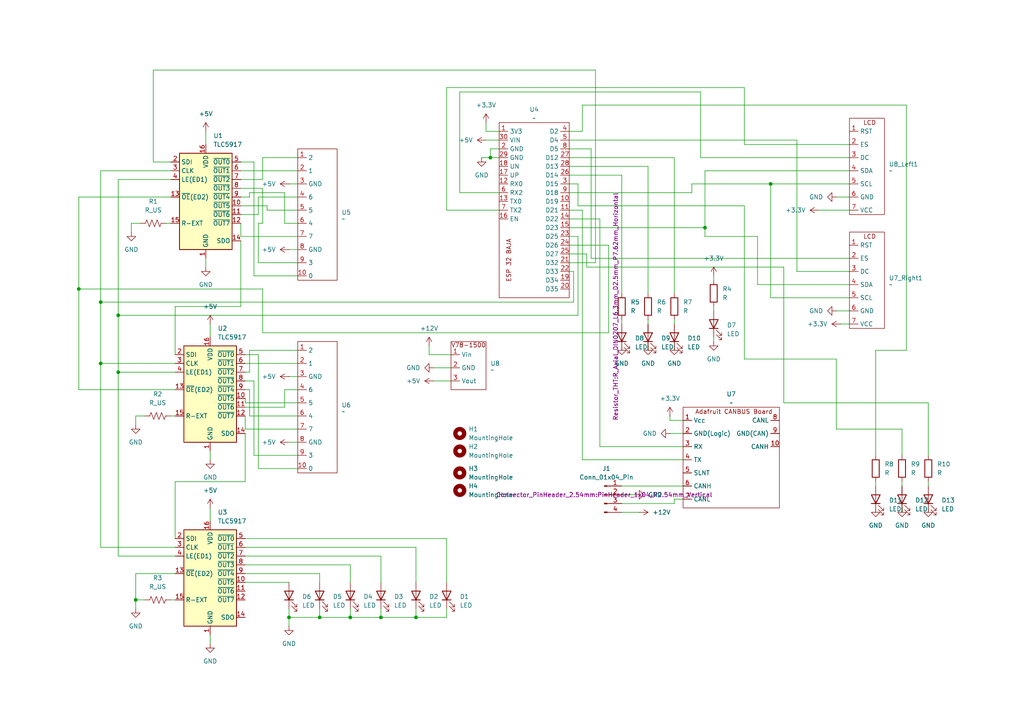
<source format=kicad_sch>
(kicad_sch
	(version 20231120)
	(generator "eeschema")
	(generator_version "8.0")
	(uuid "4e7877e6-0ece-45a5-b98d-6438ada69c95")
	(paper "A4")
	(lib_symbols
		(symbol "7 Segment LCD:7_Segment_LED"
			(exclude_from_sim no)
			(in_bom yes)
			(on_board yes)
			(property "Reference" "U"
				(at 0 0 0)
				(effects
					(font
						(size 1.27 1.27)
					)
				)
			)
			(property "Value" ""
				(at 0 0 0)
				(effects
					(font
						(size 1.27 1.27)
					)
				)
			)
			(property "Footprint" ""
				(at 0 0 0)
				(effects
					(font
						(size 1.27 1.27)
					)
					(hide yes)
				)
			)
			(property "Datasheet" ""
				(at 0 0 0)
				(effects
					(font
						(size 1.27 1.27)
					)
					(hide yes)
				)
			)
			(property "Description" ""
				(at 0 0 0)
				(effects
					(font
						(size 1.27 1.27)
					)
					(hide yes)
				)
			)
			(symbol "7_Segment_LED_0_1"
				(rectangle
					(start -7.62 2.54)
					(end 3.81 -35.56)
					(stroke
						(width 0)
						(type default)
					)
					(fill
						(type none)
					)
				)
			)
			(symbol "7_Segment_LED_1_1"
				(pin input line
					(at -7.62 0 0)
					(length 2.54)
					(name "2"
						(effects
							(font
								(size 1.27 1.27)
							)
						)
					)
					(number "1"
						(effects
							(font
								(size 1.27 1.27)
							)
						)
					)
				)
				(pin input line
					(at -7.62 -34.29 0)
					(length 2.54)
					(name "0"
						(effects
							(font
								(size 1.27 1.27)
							)
						)
					)
					(number "10"
						(effects
							(font
								(size 1.27 1.27)
							)
						)
					)
				)
				(pin input line
					(at -7.62 -3.81 0)
					(length 2.54)
					(name "1"
						(effects
							(font
								(size 1.27 1.27)
							)
						)
					)
					(number "2"
						(effects
							(font
								(size 1.27 1.27)
							)
						)
					)
				)
				(pin input line
					(at -7.62 -7.62 0)
					(length 2.54)
					(name "GND"
						(effects
							(font
								(size 1.27 1.27)
							)
						)
					)
					(number "3"
						(effects
							(font
								(size 1.27 1.27)
							)
						)
					)
				)
				(pin input line
					(at -7.62 -11.43 0)
					(length 2.54)
					(name "6"
						(effects
							(font
								(size 1.27 1.27)
							)
						)
					)
					(number "4"
						(effects
							(font
								(size 1.27 1.27)
							)
						)
					)
				)
				(pin input line
					(at -7.62 -15.24 0)
					(length 2.54)
					(name "5"
						(effects
							(font
								(size 1.27 1.27)
							)
						)
					)
					(number "5"
						(effects
							(font
								(size 1.27 1.27)
							)
						)
					)
				)
				(pin input line
					(at -7.62 -19.05 0)
					(length 2.54)
					(name "4"
						(effects
							(font
								(size 1.27 1.27)
							)
						)
					)
					(number "6"
						(effects
							(font
								(size 1.27 1.27)
							)
						)
					)
				)
				(pin input line
					(at -7.62 -22.86 0)
					(length 2.54)
					(name "7"
						(effects
							(font
								(size 1.27 1.27)
							)
						)
					)
					(number "7"
						(effects
							(font
								(size 1.27 1.27)
							)
						)
					)
				)
				(pin input line
					(at -7.62 -26.67 0)
					(length 2.54)
					(name "GND"
						(effects
							(font
								(size 1.27 1.27)
							)
						)
					)
					(number "8"
						(effects
							(font
								(size 1.27 1.27)
							)
						)
					)
				)
				(pin input line
					(at -7.62 -30.48 0)
					(length 2.54)
					(name "3"
						(effects
							(font
								(size 1.27 1.27)
							)
						)
					)
					(number "9"
						(effects
							(font
								(size 1.27 1.27)
							)
						)
					)
				)
			)
		)
		(symbol "CanBUS:Adafruit_CAN_Pal"
			(exclude_from_sim no)
			(in_bom yes)
			(on_board yes)
			(property "Reference" "U"
				(at 0 0 0)
				(effects
					(font
						(size 1.27 1.27)
					)
				)
			)
			(property "Value" ""
				(at 0 0 0)
				(effects
					(font
						(size 1.27 1.27)
					)
				)
			)
			(property "Footprint" ""
				(at 0 0 0)
				(effects
					(font
						(size 1.27 1.27)
					)
					(hide yes)
				)
			)
			(property "Datasheet" ""
				(at 0 0 0)
				(effects
					(font
						(size 1.27 1.27)
					)
					(hide yes)
				)
			)
			(property "Description" ""
				(at 0 0 0)
				(effects
					(font
						(size 1.27 1.27)
					)
					(hide yes)
				)
			)
			(symbol "Adafruit_CAN_Pal_1_1"
				(rectangle
					(start -15.24 -25.4)
					(end 12.7 3.81)
					(stroke
						(width 0)
						(type default)
					)
					(fill
						(type none)
					)
				)
				(text "Adafruit CANBUS Board"
					(at -0.508 2.54 0)
					(effects
						(font
							(size 1.27 1.27)
						)
					)
				)
				(pin input line
					(at -15.24 0 0)
					(length 2.54)
					(name "Vcc"
						(effects
							(font
								(size 1.27 1.27)
							)
						)
					)
					(number "1"
						(effects
							(font
								(size 1.27 1.27)
							)
						)
					)
				)
				(pin input line
					(at 12.7 -7.62 180)
					(length 2.54)
					(name "CANH"
						(effects
							(font
								(size 1.27 1.27)
							)
						)
					)
					(number "10"
						(effects
							(font
								(size 1.27 1.27)
							)
						)
					)
				)
				(pin input line
					(at -15.24 -3.81 0)
					(length 2.54)
					(name "GND(Logic)"
						(effects
							(font
								(size 1.27 1.27)
							)
						)
					)
					(number "2"
						(effects
							(font
								(size 1.27 1.27)
							)
						)
					)
				)
				(pin input line
					(at -15.24 -7.62 0)
					(length 2.54)
					(name "RX"
						(effects
							(font
								(size 1.27 1.27)
							)
						)
					)
					(number "3"
						(effects
							(font
								(size 1.27 1.27)
							)
						)
					)
				)
				(pin input line
					(at -15.24 -11.43 0)
					(length 2.54)
					(name "TX"
						(effects
							(font
								(size 1.27 1.27)
							)
						)
					)
					(number "4"
						(effects
							(font
								(size 1.27 1.27)
							)
						)
					)
				)
				(pin input line
					(at -15.24 -15.24 0)
					(length 2.54)
					(name "SLNT"
						(effects
							(font
								(size 1.27 1.27)
							)
						)
					)
					(number "5"
						(effects
							(font
								(size 1.27 1.27)
							)
						)
					)
				)
				(pin input line
					(at -15.24 -19.05 0)
					(length 2.54)
					(name "CANH"
						(effects
							(font
								(size 1.27 1.27)
							)
						)
					)
					(number "6"
						(effects
							(font
								(size 1.27 1.27)
							)
						)
					)
				)
				(pin input line
					(at -15.24 -22.86 0)
					(length 2.54)
					(name "CANL"
						(effects
							(font
								(size 1.27 1.27)
							)
						)
					)
					(number "7"
						(effects
							(font
								(size 1.27 1.27)
							)
						)
					)
				)
				(pin input line
					(at 12.7 0 180)
					(length 2.54)
					(name "CANL"
						(effects
							(font
								(size 1.27 1.27)
							)
						)
					)
					(number "8"
						(effects
							(font
								(size 1.27 1.27)
							)
						)
					)
				)
				(pin input line
					(at 12.7 -3.81 180)
					(length 2.54)
					(name "GND(CAN)"
						(effects
							(font
								(size 1.27 1.27)
							)
						)
					)
					(number "9"
						(effects
							(font
								(size 1.27 1.27)
							)
						)
					)
				)
			)
		)
		(symbol "Connector:Conn_01x04_Pin"
			(pin_names
				(offset 1.016) hide)
			(exclude_from_sim no)
			(in_bom yes)
			(on_board yes)
			(property "Reference" "J"
				(at 0 5.08 0)
				(effects
					(font
						(size 1.27 1.27)
					)
				)
			)
			(property "Value" "Conn_01x04_Pin"
				(at 0 -7.62 0)
				(effects
					(font
						(size 1.27 1.27)
					)
				)
			)
			(property "Footprint" ""
				(at 0 0 0)
				(effects
					(font
						(size 1.27 1.27)
					)
					(hide yes)
				)
			)
			(property "Datasheet" "~"
				(at 0 0 0)
				(effects
					(font
						(size 1.27 1.27)
					)
					(hide yes)
				)
			)
			(property "Description" "Generic connector, single row, 01x04, script generated"
				(at 0 0 0)
				(effects
					(font
						(size 1.27 1.27)
					)
					(hide yes)
				)
			)
			(property "ki_locked" ""
				(at 0 0 0)
				(effects
					(font
						(size 1.27 1.27)
					)
				)
			)
			(property "ki_keywords" "connector"
				(at 0 0 0)
				(effects
					(font
						(size 1.27 1.27)
					)
					(hide yes)
				)
			)
			(property "ki_fp_filters" "Connector*:*_1x??_*"
				(at 0 0 0)
				(effects
					(font
						(size 1.27 1.27)
					)
					(hide yes)
				)
			)
			(symbol "Conn_01x04_Pin_1_1"
				(polyline
					(pts
						(xy 1.27 -5.08) (xy 0.8636 -5.08)
					)
					(stroke
						(width 0.1524)
						(type default)
					)
					(fill
						(type none)
					)
				)
				(polyline
					(pts
						(xy 1.27 -2.54) (xy 0.8636 -2.54)
					)
					(stroke
						(width 0.1524)
						(type default)
					)
					(fill
						(type none)
					)
				)
				(polyline
					(pts
						(xy 1.27 0) (xy 0.8636 0)
					)
					(stroke
						(width 0.1524)
						(type default)
					)
					(fill
						(type none)
					)
				)
				(polyline
					(pts
						(xy 1.27 2.54) (xy 0.8636 2.54)
					)
					(stroke
						(width 0.1524)
						(type default)
					)
					(fill
						(type none)
					)
				)
				(rectangle
					(start 0.8636 -4.953)
					(end 0 -5.207)
					(stroke
						(width 0.1524)
						(type default)
					)
					(fill
						(type outline)
					)
				)
				(rectangle
					(start 0.8636 -2.413)
					(end 0 -2.667)
					(stroke
						(width 0.1524)
						(type default)
					)
					(fill
						(type outline)
					)
				)
				(rectangle
					(start 0.8636 0.127)
					(end 0 -0.127)
					(stroke
						(width 0.1524)
						(type default)
					)
					(fill
						(type outline)
					)
				)
				(rectangle
					(start 0.8636 2.667)
					(end 0 2.413)
					(stroke
						(width 0.1524)
						(type default)
					)
					(fill
						(type outline)
					)
				)
				(pin passive line
					(at 5.08 2.54 180)
					(length 3.81)
					(name "Pin_1"
						(effects
							(font
								(size 1.27 1.27)
							)
						)
					)
					(number "1"
						(effects
							(font
								(size 1.27 1.27)
							)
						)
					)
				)
				(pin passive line
					(at 5.08 0 180)
					(length 3.81)
					(name "Pin_2"
						(effects
							(font
								(size 1.27 1.27)
							)
						)
					)
					(number "2"
						(effects
							(font
								(size 1.27 1.27)
							)
						)
					)
				)
				(pin passive line
					(at 5.08 -2.54 180)
					(length 3.81)
					(name "Pin_3"
						(effects
							(font
								(size 1.27 1.27)
							)
						)
					)
					(number "3"
						(effects
							(font
								(size 1.27 1.27)
							)
						)
					)
				)
				(pin passive line
					(at 5.08 -5.08 180)
					(length 3.81)
					(name "Pin_4"
						(effects
							(font
								(size 1.27 1.27)
							)
						)
					)
					(number "4"
						(effects
							(font
								(size 1.27 1.27)
							)
						)
					)
				)
			)
		)
		(symbol "Device:LED"
			(pin_numbers hide)
			(pin_names
				(offset 1.016) hide)
			(exclude_from_sim no)
			(in_bom yes)
			(on_board yes)
			(property "Reference" "D"
				(at 0 2.54 0)
				(effects
					(font
						(size 1.27 1.27)
					)
				)
			)
			(property "Value" "LED"
				(at 0 -2.54 0)
				(effects
					(font
						(size 1.27 1.27)
					)
				)
			)
			(property "Footprint" ""
				(at 0 0 0)
				(effects
					(font
						(size 1.27 1.27)
					)
					(hide yes)
				)
			)
			(property "Datasheet" "~"
				(at 0 0 0)
				(effects
					(font
						(size 1.27 1.27)
					)
					(hide yes)
				)
			)
			(property "Description" "Light emitting diode"
				(at 0 0 0)
				(effects
					(font
						(size 1.27 1.27)
					)
					(hide yes)
				)
			)
			(property "ki_keywords" "LED diode"
				(at 0 0 0)
				(effects
					(font
						(size 1.27 1.27)
					)
					(hide yes)
				)
			)
			(property "ki_fp_filters" "LED* LED_SMD:* LED_THT:*"
				(at 0 0 0)
				(effects
					(font
						(size 1.27 1.27)
					)
					(hide yes)
				)
			)
			(symbol "LED_0_1"
				(polyline
					(pts
						(xy -1.27 -1.27) (xy -1.27 1.27)
					)
					(stroke
						(width 0.254)
						(type default)
					)
					(fill
						(type none)
					)
				)
				(polyline
					(pts
						(xy -1.27 0) (xy 1.27 0)
					)
					(stroke
						(width 0)
						(type default)
					)
					(fill
						(type none)
					)
				)
				(polyline
					(pts
						(xy 1.27 -1.27) (xy 1.27 1.27) (xy -1.27 0) (xy 1.27 -1.27)
					)
					(stroke
						(width 0.254)
						(type default)
					)
					(fill
						(type none)
					)
				)
				(polyline
					(pts
						(xy -3.048 -0.762) (xy -4.572 -2.286) (xy -3.81 -2.286) (xy -4.572 -2.286) (xy -4.572 -1.524)
					)
					(stroke
						(width 0)
						(type default)
					)
					(fill
						(type none)
					)
				)
				(polyline
					(pts
						(xy -1.778 -0.762) (xy -3.302 -2.286) (xy -2.54 -2.286) (xy -3.302 -2.286) (xy -3.302 -1.524)
					)
					(stroke
						(width 0)
						(type default)
					)
					(fill
						(type none)
					)
				)
			)
			(symbol "LED_1_1"
				(pin passive line
					(at -3.81 0 0)
					(length 2.54)
					(name "K"
						(effects
							(font
								(size 1.27 1.27)
							)
						)
					)
					(number "1"
						(effects
							(font
								(size 1.27 1.27)
							)
						)
					)
				)
				(pin passive line
					(at 3.81 0 180)
					(length 2.54)
					(name "A"
						(effects
							(font
								(size 1.27 1.27)
							)
						)
					)
					(number "2"
						(effects
							(font
								(size 1.27 1.27)
							)
						)
					)
				)
			)
		)
		(symbol "Device:R"
			(pin_numbers hide)
			(pin_names
				(offset 0)
			)
			(exclude_from_sim no)
			(in_bom yes)
			(on_board yes)
			(property "Reference" "R"
				(at 2.032 0 90)
				(effects
					(font
						(size 1.27 1.27)
					)
				)
			)
			(property "Value" "R"
				(at 0 0 90)
				(effects
					(font
						(size 1.27 1.27)
					)
				)
			)
			(property "Footprint" ""
				(at -1.778 0 90)
				(effects
					(font
						(size 1.27 1.27)
					)
					(hide yes)
				)
			)
			(property "Datasheet" "~"
				(at 0 0 0)
				(effects
					(font
						(size 1.27 1.27)
					)
					(hide yes)
				)
			)
			(property "Description" "Resistor"
				(at 0 0 0)
				(effects
					(font
						(size 1.27 1.27)
					)
					(hide yes)
				)
			)
			(property "ki_keywords" "R res resistor"
				(at 0 0 0)
				(effects
					(font
						(size 1.27 1.27)
					)
					(hide yes)
				)
			)
			(property "ki_fp_filters" "R_*"
				(at 0 0 0)
				(effects
					(font
						(size 1.27 1.27)
					)
					(hide yes)
				)
			)
			(symbol "R_0_1"
				(rectangle
					(start -1.016 -2.54)
					(end 1.016 2.54)
					(stroke
						(width 0.254)
						(type default)
					)
					(fill
						(type none)
					)
				)
			)
			(symbol "R_1_1"
				(pin passive line
					(at 0 3.81 270)
					(length 1.27)
					(name "~"
						(effects
							(font
								(size 1.27 1.27)
							)
						)
					)
					(number "1"
						(effects
							(font
								(size 1.27 1.27)
							)
						)
					)
				)
				(pin passive line
					(at 0 -3.81 90)
					(length 1.27)
					(name "~"
						(effects
							(font
								(size 1.27 1.27)
							)
						)
					)
					(number "2"
						(effects
							(font
								(size 1.27 1.27)
							)
						)
					)
				)
			)
		)
		(symbol "Device:R_US"
			(pin_numbers hide)
			(pin_names
				(offset 0)
			)
			(exclude_from_sim no)
			(in_bom yes)
			(on_board yes)
			(property "Reference" "R"
				(at 2.54 0 90)
				(effects
					(font
						(size 1.27 1.27)
					)
				)
			)
			(property "Value" "R_US"
				(at -2.54 0 90)
				(effects
					(font
						(size 1.27 1.27)
					)
				)
			)
			(property "Footprint" ""
				(at 1.016 -0.254 90)
				(effects
					(font
						(size 1.27 1.27)
					)
					(hide yes)
				)
			)
			(property "Datasheet" "~"
				(at 0 0 0)
				(effects
					(font
						(size 1.27 1.27)
					)
					(hide yes)
				)
			)
			(property "Description" "Resistor, US symbol"
				(at 0 0 0)
				(effects
					(font
						(size 1.27 1.27)
					)
					(hide yes)
				)
			)
			(property "ki_keywords" "R res resistor"
				(at 0 0 0)
				(effects
					(font
						(size 1.27 1.27)
					)
					(hide yes)
				)
			)
			(property "ki_fp_filters" "R_*"
				(at 0 0 0)
				(effects
					(font
						(size 1.27 1.27)
					)
					(hide yes)
				)
			)
			(symbol "R_US_0_1"
				(polyline
					(pts
						(xy 0 -2.286) (xy 0 -2.54)
					)
					(stroke
						(width 0)
						(type default)
					)
					(fill
						(type none)
					)
				)
				(polyline
					(pts
						(xy 0 2.286) (xy 0 2.54)
					)
					(stroke
						(width 0)
						(type default)
					)
					(fill
						(type none)
					)
				)
				(polyline
					(pts
						(xy 0 -0.762) (xy 1.016 -1.143) (xy 0 -1.524) (xy -1.016 -1.905) (xy 0 -2.286)
					)
					(stroke
						(width 0)
						(type default)
					)
					(fill
						(type none)
					)
				)
				(polyline
					(pts
						(xy 0 0.762) (xy 1.016 0.381) (xy 0 0) (xy -1.016 -0.381) (xy 0 -0.762)
					)
					(stroke
						(width 0)
						(type default)
					)
					(fill
						(type none)
					)
				)
				(polyline
					(pts
						(xy 0 2.286) (xy 1.016 1.905) (xy 0 1.524) (xy -1.016 1.143) (xy 0 0.762)
					)
					(stroke
						(width 0)
						(type default)
					)
					(fill
						(type none)
					)
				)
			)
			(symbol "R_US_1_1"
				(pin passive line
					(at 0 3.81 270)
					(length 1.27)
					(name "~"
						(effects
							(font
								(size 1.27 1.27)
							)
						)
					)
					(number "1"
						(effects
							(font
								(size 1.27 1.27)
							)
						)
					)
				)
				(pin passive line
					(at 0 -3.81 90)
					(length 1.27)
					(name "~"
						(effects
							(font
								(size 1.27 1.27)
							)
						)
					)
					(number "2"
						(effects
							(font
								(size 1.27 1.27)
							)
						)
					)
				)
			)
		)
		(symbol "Driver_LED:TLC5917"
			(exclude_from_sim no)
			(in_bom yes)
			(on_board yes)
			(property "Reference" "U"
				(at -7.62 13.97 0)
				(effects
					(font
						(size 1.27 1.27)
					)
				)
			)
			(property "Value" "TLC5917"
				(at -7.62 -16.51 0)
				(effects
					(font
						(size 1.27 1.27)
					)
				)
			)
			(property "Footprint" ""
				(at 0 0 0)
				(effects
					(font
						(size 1.27 1.27)
					)
					(hide yes)
				)
			)
			(property "Datasheet" "https://www.ti.com/lit/ds/symlink/tlc5917.pdf"
				(at 1.27 0 0)
				(effects
					(font
						(size 1.27 1.27)
					)
					(hide yes)
				)
			)
			(property "Description" "8-Channel Constant-Current LED Sink Driver, Short to VLED detection"
				(at 0 0 0)
				(effects
					(font
						(size 1.27 1.27)
					)
					(hide yes)
				)
			)
			(property "ki_keywords" "LED Constant-Current Driver"
				(at 0 0 0)
				(effects
					(font
						(size 1.27 1.27)
					)
					(hide yes)
				)
			)
			(property "ki_fp_filters" "DIP*W7.62mm* SOIC*3.9x9.9mm*P1.27mm* TSSOP*4.4x5mm*P0.65mm*"
				(at 0 0 0)
				(effects
					(font
						(size 1.27 1.27)
					)
					(hide yes)
				)
			)
			(symbol "TLC5917_1_0"
				(pin power_in line
					(at 0 -17.78 90)
					(length 2.54)
					(name "GND"
						(effects
							(font
								(size 1.27 1.27)
							)
						)
					)
					(number "1"
						(effects
							(font
								(size 1.27 1.27)
							)
						)
					)
				)
				(pin open_collector line
					(at 10.16 -2.54 180)
					(length 2.54)
					(name "~{OUT5}"
						(effects
							(font
								(size 1.27 1.27)
							)
						)
					)
					(number "10"
						(effects
							(font
								(size 1.27 1.27)
							)
						)
					)
				)
				(pin open_collector line
					(at 10.16 -5.08 180)
					(length 2.54)
					(name "~{OUT6}"
						(effects
							(font
								(size 1.27 1.27)
							)
						)
					)
					(number "11"
						(effects
							(font
								(size 1.27 1.27)
							)
						)
					)
				)
				(pin open_collector line
					(at 10.16 -7.62 180)
					(length 2.54)
					(name "~{OUT7}"
						(effects
							(font
								(size 1.27 1.27)
							)
						)
					)
					(number "12"
						(effects
							(font
								(size 1.27 1.27)
							)
						)
					)
				)
				(pin passive line
					(at -10.16 0 0)
					(length 2.54)
					(name "~{OE}(ED2)"
						(effects
							(font
								(size 1.27 1.27)
							)
						)
					)
					(number "13"
						(effects
							(font
								(size 1.27 1.27)
							)
						)
					)
				)
				(pin output line
					(at 10.16 -12.7 180)
					(length 2.54)
					(name "SDO"
						(effects
							(font
								(size 1.27 1.27)
							)
						)
					)
					(number "14"
						(effects
							(font
								(size 1.27 1.27)
							)
						)
					)
				)
				(pin input line
					(at -10.16 -7.62 0)
					(length 2.54)
					(name "R-EXT"
						(effects
							(font
								(size 1.27 1.27)
							)
						)
					)
					(number "15"
						(effects
							(font
								(size 1.27 1.27)
							)
						)
					)
				)
				(pin power_in line
					(at 0 15.24 270)
					(length 2.54)
					(name "VDD"
						(effects
							(font
								(size 1.27 1.27)
							)
						)
					)
					(number "16"
						(effects
							(font
								(size 1.27 1.27)
							)
						)
					)
				)
				(pin input line
					(at -10.16 10.16 0)
					(length 2.54)
					(name "SDI"
						(effects
							(font
								(size 1.27 1.27)
							)
						)
					)
					(number "2"
						(effects
							(font
								(size 1.27 1.27)
							)
						)
					)
				)
				(pin input line
					(at -10.16 7.62 0)
					(length 2.54)
					(name "CLK"
						(effects
							(font
								(size 1.27 1.27)
							)
						)
					)
					(number "3"
						(effects
							(font
								(size 1.27 1.27)
							)
						)
					)
				)
				(pin passive line
					(at -10.16 5.08 0)
					(length 2.54)
					(name "LE(ED1)"
						(effects
							(font
								(size 1.27 1.27)
							)
						)
					)
					(number "4"
						(effects
							(font
								(size 1.27 1.27)
							)
						)
					)
				)
				(pin open_collector line
					(at 10.16 10.16 180)
					(length 2.54)
					(name "~{OUT0}"
						(effects
							(font
								(size 1.27 1.27)
							)
						)
					)
					(number "5"
						(effects
							(font
								(size 1.27 1.27)
							)
						)
					)
				)
				(pin open_collector line
					(at 10.16 7.62 180)
					(length 2.54)
					(name "~{OUT1}"
						(effects
							(font
								(size 1.27 1.27)
							)
						)
					)
					(number "6"
						(effects
							(font
								(size 1.27 1.27)
							)
						)
					)
				)
				(pin open_collector line
					(at 10.16 5.08 180)
					(length 2.54)
					(name "~{OUT2}"
						(effects
							(font
								(size 1.27 1.27)
							)
						)
					)
					(number "7"
						(effects
							(font
								(size 1.27 1.27)
							)
						)
					)
				)
				(pin open_collector line
					(at 10.16 2.54 180)
					(length 2.54)
					(name "~{OUT3}"
						(effects
							(font
								(size 1.27 1.27)
							)
						)
					)
					(number "8"
						(effects
							(font
								(size 1.27 1.27)
							)
						)
					)
				)
				(pin open_collector line
					(at 10.16 0 180)
					(length 2.54)
					(name "~{OUT4}"
						(effects
							(font
								(size 1.27 1.27)
							)
						)
					)
					(number "9"
						(effects
							(font
								(size 1.27 1.27)
							)
						)
					)
				)
			)
			(symbol "TLC5917_1_1"
				(rectangle
					(start -7.62 12.7)
					(end 7.62 -15.24)
					(stroke
						(width 0.254)
						(type default)
					)
					(fill
						(type background)
					)
				)
			)
		)
		(symbol "ESP 32:ESP32"
			(exclude_from_sim no)
			(in_bom yes)
			(on_board yes)
			(property "Reference" "U"
				(at 0 0 0)
				(effects
					(font
						(size 1.27 1.27)
					)
				)
			)
			(property "Value" ""
				(at 0 0 0)
				(effects
					(font
						(size 1.27 1.27)
					)
				)
			)
			(property "Footprint" "ESP 32:ESP 32 BAJA"
				(at -1.016 -36.322 90)
				(effects
					(font
						(size 1.27 1.27)
					)
					(hide yes)
				)
			)
			(property "Datasheet" ""
				(at 0 0 0)
				(effects
					(font
						(size 1.27 1.27)
					)
					(hide yes)
				)
			)
			(property "Description" ""
				(at 0 0 0)
				(effects
					(font
						(size 1.27 1.27)
					)
					(hide yes)
				)
			)
			(symbol "ESP32_0_1"
				(rectangle
					(start -10.16 1.27)
					(end 10.16 -49.53)
					(stroke
						(width 0)
						(type default)
					)
					(fill
						(type none)
					)
				)
			)
			(symbol "ESP32_1_1"
				(text "ESP 32 BAJA\n"
					(at -7.366 -38.608 900)
					(effects
						(font
							(size 1.27 1.27)
						)
					)
				)
				(pin power_in line
					(at -10.16 -1.27 0)
					(length 2.54)
					(name "3V3"
						(effects
							(font
								(size 1.27 1.27)
							)
						)
					)
					(number "1"
						(effects
							(font
								(size 1.27 1.27)
							)
						)
					)
				)
				(pin bidirectional line
					(at 10.16 -21.59 180)
					(length 2.54)
					(name "D19"
						(effects
							(font
								(size 1.27 1.27)
							)
						)
					)
					(number "10"
						(effects
							(font
								(size 1.27 1.27)
							)
						)
					)
				)
				(pin bidirectional line
					(at 10.16 -24.13 180)
					(length 2.54)
					(name "D21"
						(effects
							(font
								(size 1.27 1.27)
							)
						)
					)
					(number "11"
						(effects
							(font
								(size 1.27 1.27)
							)
						)
					)
				)
				(pin input line
					(at -10.16 -16.51 0)
					(length 2.54)
					(name "RX0"
						(effects
							(font
								(size 1.27 1.27)
							)
						)
					)
					(number "12"
						(effects
							(font
								(size 1.27 1.27)
							)
						)
					)
				)
				(pin output line
					(at -10.16 -21.59 0)
					(length 2.54)
					(name "TX0"
						(effects
							(font
								(size 1.27 1.27)
							)
						)
					)
					(number "13"
						(effects
							(font
								(size 1.27 1.27)
							)
						)
					)
				)
				(pin bidirectional line
					(at 10.16 -26.67 180)
					(length 2.54)
					(name "D22"
						(effects
							(font
								(size 1.27 1.27)
							)
						)
					)
					(number "14"
						(effects
							(font
								(size 1.27 1.27)
							)
						)
					)
				)
				(pin bidirectional line
					(at 10.16 -29.21 180)
					(length 2.54)
					(name "D23"
						(effects
							(font
								(size 1.27 1.27)
							)
						)
					)
					(number "15"
						(effects
							(font
								(size 1.27 1.27)
							)
						)
					)
				)
				(pin bidirectional line
					(at -10.16 -26.67 0)
					(length 2.54)
					(name "EN"
						(effects
							(font
								(size 1.27 1.27)
							)
						)
					)
					(number "16"
						(effects
							(font
								(size 1.27 1.27)
							)
						)
					)
				)
				(pin passive line
					(at -10.16 -13.97 0)
					(length 2.54)
					(name "UP"
						(effects
							(font
								(size 1.27 1.27)
							)
						)
					)
					(number "17"
						(effects
							(font
								(size 1.27 1.27)
							)
						)
					)
				)
				(pin free line
					(at -10.16 -11.43 0)
					(length 2.54)
					(name "UN"
						(effects
							(font
								(size 1.27 1.27)
							)
						)
					)
					(number "18"
						(effects
							(font
								(size 1.27 1.27)
							)
						)
					)
				)
				(pin bidirectional line
					(at 10.16 -44.45 180)
					(length 2.54)
					(name "D34"
						(effects
							(font
								(size 1.27 1.27)
							)
						)
					)
					(number "19"
						(effects
							(font
								(size 1.27 1.27)
							)
						)
					)
				)
				(pin power_in line
					(at -10.16 -6.35 0)
					(length 2.54)
					(name "GND"
						(effects
							(font
								(size 1.27 1.27)
							)
						)
					)
					(number "2"
						(effects
							(font
								(size 1.27 1.27)
							)
						)
					)
				)
				(pin bidirectional line
					(at 10.16 -46.99 180)
					(length 2.54)
					(name "D35"
						(effects
							(font
								(size 1.27 1.27)
							)
						)
					)
					(number "20"
						(effects
							(font
								(size 1.27 1.27)
							)
						)
					)
				)
				(pin bidirectional line
					(at 10.16 -39.37 180)
					(length 2.54)
					(name "D32"
						(effects
							(font
								(size 1.27 1.27)
							)
						)
					)
					(number "21"
						(effects
							(font
								(size 1.27 1.27)
							)
						)
					)
				)
				(pin bidirectional line
					(at 10.16 -41.91 180)
					(length 2.54)
					(name "D33"
						(effects
							(font
								(size 1.27 1.27)
							)
						)
					)
					(number "22"
						(effects
							(font
								(size 1.27 1.27)
							)
						)
					)
				)
				(pin bidirectional line
					(at 10.16 -31.75 180)
					(length 2.54)
					(name "D25"
						(effects
							(font
								(size 1.27 1.27)
							)
						)
					)
					(number "23"
						(effects
							(font
								(size 1.27 1.27)
							)
						)
					)
				)
				(pin bidirectional line
					(at 10.16 -34.29 180)
					(length 2.54)
					(name "D26"
						(effects
							(font
								(size 1.27 1.27)
							)
						)
					)
					(number "24"
						(effects
							(font
								(size 1.27 1.27)
							)
						)
					)
				)
				(pin bidirectional line
					(at 10.16 -36.83 180)
					(length 2.54)
					(name "D27"
						(effects
							(font
								(size 1.27 1.27)
							)
						)
					)
					(number "25"
						(effects
							(font
								(size 1.27 1.27)
							)
						)
					)
				)
				(pin bidirectional line
					(at 10.16 -13.97 180)
					(length 2.54)
					(name "D14"
						(effects
							(font
								(size 1.27 1.27)
							)
						)
					)
					(number "26"
						(effects
							(font
								(size 1.27 1.27)
							)
						)
					)
				)
				(pin bidirectional line
					(at 10.16 -8.89 180)
					(length 2.54)
					(name "D12"
						(effects
							(font
								(size 1.27 1.27)
							)
						)
					)
					(number "27"
						(effects
							(font
								(size 1.27 1.27)
							)
						)
					)
				)
				(pin bidirectional line
					(at 10.16 -11.43 180)
					(length 2.54)
					(name "D13"
						(effects
							(font
								(size 1.27 1.27)
							)
						)
					)
					(number "28"
						(effects
							(font
								(size 1.27 1.27)
							)
						)
					)
				)
				(pin power_in line
					(at -10.16 -8.89 0)
					(length 2.54)
					(name "GND"
						(effects
							(font
								(size 1.27 1.27)
							)
						)
					)
					(number "29"
						(effects
							(font
								(size 1.27 1.27)
							)
						)
					)
				)
				(pin bidirectional line
					(at 10.16 -16.51 180)
					(length 2.54)
					(name "D15"
						(effects
							(font
								(size 1.27 1.27)
							)
						)
					)
					(number "3"
						(effects
							(font
								(size 1.27 1.27)
							)
						)
					)
				)
				(pin power_in line
					(at -10.16 -3.81 0)
					(length 2.54)
					(name "VIN"
						(effects
							(font
								(size 1.27 1.27)
							)
						)
					)
					(number "30"
						(effects
							(font
								(size 1.27 1.27)
							)
						)
					)
				)
				(pin bidirectional line
					(at 10.16 -1.27 180)
					(length 2.54)
					(name "D2"
						(effects
							(font
								(size 1.27 1.27)
							)
						)
					)
					(number "4"
						(effects
							(font
								(size 1.27 1.27)
							)
						)
					)
				)
				(pin bidirectional line
					(at 10.16 -3.81 180)
					(length 2.54)
					(name "D4"
						(effects
							(font
								(size 1.27 1.27)
							)
						)
					)
					(number "5"
						(effects
							(font
								(size 1.27 1.27)
							)
						)
					)
				)
				(pin input line
					(at -10.16 -19.05 0)
					(length 2.54)
					(name "RX2"
						(effects
							(font
								(size 1.27 1.27)
							)
						)
					)
					(number "6"
						(effects
							(font
								(size 1.27 1.27)
							)
						)
					)
				)
				(pin output line
					(at -10.16 -24.13 0)
					(length 2.54)
					(name "TX2"
						(effects
							(font
								(size 1.27 1.27)
							)
						)
					)
					(number "7"
						(effects
							(font
								(size 1.27 1.27)
							)
						)
					)
				)
				(pin bidirectional line
					(at 10.16 -6.35 180)
					(length 2.54)
					(name "D5"
						(effects
							(font
								(size 1.27 1.27)
							)
						)
					)
					(number "8"
						(effects
							(font
								(size 1.27 1.27)
							)
						)
					)
				)
				(pin bidirectional line
					(at 10.16 -19.05 180)
					(length 2.54)
					(name "D18"
						(effects
							(font
								(size 1.27 1.27)
							)
						)
					)
					(number "9"
						(effects
							(font
								(size 1.27 1.27)
							)
						)
					)
				)
			)
		)
		(symbol "LCD:Teyleten_Robot_1.28_Inch_TFT_LCD_Display_Module_Round_RGB_240_*_240_GC9A01_Driver_4_Wire_SPI_Interface_240x240_PCB_for_Arduino_3PCS"
			(exclude_from_sim no)
			(in_bom yes)
			(on_board yes)
			(property "Reference" "U"
				(at 0 0 0)
				(effects
					(font
						(size 1.27 1.27)
					)
				)
			)
			(property "Value" ""
				(at 0 0 0)
				(effects
					(font
						(size 1.27 1.27)
					)
				)
			)
			(property "Footprint" ""
				(at 0 0 0)
				(effects
					(font
						(size 1.27 1.27)
					)
					(hide yes)
				)
			)
			(property "Datasheet" ""
				(at 0 0 0)
				(effects
					(font
						(size 1.27 1.27)
					)
					(hide yes)
				)
			)
			(property "Description" ""
				(at 0 0 0)
				(effects
					(font
						(size 1.27 1.27)
					)
					(hide yes)
				)
			)
			(symbol "Teyleten_Robot_1.28_Inch_TFT_LCD_Display_Module_Round_RGB_240_*_240_GC9A01_Driver_4_Wire_SPI_Interface_240x240_PCB_for_Arduino_3PCS_1_1"
				(rectangle
					(start -2.54 -26.67)
					(end 7.62 1.27)
					(stroke
						(width 0)
						(type default)
					)
					(fill
						(type none)
					)
				)
				(text "LCD"
					(at 3.302 0 0)
					(effects
						(font
							(size 1.27 1.27)
						)
					)
				)
				(pin input line
					(at -2.54 -2.54 0)
					(length 2.54)
					(name "RST"
						(effects
							(font
								(size 1.27 1.27)
							)
						)
					)
					(number "1"
						(effects
							(font
								(size 1.27 1.27)
							)
						)
					)
				)
				(pin input line
					(at -2.54 -6.35 0)
					(length 2.54)
					(name "ES"
						(effects
							(font
								(size 1.27 1.27)
							)
						)
					)
					(number "2"
						(effects
							(font
								(size 1.27 1.27)
							)
						)
					)
				)
				(pin input line
					(at -2.54 -10.16 0)
					(length 2.54)
					(name "DC"
						(effects
							(font
								(size 1.27 1.27)
							)
						)
					)
					(number "3"
						(effects
							(font
								(size 1.27 1.27)
							)
						)
					)
				)
				(pin input line
					(at -2.54 -13.97 0)
					(length 2.54)
					(name "SDA"
						(effects
							(font
								(size 1.27 1.27)
							)
						)
					)
					(number "4"
						(effects
							(font
								(size 1.27 1.27)
							)
						)
					)
				)
				(pin input line
					(at -2.54 -17.78 0)
					(length 2.54)
					(name "SCL"
						(effects
							(font
								(size 1.27 1.27)
							)
						)
					)
					(number "5"
						(effects
							(font
								(size 1.27 1.27)
							)
						)
					)
				)
				(pin input line
					(at -2.54 -21.59 0)
					(length 2.54)
					(name "GND"
						(effects
							(font
								(size 1.27 1.27)
							)
						)
					)
					(number "6"
						(effects
							(font
								(size 1.27 1.27)
							)
						)
					)
				)
				(pin input line
					(at -2.54 -25.4 0)
					(length 2.54)
					(name "VCC"
						(effects
							(font
								(size 1.27 1.27)
							)
						)
					)
					(number "7"
						(effects
							(font
								(size 1.27 1.27)
							)
						)
					)
				)
			)
		)
		(symbol "Mechanical:MountingHole"
			(pin_names
				(offset 1.016)
			)
			(exclude_from_sim yes)
			(in_bom no)
			(on_board yes)
			(property "Reference" "H"
				(at 0 5.08 0)
				(effects
					(font
						(size 1.27 1.27)
					)
				)
			)
			(property "Value" "MountingHole"
				(at 0 3.175 0)
				(effects
					(font
						(size 1.27 1.27)
					)
				)
			)
			(property "Footprint" ""
				(at 0 0 0)
				(effects
					(font
						(size 1.27 1.27)
					)
					(hide yes)
				)
			)
			(property "Datasheet" "~"
				(at 0 0 0)
				(effects
					(font
						(size 1.27 1.27)
					)
					(hide yes)
				)
			)
			(property "Description" "Mounting Hole without connection"
				(at 0 0 0)
				(effects
					(font
						(size 1.27 1.27)
					)
					(hide yes)
				)
			)
			(property "ki_keywords" "mounting hole"
				(at 0 0 0)
				(effects
					(font
						(size 1.27 1.27)
					)
					(hide yes)
				)
			)
			(property "ki_fp_filters" "MountingHole*"
				(at 0 0 0)
				(effects
					(font
						(size 1.27 1.27)
					)
					(hide yes)
				)
			)
			(symbol "MountingHole_0_1"
				(circle
					(center 0 0)
					(radius 1.27)
					(stroke
						(width 1.27)
						(type default)
					)
					(fill
						(type none)
					)
				)
			)
		)
		(symbol "Voltage Regulators:V78-1500"
			(exclude_from_sim no)
			(in_bom yes)
			(on_board yes)
			(property "Reference" "U"
				(at 0 2.54 0)
				(effects
					(font
						(size 1.27 1.27)
					)
				)
			)
			(property "Value" ""
				(at 0 0 0)
				(effects
					(font
						(size 1.27 1.27)
					)
				)
			)
			(property "Footprint" ""
				(at 0 0 0)
				(effects
					(font
						(size 1.27 1.27)
					)
					(hide yes)
				)
			)
			(property "Datasheet" ""
				(at 0 0 0)
				(effects
					(font
						(size 1.27 1.27)
					)
					(hide yes)
				)
			)
			(property "Description" ""
				(at 0 0 0)
				(effects
					(font
						(size 1.27 1.27)
					)
					(hide yes)
				)
			)
			(symbol "V78-1500_0_1"
				(rectangle
					(start -5.08 1.27)
					(end 5.08 -12.7)
					(stroke
						(width 0)
						(type default)
					)
					(fill
						(type none)
					)
				)
			)
			(symbol "V78-1500_1_1"
				(text "V78-1500"
					(at 0 0.254 0)
					(effects
						(font
							(size 1.27 1.27)
						)
					)
				)
				(pin power_in line
					(at -5.08 -2.54 0)
					(length 2.54)
					(name "Vin"
						(effects
							(font
								(size 1.27 1.27)
							)
						)
					)
					(number "1"
						(effects
							(font
								(size 1.27 1.27)
							)
						)
					)
				)
				(pin power_in line
					(at -5.08 -6.35 0)
					(length 2.54)
					(name "GND"
						(effects
							(font
								(size 1.27 1.27)
							)
						)
					)
					(number "2"
						(effects
							(font
								(size 1.27 1.27)
							)
						)
					)
				)
				(pin power_out line
					(at -5.08 -10.16 0)
					(length 2.54)
					(name "Vout"
						(effects
							(font
								(size 1.27 1.27)
							)
						)
					)
					(number "3"
						(effects
							(font
								(size 1.27 1.27)
							)
						)
					)
				)
			)
		)
		(symbol "power:+12V"
			(power)
			(pin_numbers hide)
			(pin_names
				(offset 0) hide)
			(exclude_from_sim no)
			(in_bom yes)
			(on_board yes)
			(property "Reference" "#PWR"
				(at 0 -3.81 0)
				(effects
					(font
						(size 1.27 1.27)
					)
					(hide yes)
				)
			)
			(property "Value" "+12V"
				(at 0 3.556 0)
				(effects
					(font
						(size 1.27 1.27)
					)
				)
			)
			(property "Footprint" ""
				(at 0 0 0)
				(effects
					(font
						(size 1.27 1.27)
					)
					(hide yes)
				)
			)
			(property "Datasheet" ""
				(at 0 0 0)
				(effects
					(font
						(size 1.27 1.27)
					)
					(hide yes)
				)
			)
			(property "Description" "Power symbol creates a global label with name \"+12V\""
				(at 0 0 0)
				(effects
					(font
						(size 1.27 1.27)
					)
					(hide yes)
				)
			)
			(property "ki_keywords" "global power"
				(at 0 0 0)
				(effects
					(font
						(size 1.27 1.27)
					)
					(hide yes)
				)
			)
			(symbol "+12V_0_1"
				(polyline
					(pts
						(xy -0.762 1.27) (xy 0 2.54)
					)
					(stroke
						(width 0)
						(type default)
					)
					(fill
						(type none)
					)
				)
				(polyline
					(pts
						(xy 0 0) (xy 0 2.54)
					)
					(stroke
						(width 0)
						(type default)
					)
					(fill
						(type none)
					)
				)
				(polyline
					(pts
						(xy 0 2.54) (xy 0.762 1.27)
					)
					(stroke
						(width 0)
						(type default)
					)
					(fill
						(type none)
					)
				)
			)
			(symbol "+12V_1_1"
				(pin power_in line
					(at 0 0 90)
					(length 0)
					(name "~"
						(effects
							(font
								(size 1.27 1.27)
							)
						)
					)
					(number "1"
						(effects
							(font
								(size 1.27 1.27)
							)
						)
					)
				)
			)
		)
		(symbol "power:+3.3V"
			(power)
			(pin_numbers hide)
			(pin_names
				(offset 0) hide)
			(exclude_from_sim no)
			(in_bom yes)
			(on_board yes)
			(property "Reference" "#PWR"
				(at 0 -3.81 0)
				(effects
					(font
						(size 1.27 1.27)
					)
					(hide yes)
				)
			)
			(property "Value" "+3.3V"
				(at 0 3.556 0)
				(effects
					(font
						(size 1.27 1.27)
					)
				)
			)
			(property "Footprint" ""
				(at 0 0 0)
				(effects
					(font
						(size 1.27 1.27)
					)
					(hide yes)
				)
			)
			(property "Datasheet" ""
				(at 0 0 0)
				(effects
					(font
						(size 1.27 1.27)
					)
					(hide yes)
				)
			)
			(property "Description" "Power symbol creates a global label with name \"+3.3V\""
				(at 0 0 0)
				(effects
					(font
						(size 1.27 1.27)
					)
					(hide yes)
				)
			)
			(property "ki_keywords" "global power"
				(at 0 0 0)
				(effects
					(font
						(size 1.27 1.27)
					)
					(hide yes)
				)
			)
			(symbol "+3.3V_0_1"
				(polyline
					(pts
						(xy -0.762 1.27) (xy 0 2.54)
					)
					(stroke
						(width 0)
						(type default)
					)
					(fill
						(type none)
					)
				)
				(polyline
					(pts
						(xy 0 0) (xy 0 2.54)
					)
					(stroke
						(width 0)
						(type default)
					)
					(fill
						(type none)
					)
				)
				(polyline
					(pts
						(xy 0 2.54) (xy 0.762 1.27)
					)
					(stroke
						(width 0)
						(type default)
					)
					(fill
						(type none)
					)
				)
			)
			(symbol "+3.3V_1_1"
				(pin power_in line
					(at 0 0 90)
					(length 0)
					(name "~"
						(effects
							(font
								(size 1.27 1.27)
							)
						)
					)
					(number "1"
						(effects
							(font
								(size 1.27 1.27)
							)
						)
					)
				)
			)
		)
		(symbol "power:+5V"
			(power)
			(pin_numbers hide)
			(pin_names
				(offset 0) hide)
			(exclude_from_sim no)
			(in_bom yes)
			(on_board yes)
			(property "Reference" "#PWR"
				(at 0 -3.81 0)
				(effects
					(font
						(size 1.27 1.27)
					)
					(hide yes)
				)
			)
			(property "Value" "+5V"
				(at 0 3.556 0)
				(effects
					(font
						(size 1.27 1.27)
					)
				)
			)
			(property "Footprint" ""
				(at 0 0 0)
				(effects
					(font
						(size 1.27 1.27)
					)
					(hide yes)
				)
			)
			(property "Datasheet" ""
				(at 0 0 0)
				(effects
					(font
						(size 1.27 1.27)
					)
					(hide yes)
				)
			)
			(property "Description" "Power symbol creates a global label with name \"+5V\""
				(at 0 0 0)
				(effects
					(font
						(size 1.27 1.27)
					)
					(hide yes)
				)
			)
			(property "ki_keywords" "global power"
				(at 0 0 0)
				(effects
					(font
						(size 1.27 1.27)
					)
					(hide yes)
				)
			)
			(symbol "+5V_0_1"
				(polyline
					(pts
						(xy -0.762 1.27) (xy 0 2.54)
					)
					(stroke
						(width 0)
						(type default)
					)
					(fill
						(type none)
					)
				)
				(polyline
					(pts
						(xy 0 0) (xy 0 2.54)
					)
					(stroke
						(width 0)
						(type default)
					)
					(fill
						(type none)
					)
				)
				(polyline
					(pts
						(xy 0 2.54) (xy 0.762 1.27)
					)
					(stroke
						(width 0)
						(type default)
					)
					(fill
						(type none)
					)
				)
			)
			(symbol "+5V_1_1"
				(pin power_in line
					(at 0 0 90)
					(length 0)
					(name "~"
						(effects
							(font
								(size 1.27 1.27)
							)
						)
					)
					(number "1"
						(effects
							(font
								(size 1.27 1.27)
							)
						)
					)
				)
			)
		)
		(symbol "power:GND"
			(power)
			(pin_numbers hide)
			(pin_names
				(offset 0) hide)
			(exclude_from_sim no)
			(in_bom yes)
			(on_board yes)
			(property "Reference" "#PWR"
				(at 0 -6.35 0)
				(effects
					(font
						(size 1.27 1.27)
					)
					(hide yes)
				)
			)
			(property "Value" "GND"
				(at 0 -3.81 0)
				(effects
					(font
						(size 1.27 1.27)
					)
				)
			)
			(property "Footprint" ""
				(at 0 0 0)
				(effects
					(font
						(size 1.27 1.27)
					)
					(hide yes)
				)
			)
			(property "Datasheet" ""
				(at 0 0 0)
				(effects
					(font
						(size 1.27 1.27)
					)
					(hide yes)
				)
			)
			(property "Description" "Power symbol creates a global label with name \"GND\" , ground"
				(at 0 0 0)
				(effects
					(font
						(size 1.27 1.27)
					)
					(hide yes)
				)
			)
			(property "ki_keywords" "global power"
				(at 0 0 0)
				(effects
					(font
						(size 1.27 1.27)
					)
					(hide yes)
				)
			)
			(symbol "GND_0_1"
				(polyline
					(pts
						(xy 0 0) (xy 0 -1.27) (xy 1.27 -1.27) (xy 0 -2.54) (xy -1.27 -1.27) (xy 0 -1.27)
					)
					(stroke
						(width 0)
						(type default)
					)
					(fill
						(type none)
					)
				)
			)
			(symbol "GND_1_1"
				(pin power_in line
					(at 0 0 270)
					(length 0)
					(name "~"
						(effects
							(font
								(size 1.27 1.27)
							)
						)
					)
					(number "1"
						(effects
							(font
								(size 1.27 1.27)
							)
						)
					)
				)
			)
		)
	)
	(junction
		(at 204.47 66.04)
		(diameter 0)
		(color 0 0 0 0)
		(uuid "1d219586-802e-4ddc-bb4c-36d197180949")
	)
	(junction
		(at 92.71 179.07)
		(diameter 0)
		(color 0 0 0 0)
		(uuid "206e4012-a0c4-4ebd-a107-24454a679b2b")
	)
	(junction
		(at 29.21 87.63)
		(diameter 0)
		(color 0 0 0 0)
		(uuid "345fd18a-1e0f-4a5d-95fb-f1dc6eb0f131")
	)
	(junction
		(at 39.37 173.99)
		(diameter 0)
		(color 0 0 0 0)
		(uuid "55b5f843-3ff6-48c4-a754-8f39fe9d0a08")
	)
	(junction
		(at 101.6 179.07)
		(diameter 0)
		(color 0 0 0 0)
		(uuid "59e81aae-9781-428f-98b9-489fa2820272")
	)
	(junction
		(at 29.21 105.41)
		(diameter 0)
		(color 0 0 0 0)
		(uuid "5e51c981-bc16-4767-9fca-8c83d704f495")
	)
	(junction
		(at 223.52 53.34)
		(diameter 0)
		(color 0 0 0 0)
		(uuid "5e794212-03be-49e5-9eb2-28e24ae834cd")
	)
	(junction
		(at 110.49 179.07)
		(diameter 0)
		(color 0 0 0 0)
		(uuid "72bc0da0-a716-4ea4-9e9c-212de676ce56")
	)
	(junction
		(at 22.86 83.82)
		(diameter 0)
		(color 0 0 0 0)
		(uuid "7b731faa-7ccf-4825-a048-1fed204962cc")
	)
	(junction
		(at 34.29 91.44)
		(diameter 0)
		(color 0 0 0 0)
		(uuid "b158db28-b88d-4885-a915-79562628060c")
	)
	(junction
		(at 120.65 179.07)
		(diameter 0)
		(color 0 0 0 0)
		(uuid "b62da632-be69-4e3b-ab69-5b661e95126d")
	)
	(junction
		(at 142.24 45.72)
		(diameter 0)
		(color 0 0 0 0)
		(uuid "bbe25e65-1eed-4106-adae-1190a2a20a71")
	)
	(junction
		(at 34.29 107.95)
		(diameter 0)
		(color 0 0 0 0)
		(uuid "da48a44a-ee6c-437d-8069-d374e54658e6")
	)
	(junction
		(at 83.82 179.07)
		(diameter 0)
		(color 0 0 0 0)
		(uuid "fd3e1f3e-3f3d-4e3f-bdd4-81202c8f37d7")
	)
	(wire
		(pts
			(xy 59.69 38.1) (xy 59.69 41.91)
		)
		(stroke
			(width 0)
			(type default)
		)
		(uuid "00b41e5e-7d6e-4301-9a9d-6da771fb060c")
	)
	(wire
		(pts
			(xy 219.71 82.55) (xy 219.71 68.58)
		)
		(stroke
			(width 0)
			(type default)
		)
		(uuid "012e8f53-1367-46f4-a3bd-44d2c9cd087c")
	)
	(wire
		(pts
			(xy 60.96 93.98) (xy 60.96 97.79)
		)
		(stroke
			(width 0)
			(type default)
		)
		(uuid "04d9c71e-c137-47e0-b816-220acd38ba78")
	)
	(wire
		(pts
			(xy 50.8 113.03) (xy 22.86 113.03)
		)
		(stroke
			(width 0)
			(type default)
		)
		(uuid "069cb0c8-85d2-45ee-9c8f-58869aa3cf28")
	)
	(wire
		(pts
			(xy 142.24 45.72) (xy 144.78 45.72)
		)
		(stroke
			(width 0)
			(type default)
		)
		(uuid "08d3c11a-7ca0-40f6-b5e6-ab481f4b8e01")
	)
	(wire
		(pts
			(xy 71.12 163.83) (xy 101.6 163.83)
		)
		(stroke
			(width 0)
			(type default)
		)
		(uuid "0da09ad5-b2c0-4b31-bd1e-a112a3bf1db7")
	)
	(wire
		(pts
			(xy 261.62 147.32) (xy 261.62 148.59)
		)
		(stroke
			(width 0)
			(type default)
		)
		(uuid "0e5deda1-011f-445a-9b1d-38cc2119322e")
	)
	(wire
		(pts
			(xy 92.71 166.37) (xy 92.71 168.91)
		)
		(stroke
			(width 0)
			(type default)
		)
		(uuid "0ea17059-777b-4c69-83a4-2870060c3b62")
	)
	(wire
		(pts
			(xy 269.24 147.32) (xy 269.24 148.59)
		)
		(stroke
			(width 0)
			(type default)
		)
		(uuid "1002c77d-7382-4dd1-8216-fe3bba4d9b17")
	)
	(wire
		(pts
			(xy 254 132.08) (xy 254 101.6)
		)
		(stroke
			(width 0)
			(type default)
		)
		(uuid "10038f32-aa66-45bf-858f-e52ad6772895")
	)
	(wire
		(pts
			(xy 76.2 45.72) (xy 86.36 45.72)
		)
		(stroke
			(width 0)
			(type default)
		)
		(uuid "1014d770-3ace-49ea-bb01-5354441c5998")
	)
	(wire
		(pts
			(xy 86.36 60.96) (xy 77.47 60.96)
		)
		(stroke
			(width 0)
			(type default)
		)
		(uuid "10683d7e-df14-4e5d-93a7-f6052c51960e")
	)
	(wire
		(pts
			(xy 172.72 20.32) (xy 44.45 20.32)
		)
		(stroke
			(width 0)
			(type default)
		)
		(uuid "13273ebd-1789-400e-b967-adb83ec6b527")
	)
	(wire
		(pts
			(xy 167.64 68.58) (xy 167.64 91.44)
		)
		(stroke
			(width 0)
			(type default)
		)
		(uuid "13b16137-539e-48c9-af37-f3c76dcda3fb")
	)
	(wire
		(pts
			(xy 219.71 68.58) (xy 204.47 68.58)
		)
		(stroke
			(width 0)
			(type default)
		)
		(uuid "1454bdd5-efde-4f01-928d-fe13d3fcfffe")
	)
	(wire
		(pts
			(xy 165.1 71.12) (xy 176.53 71.12)
		)
		(stroke
			(width 0)
			(type default)
		)
		(uuid "14e42f2e-5ee6-42c0-9f94-e08bfa0ac1e3")
	)
	(wire
		(pts
			(xy 101.6 163.83) (xy 101.6 168.91)
		)
		(stroke
			(width 0)
			(type default)
		)
		(uuid "16114157-7b8f-483e-8461-8dbc6de6d53e")
	)
	(wire
		(pts
			(xy 246.38 45.72) (xy 203.2 45.72)
		)
		(stroke
			(width 0)
			(type default)
		)
		(uuid "18929c5d-562f-4e66-995a-f40f75dd6bb1")
	)
	(wire
		(pts
			(xy 71.12 156.21) (xy 129.54 156.21)
		)
		(stroke
			(width 0)
			(type default)
		)
		(uuid "19a37a17-9a25-467b-8146-e265c67a5e25")
	)
	(wire
		(pts
			(xy 207.01 80.01) (xy 207.01 81.28)
		)
		(stroke
			(width 0)
			(type default)
		)
		(uuid "19eb2ed5-afb3-4297-90d6-26cd35423231")
	)
	(wire
		(pts
			(xy 82.55 118.11) (xy 82.55 113.03)
		)
		(stroke
			(width 0)
			(type default)
		)
		(uuid "1aa66471-892b-40ad-8a9e-d1f6b50d31eb")
	)
	(wire
		(pts
			(xy 82.55 64.77) (xy 82.55 55.88)
		)
		(stroke
			(width 0)
			(type default)
		)
		(uuid "1b6c41ff-e059-4af6-83c3-71c61c64b92e")
	)
	(wire
		(pts
			(xy 180.34 50.8) (xy 180.34 85.09)
		)
		(stroke
			(width 0)
			(type default)
		)
		(uuid "206ae954-1e4e-43f1-8b21-6ac1d6fc7e18")
	)
	(wire
		(pts
			(xy 207.01 97.79) (xy 207.01 99.06)
		)
		(stroke
			(width 0)
			(type default)
		)
		(uuid "20decb3b-b909-4111-8c43-c15dc1da1236")
	)
	(wire
		(pts
			(xy 60.96 130.81) (xy 60.96 133.35)
		)
		(stroke
			(width 0)
			(type default)
		)
		(uuid "21e3cfde-211f-4fca-bdc9-a2081621af02")
	)
	(wire
		(pts
			(xy 86.36 64.77) (xy 82.55 64.77)
		)
		(stroke
			(width 0)
			(type default)
		)
		(uuid "22b01437-11fc-4c1b-95f1-4b8ccfe03cf4")
	)
	(wire
		(pts
			(xy 60.96 184.15) (xy 60.96 186.69)
		)
		(stroke
			(width 0)
			(type default)
		)
		(uuid "23de4146-2b4c-4188-a7e6-2ae4e6fa8e4d")
	)
	(wire
		(pts
			(xy 165.1 78.74) (xy 166.37 78.74)
		)
		(stroke
			(width 0)
			(type default)
		)
		(uuid "26b27b92-9864-4cb0-9fd8-92223f2c94b1")
	)
	(wire
		(pts
			(xy 187.96 100.33) (xy 187.96 101.6)
		)
		(stroke
			(width 0)
			(type default)
		)
		(uuid "26d1ac14-0e50-4b23-9102-49059a766647")
	)
	(wire
		(pts
			(xy 171.45 74.93) (xy 171.45 43.18)
		)
		(stroke
			(width 0)
			(type default)
		)
		(uuid "2717047f-43de-4574-be06-a0f47fc12268")
	)
	(wire
		(pts
			(xy 76.2 96.52) (xy 76.2 83.82)
		)
		(stroke
			(width 0)
			(type default)
		)
		(uuid "27d1f98f-d411-4949-9dac-dd896d2a1b5e")
	)
	(wire
		(pts
			(xy 39.37 120.65) (xy 41.91 120.65)
		)
		(stroke
			(width 0)
			(type default)
		)
		(uuid "2964b3ca-55ed-4093-a3d8-d45eee1d0f29")
	)
	(wire
		(pts
			(xy 69.85 54.61) (xy 76.2 54.61)
		)
		(stroke
			(width 0)
			(type default)
		)
		(uuid "2a2d447d-66cd-4c2b-b95d-1370de8ffa57")
	)
	(wire
		(pts
			(xy 195.58 85.09) (xy 195.58 45.72)
		)
		(stroke
			(width 0)
			(type default)
		)
		(uuid "2b8fdba3-f570-4318-a9d1-66268b635ad6")
	)
	(wire
		(pts
			(xy 200.66 53.34) (xy 200.66 55.88)
		)
		(stroke
			(width 0)
			(type default)
		)
		(uuid "2c715428-389f-4bcb-9d43-ea2146a2dc5c")
	)
	(wire
		(pts
			(xy 269.24 116.84) (xy 227.33 116.84)
		)
		(stroke
			(width 0)
			(type default)
		)
		(uuid "2ed09978-cf7d-4418-88c6-622ba9826e9c")
	)
	(wire
		(pts
			(xy 204.47 66.04) (xy 204.47 68.58)
		)
		(stroke
			(width 0)
			(type default)
		)
		(uuid "30546f2a-5b24-48e3-a027-fd1384748884")
	)
	(wire
		(pts
			(xy 167.64 53.34) (xy 165.1 53.34)
		)
		(stroke
			(width 0)
			(type default)
		)
		(uuid "318496e0-4347-4ec0-8d5a-b8b61f8f976b")
	)
	(wire
		(pts
			(xy 180.34 140.97) (xy 198.12 140.97)
		)
		(stroke
			(width 0)
			(type default)
		)
		(uuid "3280939a-3fde-450a-9202-51de86a1cd10")
	)
	(wire
		(pts
			(xy 198.12 133.35) (xy 168.91 133.35)
		)
		(stroke
			(width 0)
			(type default)
		)
		(uuid "32b03d39-6b2f-472b-9ada-4d8bba30039d")
	)
	(wire
		(pts
			(xy 180.34 100.33) (xy 180.34 101.6)
		)
		(stroke
			(width 0)
			(type default)
		)
		(uuid "32ee78b1-c9ee-4047-9b8e-b809f070779c")
	)
	(wire
		(pts
			(xy 73.66 132.08) (xy 73.66 110.49)
		)
		(stroke
			(width 0)
			(type default)
		)
		(uuid "340e734b-7e13-41a4-af99-5076f8211a4e")
	)
	(wire
		(pts
			(xy 180.34 146.05) (xy 195.58 146.05)
		)
		(stroke
			(width 0)
			(type default)
		)
		(uuid "3496c724-4d24-49c4-9632-e04c9d92fe14")
	)
	(wire
		(pts
			(xy 73.66 110.49) (xy 71.12 110.49)
		)
		(stroke
			(width 0)
			(type default)
		)
		(uuid "34a6a556-a5c1-4e82-8477-0d08b2c3c5b4")
	)
	(wire
		(pts
			(xy 77.47 60.96) (xy 77.47 59.69)
		)
		(stroke
			(width 0)
			(type default)
		)
		(uuid "3533b758-9ac9-4ba3-b4d9-28a14e7d5c30")
	)
	(wire
		(pts
			(xy 69.85 68.58) (xy 86.36 68.58)
		)
		(stroke
			(width 0)
			(type default)
		)
		(uuid "35bec264-796d-444a-9854-4f15ee99ed4a")
	)
	(wire
		(pts
			(xy 110.49 176.53) (xy 110.49 179.07)
		)
		(stroke
			(width 0)
			(type default)
		)
		(uuid "361930f0-e6e4-4e8f-8366-6bd3c133a905")
	)
	(wire
		(pts
			(xy 215.9 104.14) (xy 215.9 59.69)
		)
		(stroke
			(width 0)
			(type default)
		)
		(uuid "3aae567a-ae91-432e-a1c6-f46af25eac99")
	)
	(wire
		(pts
			(xy 124.46 102.87) (xy 130.81 102.87)
		)
		(stroke
			(width 0)
			(type default)
		)
		(uuid "3bb21c39-299e-402e-943e-dafa0ed3f74d")
	)
	(wire
		(pts
			(xy 194.31 120.65) (xy 194.31 121.92)
		)
		(stroke
			(width 0)
			(type default)
		)
		(uuid "3bb722a9-13fd-480e-8315-a4560d655746")
	)
	(wire
		(pts
			(xy 180.34 148.59) (xy 185.42 148.59)
		)
		(stroke
			(width 0)
			(type default)
		)
		(uuid "3bf57879-ab05-4eaa-ba84-0d84a8aa32a4")
	)
	(wire
		(pts
			(xy 187.96 92.71) (xy 187.96 93.98)
		)
		(stroke
			(width 0)
			(type default)
		)
		(uuid "4000b872-f09d-4793-9d7d-e0cfdba232b9")
	)
	(wire
		(pts
			(xy 86.36 101.6) (xy 72.39 101.6)
		)
		(stroke
			(width 0)
			(type default)
		)
		(uuid "4010d4e9-09c4-4fe9-80b2-343d0ad8471b")
	)
	(wire
		(pts
			(xy 29.21 158.75) (xy 29.21 105.41)
		)
		(stroke
			(width 0)
			(type default)
		)
		(uuid "405fcb93-3b02-4e5b-83dd-fee033292dff")
	)
	(wire
		(pts
			(xy 246.38 86.36) (xy 223.52 86.36)
		)
		(stroke
			(width 0)
			(type default)
		)
		(uuid "406c0eda-1a42-44d2-975c-b667bc96908c")
	)
	(wire
		(pts
			(xy 110.49 161.29) (xy 110.49 168.91)
		)
		(stroke
			(width 0)
			(type default)
		)
		(uuid "41ea0cef-5cc8-48ba-961f-6fa8cbb677c0")
	)
	(wire
		(pts
			(xy 92.71 179.07) (xy 83.82 179.07)
		)
		(stroke
			(width 0)
			(type default)
		)
		(uuid "41ffa433-f422-4410-9e85-5c1ebe432a74")
	)
	(wire
		(pts
			(xy 246.38 78.74) (xy 231.14 78.74)
		)
		(stroke
			(width 0)
			(type default)
		)
		(uuid "421c10fd-ce07-48b3-a8f0-4a5febee91d8")
	)
	(wire
		(pts
			(xy 72.39 107.95) (xy 71.12 107.95)
		)
		(stroke
			(width 0)
			(type default)
		)
		(uuid "428e1e8c-41ed-4229-a2b3-71b321252098")
	)
	(wire
		(pts
			(xy 39.37 173.99) (xy 41.91 173.99)
		)
		(stroke
			(width 0)
			(type default)
		)
		(uuid "43ceeaa4-a825-417a-a46b-58282b6524aa")
	)
	(wire
		(pts
			(xy 165.1 76.2) (xy 172.72 76.2)
		)
		(stroke
			(width 0)
			(type default)
		)
		(uuid "4470deac-fcaf-4f49-8505-0e0f36090fff")
	)
	(wire
		(pts
			(xy 71.12 116.84) (xy 71.12 115.57)
		)
		(stroke
			(width 0)
			(type default)
		)
		(uuid "45e50eba-18b1-4211-b049-32db362b5fbd")
	)
	(wire
		(pts
			(xy 83.82 176.53) (xy 83.82 179.07)
		)
		(stroke
			(width 0)
			(type default)
		)
		(uuid "46303bc3-6aa2-4f0a-a4db-87038e48dd58")
	)
	(wire
		(pts
			(xy 50.8 161.29) (xy 34.29 161.29)
		)
		(stroke
			(width 0)
			(type default)
		)
		(uuid "465f8f58-b6c4-489e-9174-0fe25e52d01c")
	)
	(wire
		(pts
			(xy 176.53 96.52) (xy 76.2 96.52)
		)
		(stroke
			(width 0)
			(type default)
		)
		(uuid "468e8a03-5a29-48b4-b5c7-f8b0fdc72008")
	)
	(wire
		(pts
			(xy 165.1 50.8) (xy 180.34 50.8)
		)
		(stroke
			(width 0)
			(type default)
		)
		(uuid "46dee805-62ab-49c5-b36f-f0cc097d4de6")
	)
	(wire
		(pts
			(xy 180.34 92.71) (xy 180.34 93.98)
		)
		(stroke
			(width 0)
			(type default)
		)
		(uuid "46e6c606-7d02-449e-9a2c-d77b1d9a3017")
	)
	(wire
		(pts
			(xy 72.39 101.6) (xy 72.39 107.95)
		)
		(stroke
			(width 0)
			(type default)
		)
		(uuid "47d6c814-a1f0-404a-85dc-c256c7ca4c0b")
	)
	(wire
		(pts
			(xy 22.86 83.82) (xy 22.86 57.15)
		)
		(stroke
			(width 0)
			(type default)
		)
		(uuid "491f39cc-96ef-438d-bcb9-3f009590ed27")
	)
	(wire
		(pts
			(xy 242.57 124.46) (xy 242.57 104.14)
		)
		(stroke
			(width 0)
			(type default)
		)
		(uuid "4924c227-c2f2-481e-8f73-70ee38a0e7af")
	)
	(wire
		(pts
			(xy 69.85 88.9) (xy 50.8 88.9)
		)
		(stroke
			(width 0)
			(type default)
		)
		(uuid "4b6a819f-97f7-4d8c-a4b2-c89099902068")
	)
	(wire
		(pts
			(xy 69.85 69.85) (xy 69.85 88.9)
		)
		(stroke
			(width 0)
			(type default)
		)
		(uuid "4d4db675-1dee-498f-9880-2d2f656a49fc")
	)
	(wire
		(pts
			(xy 195.58 92.71) (xy 195.58 93.98)
		)
		(stroke
			(width 0)
			(type default)
		)
		(uuid "50662240-81f1-4e11-8f7b-b73f8a022a09")
	)
	(wire
		(pts
			(xy 74.93 102.87) (xy 71.12 102.87)
		)
		(stroke
			(width 0)
			(type default)
		)
		(uuid "5068fd1f-417e-4dc7-97dc-e4620db67ab2")
	)
	(wire
		(pts
			(xy 261.62 132.08) (xy 261.62 124.46)
		)
		(stroke
			(width 0)
			(type default)
		)
		(uuid "5108074a-05cb-4165-96a5-aed6300d3428")
	)
	(wire
		(pts
			(xy 39.37 176.53) (xy 39.37 173.99)
		)
		(stroke
			(width 0)
			(type default)
		)
		(uuid "52d4b555-e27a-404c-9ff9-06180173e583")
	)
	(wire
		(pts
			(xy 140.97 40.64) (xy 144.78 40.64)
		)
		(stroke
			(width 0)
			(type default)
		)
		(uuid "543d15fe-4b73-41fb-9e15-68b6413d9f01")
	)
	(wire
		(pts
			(xy 231.14 40.64) (xy 165.1 40.64)
		)
		(stroke
			(width 0)
			(type default)
		)
		(uuid "55e620cf-611c-4072-b4ff-415fd60b12de")
	)
	(wire
		(pts
			(xy 72.39 55.88) (xy 72.39 57.15)
		)
		(stroke
			(width 0)
			(type default)
		)
		(uuid "5647ab46-2e6f-4f40-934f-8e3db011666c")
	)
	(wire
		(pts
			(xy 176.53 71.12) (xy 176.53 96.52)
		)
		(stroke
			(width 0)
			(type default)
		)
		(uuid "591ad90d-9881-4d82-95fe-1c3c8ba4b7b3")
	)
	(wire
		(pts
			(xy 139.7 45.72) (xy 142.24 45.72)
		)
		(stroke
			(width 0)
			(type default)
		)
		(uuid "5985db62-0063-4a7b-b0ad-d81932487250")
	)
	(wire
		(pts
			(xy 223.52 86.36) (xy 223.52 53.34)
		)
		(stroke
			(width 0)
			(type default)
		)
		(uuid "59b3bd35-29a1-4011-b372-496f11801028")
	)
	(wire
		(pts
			(xy 76.2 52.07) (xy 76.2 45.72)
		)
		(stroke
			(width 0)
			(type default)
		)
		(uuid "5ac35ee4-0e00-4d2d-a8cb-046ea6b8df12")
	)
	(wire
		(pts
			(xy 71.12 118.11) (xy 82.55 118.11)
		)
		(stroke
			(width 0)
			(type default)
		)
		(uuid "5adee0ff-6ccd-400e-a928-e8d176d76213")
	)
	(wire
		(pts
			(xy 82.55 55.88) (xy 72.39 55.88)
		)
		(stroke
			(width 0)
			(type default)
		)
		(uuid "5cd3c702-ba21-42c1-9255-96879d3d0f5d")
	)
	(wire
		(pts
			(xy 180.34 143.51) (xy 184.15 143.51)
		)
		(stroke
			(width 0)
			(type default)
		)
		(uuid "5f999043-a4d6-4b25-8a71-5fa479ce1bec")
	)
	(wire
		(pts
			(xy 39.37 123.19) (xy 39.37 120.65)
		)
		(stroke
			(width 0)
			(type default)
		)
		(uuid "5fc8d1c4-9feb-4084-94a3-7c7c3974d100")
	)
	(wire
		(pts
			(xy 49.53 52.07) (xy 34.29 52.07)
		)
		(stroke
			(width 0)
			(type default)
		)
		(uuid "6192196f-a30b-4b68-ac63-a9e45f147a26")
	)
	(wire
		(pts
			(xy 76.2 64.77) (xy 76.2 54.61)
		)
		(stroke
			(width 0)
			(type default)
		)
		(uuid "6294b057-81d3-44e4-bbc5-59489df9d91e")
	)
	(wire
		(pts
			(xy 49.53 173.99) (xy 50.8 173.99)
		)
		(stroke
			(width 0)
			(type default)
		)
		(uuid "652f4236-9ac5-4284-a38c-fe28d06b9a28")
	)
	(wire
		(pts
			(xy 269.24 139.7) (xy 269.24 140.97)
		)
		(stroke
			(width 0)
			(type default)
		)
		(uuid "6786c62d-6717-4788-b57c-a1cd8dc937ed")
	)
	(wire
		(pts
			(xy 168.91 133.35) (xy 168.91 60.96)
		)
		(stroke
			(width 0)
			(type default)
		)
		(uuid "6edaf18f-ec44-49f5-ab86-a1b17d7fc511")
	)
	(wire
		(pts
			(xy 110.49 179.07) (xy 101.6 179.07)
		)
		(stroke
			(width 0)
			(type default)
		)
		(uuid "70499837-9e75-4e8f-b56b-8ff81e83abda")
	)
	(wire
		(pts
			(xy 165.1 66.04) (xy 204.47 66.04)
		)
		(stroke
			(width 0)
			(type default)
		)
		(uuid "70a6aaa7-603c-4ecf-a922-e5c8632a9d8b")
	)
	(wire
		(pts
			(xy 170.18 77.47) (xy 170.18 73.66)
		)
		(stroke
			(width 0)
			(type default)
		)
		(uuid "70eb8623-a040-4a78-91f3-f82ca89d5855")
	)
	(wire
		(pts
			(xy 254 139.7) (xy 254 140.97)
		)
		(stroke
			(width 0)
			(type default)
		)
		(uuid "71c824ee-d839-484f-a077-e0b867c77228")
	)
	(wire
		(pts
			(xy 86.36 135.89) (xy 74.93 135.89)
		)
		(stroke
			(width 0)
			(type default)
		)
		(uuid "7222628b-319c-42c7-9c27-4f0656fe6970")
	)
	(wire
		(pts
			(xy 170.18 73.66) (xy 165.1 73.66)
		)
		(stroke
			(width 0)
			(type default)
		)
		(uuid "726ad757-ec2d-45c5-9afc-787bc155e8e8")
	)
	(wire
		(pts
			(xy 29.21 105.41) (xy 50.8 105.41)
		)
		(stroke
			(width 0)
			(type default)
		)
		(uuid "735c78ce-7dd4-4fb5-8605-91aa16b60692")
	)
	(wire
		(pts
			(xy 29.21 87.63) (xy 29.21 105.41)
		)
		(stroke
			(width 0)
			(type default)
		)
		(uuid "752e26ba-4b9a-427e-a84e-1c7d8e9d7102")
	)
	(wire
		(pts
			(xy 125.73 110.49) (xy 130.81 110.49)
		)
		(stroke
			(width 0)
			(type default)
		)
		(uuid "765c7f55-ca7a-4c14-9b03-dbafb64f9f93")
	)
	(wire
		(pts
			(xy 242.57 104.14) (xy 215.9 104.14)
		)
		(stroke
			(width 0)
			(type default)
		)
		(uuid "7672228a-1266-4f0d-8de0-dbbeb9ea3a32")
	)
	(wire
		(pts
			(xy 242.57 90.17) (xy 246.38 90.17)
		)
		(stroke
			(width 0)
			(type default)
		)
		(uuid "773ca78a-5d1a-4204-8c79-b420c8a667ca")
	)
	(wire
		(pts
			(xy 246.38 74.93) (xy 171.45 74.93)
		)
		(stroke
			(width 0)
			(type default)
		)
		(uuid "79d8cc04-8724-45b6-8bc5-539c5c52e9b4")
	)
	(wire
		(pts
			(xy 34.29 107.95) (xy 50.8 107.95)
		)
		(stroke
			(width 0)
			(type default)
		)
		(uuid "7befb29d-80d8-49ff-94c4-3f863286dbb2")
	)
	(wire
		(pts
			(xy 120.65 176.53) (xy 120.65 179.07)
		)
		(stroke
			(width 0)
			(type default)
		)
		(uuid "7c7b6e15-80bb-484a-a82a-149176efa033")
	)
	(wire
		(pts
			(xy 133.35 55.88) (xy 144.78 55.88)
		)
		(stroke
			(width 0)
			(type default)
		)
		(uuid "7d90b434-0468-403e-9e28-bdcaea367328")
	)
	(wire
		(pts
			(xy 34.29 52.07) (xy 34.29 91.44)
		)
		(stroke
			(width 0)
			(type default)
		)
		(uuid "7f7d5026-80db-4032-b929-8be188c4592a")
	)
	(wire
		(pts
			(xy 69.85 68.58) (xy 69.85 64.77)
		)
		(stroke
			(width 0)
			(type default)
		)
		(uuid "7fde8d49-7a6b-4570-9ab0-a1311f17994b")
	)
	(wire
		(pts
			(xy 195.58 100.33) (xy 195.58 101.6)
		)
		(stroke
			(width 0)
			(type default)
		)
		(uuid "804d1795-90b5-49a7-9d75-ec330992ef11")
	)
	(wire
		(pts
			(xy 69.85 49.53) (xy 86.36 49.53)
		)
		(stroke
			(width 0)
			(type default)
		)
		(uuid "82ce1e7a-d6ff-4698-af77-217ff461ecbe")
	)
	(wire
		(pts
			(xy 22.86 57.15) (xy 49.53 57.15)
		)
		(stroke
			(width 0)
			(type default)
		)
		(uuid "83d69288-db35-4d53-bb25-dedfb521a180")
	)
	(wire
		(pts
			(xy 38.1 67.31) (xy 38.1 64.77)
		)
		(stroke
			(width 0)
			(type default)
		)
		(uuid "84e0ac0f-95bf-48e2-967a-bfa5bfe229ac")
	)
	(wire
		(pts
			(xy 261.62 139.7) (xy 261.62 140.97)
		)
		(stroke
			(width 0)
			(type default)
		)
		(uuid "857d153a-f043-408f-ad2b-fbcb953d932d")
	)
	(wire
		(pts
			(xy 86.36 120.65) (xy 72.39 120.65)
		)
		(stroke
			(width 0)
			(type default)
		)
		(uuid "858e39e0-83c7-4ee8-b039-dad88d5f4eb9")
	)
	(wire
		(pts
			(xy 29.21 49.53) (xy 29.21 87.63)
		)
		(stroke
			(width 0)
			(type default)
		)
		(uuid "861a369b-f5ac-4442-86ca-e5fa3c2542e7")
	)
	(wire
		(pts
			(xy 69.85 46.99) (xy 73.66 46.99)
		)
		(stroke
			(width 0)
			(type default)
		)
		(uuid "864c77ee-b243-4ed0-89af-ca963002b952")
	)
	(wire
		(pts
			(xy 168.91 30.48) (xy 168.91 38.1)
		)
		(stroke
			(width 0)
			(type default)
		)
		(uuid "89f07692-588e-43dd-8819-0ae510cfe110")
	)
	(wire
		(pts
			(xy 86.36 80.01) (xy 73.66 80.01)
		)
		(stroke
			(width 0)
			(type default)
		)
		(uuid "8a6c953e-a074-490c-82b0-6e7037c54858")
	)
	(wire
		(pts
			(xy 49.53 49.53) (xy 29.21 49.53)
		)
		(stroke
			(width 0)
			(type default)
		)
		(uuid "8bfc0ed2-8991-430c-9dd7-27f789501442")
	)
	(wire
		(pts
			(xy 72.39 120.65) (xy 72.39 113.03)
		)
		(stroke
			(width 0)
			(type default)
		)
		(uuid "8d9af8c6-14e3-4b25-8d85-9ca30eaa217c")
	)
	(wire
		(pts
			(xy 74.93 64.77) (xy 76.2 64.77)
		)
		(stroke
			(width 0)
			(type default)
		)
		(uuid "8f5752bc-2302-4944-b984-90d9d004b967")
	)
	(wire
		(pts
			(xy 142.24 43.18) (xy 142.24 45.72)
		)
		(stroke
			(width 0)
			(type default)
		)
		(uuid "8ffbaa9b-9ff9-4e1d-8742-b12f54857731")
	)
	(wire
		(pts
			(xy 83.82 128.27) (xy 86.36 128.27)
		)
		(stroke
			(width 0)
			(type default)
		)
		(uuid "9140c78e-bfe7-435e-82a5-193a05628345")
	)
	(wire
		(pts
			(xy 83.82 72.39) (xy 86.36 72.39)
		)
		(stroke
			(width 0)
			(type default)
		)
		(uuid "9209a00e-9ed5-4e8d-b0f8-523a5bd64c42")
	)
	(wire
		(pts
			(xy 44.45 46.99) (xy 49.53 46.99)
		)
		(stroke
			(width 0)
			(type default)
		)
		(uuid "92bb74b1-7fa6-424b-bb1e-a13ea97e0358")
	)
	(wire
		(pts
			(xy 124.46 100.33) (xy 124.46 102.87)
		)
		(stroke
			(width 0)
			(type default)
		)
		(uuid "932db189-00b1-47e1-95cd-da859570eb0b")
	)
	(wire
		(pts
			(xy 71.12 124.46) (xy 71.12 120.65)
		)
		(stroke
			(width 0)
			(type default)
		)
		(uuid "9364a08b-1452-4f33-b2f2-13004c58476e")
	)
	(wire
		(pts
			(xy 50.8 166.37) (xy 39.37 166.37)
		)
		(stroke
			(width 0)
			(type default)
		)
		(uuid "971d8a73-aeb6-4ea9-bfd5-f8cae609204b")
	)
	(wire
		(pts
			(xy 77.47 59.69) (xy 69.85 59.69)
		)
		(stroke
			(width 0)
			(type default)
		)
		(uuid "987ae4f1-0d0b-4f1b-a1b6-e31f6da7e9b5")
	)
	(wire
		(pts
			(xy 59.69 74.93) (xy 59.69 77.47)
		)
		(stroke
			(width 0)
			(type default)
		)
		(uuid "98e41b1d-bf83-48b4-b8eb-c5ae89cdc953")
	)
	(wire
		(pts
			(xy 262.89 30.48) (xy 168.91 30.48)
		)
		(stroke
			(width 0)
			(type default)
		)
		(uuid "9a7877a8-76d2-484a-963a-d35e7e811c05")
	)
	(wire
		(pts
			(xy 215.9 25.4) (xy 129.54 25.4)
		)
		(stroke
			(width 0)
			(type default)
		)
		(uuid "9b022130-c14d-42ba-a7f4-772b635ae016")
	)
	(wire
		(pts
			(xy 71.12 168.91) (xy 83.82 168.91)
		)
		(stroke
			(width 0)
			(type default)
		)
		(uuid "9c8d27f2-f29c-4096-aea6-de2c324cd27d")
	)
	(wire
		(pts
			(xy 187.96 48.26) (xy 187.96 85.09)
		)
		(stroke
			(width 0)
			(type default)
		)
		(uuid "9cf725f0-1c6d-4835-90eb-20de79797b80")
	)
	(wire
		(pts
			(xy 86.36 124.46) (xy 71.12 124.46)
		)
		(stroke
			(width 0)
			(type default)
		)
		(uuid "9d0c2204-2657-403e-8cbf-a3927bc57f6a")
	)
	(wire
		(pts
			(xy 269.24 132.08) (xy 269.24 116.84)
		)
		(stroke
			(width 0)
			(type default)
		)
		(uuid "9e3c860f-d0f3-463c-8b69-13463e2c29e5")
	)
	(wire
		(pts
			(xy 166.37 78.74) (xy 166.37 87.63)
		)
		(stroke
			(width 0)
			(type default)
		)
		(uuid "9e6e8a98-93b5-4b09-8183-d82781da15d5")
	)
	(wire
		(pts
			(xy 49.53 120.65) (xy 50.8 120.65)
		)
		(stroke
			(width 0)
			(type default)
		)
		(uuid "9ec62668-24ff-4c67-8e3a-e3489450eb45")
	)
	(wire
		(pts
			(xy 50.8 158.75) (xy 29.21 158.75)
		)
		(stroke
			(width 0)
			(type default)
		)
		(uuid "9f13ed1e-2637-478d-b1db-d43b268f1223")
	)
	(wire
		(pts
			(xy 74.93 62.23) (xy 69.85 62.23)
		)
		(stroke
			(width 0)
			(type default)
		)
		(uuid "9f260c9e-818f-4b0a-9e95-a9db154ce401")
	)
	(wire
		(pts
			(xy 231.14 78.74) (xy 231.14 40.64)
		)
		(stroke
			(width 0)
			(type default)
		)
		(uuid "9fac1576-bd80-4f8e-9c77-b89a1816750a")
	)
	(wire
		(pts
			(xy 34.29 161.29) (xy 34.29 107.95)
		)
		(stroke
			(width 0)
			(type default)
		)
		(uuid "a04b2753-1010-40ad-89b1-1cd90891e90c")
	)
	(wire
		(pts
			(xy 73.66 80.01) (xy 73.66 46.99)
		)
		(stroke
			(width 0)
			(type default)
		)
		(uuid "a07123d1-3ac7-49f6-8335-4688f096af9c")
	)
	(wire
		(pts
			(xy 71.12 105.41) (xy 86.36 105.41)
		)
		(stroke
			(width 0)
			(type default)
		)
		(uuid "a0c9cdbc-393c-412f-b325-1fd253bc5aae")
	)
	(wire
		(pts
			(xy 39.37 166.37) (xy 39.37 173.99)
		)
		(stroke
			(width 0)
			(type default)
		)
		(uuid "a0cc2d9f-8db1-46f3-bb03-382082a098dc")
	)
	(wire
		(pts
			(xy 144.78 43.18) (xy 142.24 43.18)
		)
		(stroke
			(width 0)
			(type default)
		)
		(uuid "a0ff2196-3be5-4ffa-8dfb-e579bd8e2867")
	)
	(wire
		(pts
			(xy 246.38 53.34) (xy 223.52 53.34)
		)
		(stroke
			(width 0)
			(type default)
		)
		(uuid "a1894202-2174-408d-80ca-a33c5a4cecf2")
	)
	(wire
		(pts
			(xy 168.91 60.96) (xy 165.1 60.96)
		)
		(stroke
			(width 0)
			(type default)
		)
		(uuid "a1a87b90-bed4-42f2-b49c-e8daff19bb21")
	)
	(wire
		(pts
			(xy 60.96 147.32) (xy 60.96 151.13)
		)
		(stroke
			(width 0)
			(type default)
		)
		(uuid "a21818fb-0943-4450-bf6f-c12474923926")
	)
	(wire
		(pts
			(xy 83.82 109.22) (xy 86.36 109.22)
		)
		(stroke
			(width 0)
			(type default)
		)
		(uuid "a2b12d97-86c9-48fc-84d2-4d32d21359da")
	)
	(wire
		(pts
			(xy 129.54 25.4) (xy 129.54 60.96)
		)
		(stroke
			(width 0)
			(type default)
		)
		(uuid "a41ca593-5061-410e-8e7a-cce43c3e27a1")
	)
	(wire
		(pts
			(xy 194.31 121.92) (xy 198.12 121.92)
		)
		(stroke
			(width 0)
			(type default)
		)
		(uuid "a836cf9c-cf19-4064-a817-288b00c1fb3c")
	)
	(wire
		(pts
			(xy 34.29 91.44) (xy 34.29 107.95)
		)
		(stroke
			(width 0)
			(type default)
		)
		(uuid "a8fe6d24-3a90-48ae-b241-48ce4f98ebfb")
	)
	(wire
		(pts
			(xy 82.55 113.03) (xy 86.36 113.03)
		)
		(stroke
			(width 0)
			(type default)
		)
		(uuid "ab04c6ec-9f83-4941-8364-1d2d7f7ab22c")
	)
	(wire
		(pts
			(xy 133.35 26.67) (xy 133.35 55.88)
		)
		(stroke
			(width 0)
			(type default)
		)
		(uuid "ab518680-68e3-4be3-a5b0-595eaf40cf70")
	)
	(wire
		(pts
			(xy 173.99 63.5) (xy 165.1 63.5)
		)
		(stroke
			(width 0)
			(type default)
		)
		(uuid "adc05a7f-73bb-46ba-83a1-f006121a8a51")
	)
	(wire
		(pts
			(xy 227.33 116.84) (xy 227.33 77.47)
		)
		(stroke
			(width 0)
			(type default)
		)
		(uuid "addb913c-7b56-483c-bb19-861a946dca5f")
	)
	(wire
		(pts
			(xy 86.36 132.08) (xy 73.66 132.08)
		)
		(stroke
			(width 0)
			(type default)
		)
		(uuid "aea745a7-1919-4b85-a349-bf3215ff1008")
	)
	(wire
		(pts
			(xy 129.54 179.07) (xy 120.65 179.07)
		)
		(stroke
			(width 0)
			(type default)
		)
		(uuid "aeb7ab6f-8c73-4df0-9541-bdf7b7255102")
	)
	(wire
		(pts
			(xy 83.82 179.07) (xy 83.82 181.61)
		)
		(stroke
			(width 0)
			(type default)
		)
		(uuid "afab00d6-68d9-42cd-865e-b10df5cfabb7")
	)
	(wire
		(pts
			(xy 74.93 57.15) (xy 74.93 62.23)
		)
		(stroke
			(width 0)
			(type default)
		)
		(uuid "b132a671-221a-49a9-85dd-4d7f40413057")
	)
	(wire
		(pts
			(xy 254 147.32) (xy 254 148.59)
		)
		(stroke
			(width 0)
			(type default)
		)
		(uuid "b1605681-7f06-46a6-9ab8-1af8f7bf40fb")
	)
	(wire
		(pts
			(xy 76.2 83.82) (xy 22.86 83.82)
		)
		(stroke
			(width 0)
			(type default)
		)
		(uuid "b4e17894-b4a8-41ce-a79b-be9665b9ecf7")
	)
	(wire
		(pts
			(xy 71.12 161.29) (xy 110.49 161.29)
		)
		(stroke
			(width 0)
			(type default)
		)
		(uuid "b53ee99c-6c14-430a-8f49-e391342503c7")
	)
	(wire
		(pts
			(xy 200.66 55.88) (xy 165.1 55.88)
		)
		(stroke
			(width 0)
			(type default)
		)
		(uuid "b56a412e-ac6b-4de1-baf3-bbce020ed99a")
	)
	(wire
		(pts
			(xy 173.99 129.54) (xy 173.99 63.5)
		)
		(stroke
			(width 0)
			(type default)
		)
		(uuid "b7dff3de-c255-43ed-8a4f-7c6d5cfe7550")
	)
	(wire
		(pts
			(xy 50.8 139.7) (xy 50.8 156.21)
		)
		(stroke
			(width 0)
			(type default)
		)
		(uuid "baee7341-5cf5-40fb-967f-f874c1a9c346")
	)
	(wire
		(pts
			(xy 86.36 57.15) (xy 74.93 57.15)
		)
		(stroke
			(width 0)
			(type default)
		)
		(uuid "bb3c8ea1-2c7c-40be-a48f-9615f7868423")
	)
	(wire
		(pts
			(xy 246.38 60.96) (xy 237.49 60.96)
		)
		(stroke
			(width 0)
			(type default)
		)
		(uuid "bd190a6a-c242-4e00-b208-3d329ce56676")
	)
	(wire
		(pts
			(xy 71.12 158.75) (xy 120.65 158.75)
		)
		(stroke
			(width 0)
			(type default)
		)
		(uuid "be2c26b5-4862-4a41-b1c0-88bf4657939f")
	)
	(wire
		(pts
			(xy 125.73 106.68) (xy 130.81 106.68)
		)
		(stroke
			(width 0)
			(type default)
		)
		(uuid "beca673a-260f-46da-bae7-8c7a1d9f713b")
	)
	(wire
		(pts
			(xy 72.39 113.03) (xy 71.12 113.03)
		)
		(stroke
			(width 0)
			(type default)
		)
		(uuid "bef58f54-b41c-4c52-8072-d34f3afe6e86")
	)
	(wire
		(pts
			(xy 129.54 156.21) (xy 129.54 168.91)
		)
		(stroke
			(width 0)
			(type default)
		)
		(uuid "bf2ae600-e67f-47c4-b356-a1f4a008a789")
	)
	(wire
		(pts
			(xy 165.1 48.26) (xy 187.96 48.26)
		)
		(stroke
			(width 0)
			(type default)
		)
		(uuid "c0ed1f3f-4fd1-4131-9858-e1c0bd0c52d5")
	)
	(wire
		(pts
			(xy 44.45 20.32) (xy 44.45 46.99)
		)
		(stroke
			(width 0)
			(type default)
		)
		(uuid "c11746dd-a900-41fd-b8eb-17809ad66813")
	)
	(wire
		(pts
			(xy 243.84 93.98) (xy 246.38 93.98)
		)
		(stroke
			(width 0)
			(type default)
		)
		(uuid "c117626a-c3f4-4cd5-8c33-3d3ac9fe9523")
	)
	(wire
		(pts
			(xy 120.65 158.75) (xy 120.65 168.91)
		)
		(stroke
			(width 0)
			(type default)
		)
		(uuid "c2b7c5fb-76fd-4fb5-9028-98b4c79c8c2c")
	)
	(wire
		(pts
			(xy 69.85 52.07) (xy 76.2 52.07)
		)
		(stroke
			(width 0)
			(type default)
		)
		(uuid "c3168482-a5b0-44bf-ba9c-415ec360fadc")
	)
	(wire
		(pts
			(xy 72.39 57.15) (xy 69.85 57.15)
		)
		(stroke
			(width 0)
			(type default)
		)
		(uuid "c9b3f055-ea8b-4386-85f1-507367a5c5b1")
	)
	(wire
		(pts
			(xy 246.38 82.55) (xy 219.71 82.55)
		)
		(stroke
			(width 0)
			(type default)
		)
		(uuid "ca5f1c11-bdd6-4ae4-a9fc-091a961ffee3")
	)
	(wire
		(pts
			(xy 48.26 64.77) (xy 49.53 64.77)
		)
		(stroke
			(width 0)
			(type default)
		)
		(uuid "cc6560fb-fe84-4bab-a9af-5fd9ad653e26")
	)
	(wire
		(pts
			(xy 140.97 38.1) (xy 144.78 38.1)
		)
		(stroke
			(width 0)
			(type default)
		)
		(uuid "cc8f14d0-5374-4817-a0ce-ac28381028ff")
	)
	(wire
		(pts
			(xy 22.86 113.03) (xy 22.86 83.82)
		)
		(stroke
			(width 0)
			(type default)
		)
		(uuid "cdb15162-694c-413c-b939-43564b95c8d3")
	)
	(wire
		(pts
			(xy 172.72 76.2) (xy 172.72 20.32)
		)
		(stroke
			(width 0)
			(type default)
		)
		(uuid "cdf5a552-6d8e-4288-a3bd-2284b44bb342")
	)
	(wire
		(pts
			(xy 204.47 49.53) (xy 204.47 66.04)
		)
		(stroke
			(width 0)
			(type default)
		)
		(uuid "ce19d93d-20b0-4e1b-8445-d5fd2f453c02")
	)
	(wire
		(pts
			(xy 86.36 116.84) (xy 71.12 116.84)
		)
		(stroke
			(width 0)
			(type default)
		)
		(uuid "cf004cab-aa32-42ce-a5f5-67fb1eac9a40")
	)
	(wire
		(pts
			(xy 262.89 101.6) (xy 262.89 30.48)
		)
		(stroke
			(width 0)
			(type default)
		)
		(uuid "d0d538d1-cb45-4bcf-8c19-277a02b20bb4")
	)
	(wire
		(pts
			(xy 74.93 76.2) (xy 74.93 64.77)
		)
		(stroke
			(width 0)
			(type default)
		)
		(uuid "d0d8c0b1-d1c5-4462-a1a6-35c6573cefcc")
	)
	(wire
		(pts
			(xy 168.91 38.1) (xy 165.1 38.1)
		)
		(stroke
			(width 0)
			(type default)
		)
		(uuid "d1aa18f2-1bdd-4e46-9bda-5f2b1768896d")
	)
	(wire
		(pts
			(xy 246.38 41.91) (xy 215.9 41.91)
		)
		(stroke
			(width 0)
			(type default)
		)
		(uuid "d25c6530-4854-45c8-bc9b-927cb60962a6")
	)
	(wire
		(pts
			(xy 129.54 176.53) (xy 129.54 179.07)
		)
		(stroke
			(width 0)
			(type default)
		)
		(uuid "d3048b38-4e1a-4adc-a175-11f32fc9df42")
	)
	(wire
		(pts
			(xy 203.2 45.72) (xy 203.2 26.67)
		)
		(stroke
			(width 0)
			(type default)
		)
		(uuid "d4492312-2913-4d5d-9b9f-2a4d77597f1d")
	)
	(wire
		(pts
			(xy 92.71 179.07) (xy 101.6 179.07)
		)
		(stroke
			(width 0)
			(type default)
		)
		(uuid "d4daeb74-955a-4905-953d-5346cf9eedf7")
	)
	(wire
		(pts
			(xy 167.64 68.58) (xy 165.1 68.58)
		)
		(stroke
			(width 0)
			(type default)
		)
		(uuid "d69222f5-e108-4ffc-9113-510dc1c981a4")
	)
	(wire
		(pts
			(xy 74.93 76.2) (xy 86.36 76.2)
		)
		(stroke
			(width 0)
			(type default)
		)
		(uuid "d7e3d431-c5e2-4847-9151-5e230ec65f65")
	)
	(wire
		(pts
			(xy 71.12 139.7) (xy 50.8 139.7)
		)
		(stroke
			(width 0)
			(type default)
		)
		(uuid "d87f5c1c-3e98-4f85-8775-9862e55783f0")
	)
	(wire
		(pts
			(xy 71.12 125.73) (xy 71.12 139.7)
		)
		(stroke
			(width 0)
			(type default)
		)
		(uuid "d94eccc7-e3dc-42d0-8136-6459ec0c3c84")
	)
	(wire
		(pts
			(xy 242.57 57.15) (xy 246.38 57.15)
		)
		(stroke
			(width 0)
			(type default)
		)
		(uuid "dbcdb066-1d4f-464b-a56e-80984aae924b")
	)
	(wire
		(pts
			(xy 166.37 87.63) (xy 29.21 87.63)
		)
		(stroke
			(width 0)
			(type default)
		)
		(uuid "e1c1d5a2-ca6c-4717-ad90-79d9ec9a4547")
	)
	(wire
		(pts
			(xy 140.97 35.56) (xy 140.97 38.1)
		)
		(stroke
			(width 0)
			(type default)
		)
		(uuid "e23c109f-d05c-4c1a-9299-0ab309eea23f")
	)
	(wire
		(pts
			(xy 198.12 129.54) (xy 173.99 129.54)
		)
		(stroke
			(width 0)
			(type default)
		)
		(uuid "e28ae6e1-491c-4048-b2ef-3ff405d5717b")
	)
	(wire
		(pts
			(xy 92.71 176.53) (xy 92.71 179.07)
		)
		(stroke
			(width 0)
			(type default)
		)
		(uuid "e2a4c0cb-a8fe-42a9-b995-66ad5d72ded4")
	)
	(wire
		(pts
			(xy 227.33 77.47) (xy 170.18 77.47)
		)
		(stroke
			(width 0)
			(type default)
		)
		(uuid "e3a8cf46-1482-4dde-a7ca-d68c1b850582")
	)
	(wire
		(pts
			(xy 171.45 43.18) (xy 165.1 43.18)
		)
		(stroke
			(width 0)
			(type default)
		)
		(uuid "e451e428-1e8f-4ca2-8c1c-b96227d0d499")
	)
	(wire
		(pts
			(xy 165.1 45.72) (xy 195.58 45.72)
		)
		(stroke
			(width 0)
			(type default)
		)
		(uuid "e49d02c7-1c43-4124-a767-de267a8b78ab")
	)
	(wire
		(pts
			(xy 101.6 179.07) (xy 101.6 176.53)
		)
		(stroke
			(width 0)
			(type default)
		)
		(uuid "e5e87af8-37f5-462f-818b-d5f3f2be3d65")
	)
	(wire
		(pts
			(xy 223.52 53.34) (xy 200.66 53.34)
		)
		(stroke
			(width 0)
			(type default)
		)
		(uuid "e7d67292-52e2-4a38-9b6a-13849cc9ab05")
	)
	(wire
		(pts
			(xy 34.29 91.44) (xy 167.64 91.44)
		)
		(stroke
			(width 0)
			(type default)
		)
		(uuid "e882487f-928f-48c9-ae11-f7f3e926546e")
	)
	(wire
		(pts
			(xy 261.62 124.46) (xy 242.57 124.46)
		)
		(stroke
			(width 0)
			(type default)
		)
		(uuid "e924f584-9c77-4e1a-8cf5-b3b44033a444")
	)
	(wire
		(pts
			(xy 207.01 88.9) (xy 207.01 90.17)
		)
		(stroke
			(width 0)
			(type default)
		)
		(uuid "e99af6ac-7196-4456-beb6-9625a268977e")
	)
	(wire
		(pts
			(xy 71.12 166.37) (xy 92.71 166.37)
		)
		(stroke
			(width 0)
			(type default)
		)
		(uuid "eaf3e13e-1172-4621-9dd1-63c2caa901f2")
	)
	(wire
		(pts
			(xy 195.58 144.78) (xy 198.12 144.78)
		)
		(stroke
			(width 0)
			(type default)
		)
		(uuid "eb9bb839-f91f-4504-ae83-485a189959c5")
	)
	(wire
		(pts
			(xy 215.9 59.69) (xy 167.64 59.69)
		)
		(stroke
			(width 0)
			(type default)
		)
		(uuid "ecf91608-4405-48c0-a570-a8a56db3614c")
	)
	(wire
		(pts
			(xy 38.1 64.77) (xy 40.64 64.77)
		)
		(stroke
			(width 0)
			(type default)
		)
		(uuid "edc4605b-0490-4a3a-8bd6-604251134f2c")
	)
	(wire
		(pts
			(xy 83.82 53.34) (xy 86.36 53.34)
		)
		(stroke
			(width 0)
			(type default)
		)
		(uuid "ee6c0a38-c4c3-40a8-b6b6-fba3c5c9b515")
	)
	(wire
		(pts
			(xy 167.64 59.69) (xy 167.64 53.34)
		)
		(stroke
			(width 0)
			(type default)
		)
		(uuid "ef155892-566c-4c75-a082-e1c324f884a9")
	)
	(wire
		(pts
			(xy 120.65 179.07) (xy 110.49 179.07)
		)
		(stroke
			(width 0)
			(type default)
		)
		(uuid "ef183dde-6234-40f2-bc2c-7c888e0699c0")
	)
	(wire
		(pts
			(xy 246.38 49.53) (xy 204.47 49.53)
		)
		(stroke
			(width 0)
			(type default)
		)
		(uuid "f23d956d-a8e1-460c-b909-30043f36a9d6")
	)
	(wire
		(pts
			(xy 129.54 60.96) (xy 144.78 60.96)
		)
		(stroke
			(width 0)
			(type default)
		)
		(uuid "f55a40a4-f39a-4428-892b-d0491c3327be")
	)
	(wire
		(pts
			(xy 215.9 41.91) (xy 215.9 25.4)
		)
		(stroke
			(width 0)
			(type default)
		)
		(uuid "f5c0ac70-3f08-4518-853b-fe7f1d881162")
	)
	(wire
		(pts
			(xy 74.93 135.89) (xy 74.93 102.87)
		)
		(stroke
			(width 0)
			(type default)
		)
		(uuid "f6235de3-9b43-47f7-a9af-e5b18330c81c")
	)
	(wire
		(pts
			(xy 195.58 146.05) (xy 195.58 144.78)
		)
		(stroke
			(width 0)
			(type default)
		)
		(uuid "f828c025-c961-4a67-9cb6-7c9bb101feaf")
	)
	(wire
		(pts
			(xy 254 101.6) (xy 262.89 101.6)
		)
		(stroke
			(width 0)
			(type default)
		)
		(uuid "fa71901b-772f-4170-8689-4c6380643324")
	)
	(wire
		(pts
			(xy 50.8 88.9) (xy 50.8 102.87)
		)
		(stroke
			(width 0)
			(type default)
		)
		(uuid "fab1273c-4c4c-4cc5-9d3e-e618fdcd6f72")
	)
	(wire
		(pts
			(xy 194.31 125.73) (xy 198.12 125.73)
		)
		(stroke
			(width 0)
			(type default)
		)
		(uuid "fbaab0d3-fd13-4234-ae0c-4ec7cb85c562")
	)
	(wire
		(pts
			(xy 133.35 26.67) (xy 203.2 26.67)
		)
		(stroke
			(width 0)
			(type default)
		)
		(uuid "ff274b59-1846-4c6f-bd1f-a61619b59b4e")
	)
	(symbol
		(lib_id "Device:LED")
		(at 195.58 97.79 90)
		(unit 1)
		(exclude_from_sim no)
		(in_bom yes)
		(on_board yes)
		(dnp no)
		(fields_autoplaced yes)
		(uuid "017d3412-06ac-4f22-8963-4276a09416fa")
		(property "Reference" "D10"
			(at 199.39 98.1074 90)
			(effects
				(font
					(size 1.27 1.27)
				)
				(justify right)
			)
		)
		(property "Value" "LED"
			(at 199.39 100.6474 90)
			(effects
				(font
					(size 1.27 1.27)
				)
				(justify right)
			)
		)
		(property "Footprint" "LED Custom:LED 5mm Vertical"
			(at 195.58 97.79 0)
			(effects
				(font
					(size 1.27 1.27)
				)
				(hide yes)
			)
		)
		(property "Datasheet" "~"
			(at 195.58 97.79 0)
			(effects
				(font
					(size 1.27 1.27)
				)
				(hide yes)
			)
		)
		(property "Description" "Light emitting diode"
			(at 195.58 97.79 0)
			(effects
				(font
					(size 1.27 1.27)
				)
				(hide yes)
			)
		)
		(pin "1"
			(uuid "26399843-6233-444a-88e0-27ddc03c635c")
		)
		(pin "2"
			(uuid "7782e1ae-278a-4803-96b2-bbd94aba0649")
		)
		(instances
			(project "Baja Dashboard Schematic Part 2"
				(path "/4e7877e6-0ece-45a5-b98d-6438ada69c95"
					(reference "D10")
					(unit 1)
				)
			)
		)
	)
	(symbol
		(lib_id "power:+5V")
		(at 83.82 72.39 90)
		(unit 1)
		(exclude_from_sim no)
		(in_bom yes)
		(on_board yes)
		(dnp no)
		(fields_autoplaced yes)
		(uuid "029f39af-f72f-451b-9604-07555463da49")
		(property "Reference" "#PWR025"
			(at 87.63 72.39 0)
			(effects
				(font
					(size 1.27 1.27)
				)
				(hide yes)
			)
		)
		(property "Value" "+5V"
			(at 80.01 72.3899 90)
			(effects
				(font
					(size 1.27 1.27)
				)
				(justify left)
			)
		)
		(property "Footprint" ""
			(at 83.82 72.39 0)
			(effects
				(font
					(size 1.27 1.27)
				)
				(hide yes)
			)
		)
		(property "Datasheet" ""
			(at 83.82 72.39 0)
			(effects
				(font
					(size 1.27 1.27)
				)
				(hide yes)
			)
		)
		(property "Description" "Power symbol creates a global label with name \"+5V\""
			(at 83.82 72.39 0)
			(effects
				(font
					(size 1.27 1.27)
				)
				(hide yes)
			)
		)
		(pin "1"
			(uuid "6ea033e3-5550-48bd-97c3-6cfaf9f30210")
		)
		(instances
			(project "Baja Dashboard Schematic Part 2"
				(path "/4e7877e6-0ece-45a5-b98d-6438ada69c95"
					(reference "#PWR025")
					(unit 1)
				)
			)
		)
	)
	(symbol
		(lib_id "Device:LED")
		(at 120.65 172.72 90)
		(unit 1)
		(exclude_from_sim no)
		(in_bom yes)
		(on_board yes)
		(dnp no)
		(fields_autoplaced yes)
		(uuid "05255ea4-aaa6-4483-834e-0f121579e120")
		(property "Reference" "D2"
			(at 124.46 173.0374 90)
			(effects
				(font
					(size 1.27 1.27)
				)
				(justify right)
			)
		)
		(property "Value" "LED"
			(at 124.46 175.5774 90)
			(effects
				(font
					(size 1.27 1.27)
				)
				(justify right)
			)
		)
		(property "Footprint" "LED Custom:LED 5mm Vertical"
			(at 120.65 172.72 0)
			(effects
				(font
					(size 1.27 1.27)
				)
				(hide yes)
			)
		)
		(property "Datasheet" "~"
			(at 120.65 172.72 0)
			(effects
				(font
					(size 1.27 1.27)
				)
				(hide yes)
			)
		)
		(property "Description" "Light emitting diode"
			(at 120.65 172.72 0)
			(effects
				(font
					(size 1.27 1.27)
				)
				(hide yes)
			)
		)
		(pin "1"
			(uuid "2cfd259a-e4a2-4cf9-bf1f-671bff7b874b")
		)
		(pin "2"
			(uuid "90ffb40e-ba0f-4c77-b677-3a3b9e4b85ac")
		)
		(instances
			(project "Baja Dashboard Schematic Part 2"
				(path "/4e7877e6-0ece-45a5-b98d-6438ada69c95"
					(reference "D2")
					(unit 1)
				)
			)
		)
	)
	(symbol
		(lib_id "power:+3.3V")
		(at 140.97 35.56 0)
		(unit 1)
		(exclude_from_sim no)
		(in_bom yes)
		(on_board yes)
		(dnp no)
		(fields_autoplaced yes)
		(uuid "055489f8-5d97-42bb-a085-30d8109f5552")
		(property "Reference" "#PWR020"
			(at 140.97 39.37 0)
			(effects
				(font
					(size 1.27 1.27)
				)
				(hide yes)
			)
		)
		(property "Value" "+3.3V"
			(at 140.97 30.48 0)
			(effects
				(font
					(size 1.27 1.27)
				)
			)
		)
		(property "Footprint" ""
			(at 140.97 35.56 0)
			(effects
				(font
					(size 1.27 1.27)
				)
				(hide yes)
			)
		)
		(property "Datasheet" ""
			(at 140.97 35.56 0)
			(effects
				(font
					(size 1.27 1.27)
				)
				(hide yes)
			)
		)
		(property "Description" "Power symbol creates a global label with name \"+3.3V\""
			(at 140.97 35.56 0)
			(effects
				(font
					(size 1.27 1.27)
				)
				(hide yes)
			)
		)
		(pin "1"
			(uuid "d2703b5f-c4aa-41b9-9b6b-4f671becfcce")
		)
		(instances
			(project "Baja Dashboard Schematic Part 2"
				(path "/4e7877e6-0ece-45a5-b98d-6438ada69c95"
					(reference "#PWR020")
					(unit 1)
				)
			)
		)
	)
	(symbol
		(lib_id "power:+12V")
		(at 124.46 100.33 0)
		(unit 1)
		(exclude_from_sim no)
		(in_bom yes)
		(on_board yes)
		(dnp no)
		(fields_autoplaced yes)
		(uuid "07dd635c-4a11-43cd-aae5-5f4be76b410a")
		(property "Reference" "#PWR031"
			(at 124.46 104.14 0)
			(effects
				(font
					(size 1.27 1.27)
				)
				(hide yes)
			)
		)
		(property "Value" "+12V"
			(at 124.46 95.25 0)
			(effects
				(font
					(size 1.27 1.27)
				)
			)
		)
		(property "Footprint" ""
			(at 124.46 100.33 0)
			(effects
				(font
					(size 1.27 1.27)
				)
				(hide yes)
			)
		)
		(property "Datasheet" ""
			(at 124.46 100.33 0)
			(effects
				(font
					(size 1.27 1.27)
				)
				(hide yes)
			)
		)
		(property "Description" "Power symbol creates a global label with name \"+12V\""
			(at 124.46 100.33 0)
			(effects
				(font
					(size 1.27 1.27)
				)
				(hide yes)
			)
		)
		(pin "1"
			(uuid "463ebd0a-5064-44b1-81f3-2151c929e369")
		)
		(instances
			(project "Baja Dashboard Schematic Part 2"
				(path "/4e7877e6-0ece-45a5-b98d-6438ada69c95"
					(reference "#PWR031")
					(unit 1)
				)
			)
		)
	)
	(symbol
		(lib_id "Device:R_US")
		(at 45.72 173.99 90)
		(unit 1)
		(exclude_from_sim no)
		(in_bom yes)
		(on_board yes)
		(dnp no)
		(fields_autoplaced yes)
		(uuid "0b228ee8-678d-48e2-a482-0ed0146cd85c")
		(property "Reference" "R3"
			(at 45.72 167.64 90)
			(effects
				(font
					(size 1.27 1.27)
				)
			)
		)
		(property "Value" "R_US"
			(at 45.72 170.18 90)
			(effects
				(font
					(size 1.27 1.27)
				)
			)
		)
		(property "Footprint" "Resistor_THT:R_Axial_DIN0204_L3.6mm_D1.6mm_P7.62mm_Horizontal"
			(at 45.974 172.974 90)
			(effects
				(font
					(size 1.27 1.27)
				)
				(hide yes)
			)
		)
		(property "Datasheet" "~"
			(at 45.72 173.99 0)
			(effects
				(font
					(size 1.27 1.27)
				)
				(hide yes)
			)
		)
		(property "Description" "Resistor, US symbol"
			(at 45.72 173.99 0)
			(effects
				(font
					(size 1.27 1.27)
				)
				(hide yes)
			)
		)
		(pin "2"
			(uuid "1f4436ce-73ea-4556-a6c0-b7d763ac3ee1")
		)
		(pin "1"
			(uuid "96fde99c-6f0a-4137-bc72-1b509abe0304")
		)
		(instances
			(project "Baja Dashboard Schematic Part 2"
				(path "/4e7877e6-0ece-45a5-b98d-6438ada69c95"
					(reference "R3")
					(unit 1)
				)
			)
		)
	)
	(symbol
		(lib_id "power:+5V")
		(at 60.96 93.98 0)
		(unit 1)
		(exclude_from_sim no)
		(in_bom yes)
		(on_board yes)
		(dnp no)
		(fields_autoplaced yes)
		(uuid "0e38b86f-0480-47e1-998c-8ce41c4ac3c7")
		(property "Reference" "#PWR05"
			(at 60.96 97.79 0)
			(effects
				(font
					(size 1.27 1.27)
				)
				(hide yes)
			)
		)
		(property "Value" "+5V"
			(at 60.96 88.9 0)
			(effects
				(font
					(size 1.27 1.27)
				)
			)
		)
		(property "Footprint" ""
			(at 60.96 93.98 0)
			(effects
				(font
					(size 1.27 1.27)
				)
				(hide yes)
			)
		)
		(property "Datasheet" ""
			(at 60.96 93.98 0)
			(effects
				(font
					(size 1.27 1.27)
				)
				(hide yes)
			)
		)
		(property "Description" "Power symbol creates a global label with name \"+5V\""
			(at 60.96 93.98 0)
			(effects
				(font
					(size 1.27 1.27)
				)
				(hide yes)
			)
		)
		(pin "1"
			(uuid "5eea1ab7-eedb-4851-89ae-7acd6a36c0e5")
		)
		(instances
			(project "Baja Dashboard Schematic Part 2"
				(path "/4e7877e6-0ece-45a5-b98d-6438ada69c95"
					(reference "#PWR05")
					(unit 1)
				)
			)
		)
	)
	(symbol
		(lib_id "power:+3.3V")
		(at 207.01 80.01 0)
		(unit 1)
		(exclude_from_sim no)
		(in_bom yes)
		(on_board yes)
		(dnp no)
		(fields_autoplaced yes)
		(uuid "1013231f-bf9d-4565-ad63-320007c89f81")
		(property "Reference" "#PWR015"
			(at 207.01 83.82 0)
			(effects
				(font
					(size 1.27 1.27)
				)
				(hide yes)
			)
		)
		(property "Value" "+3.3V"
			(at 207.01 74.93 0)
			(effects
				(font
					(size 1.27 1.27)
				)
			)
		)
		(property "Footprint" ""
			(at 207.01 80.01 0)
			(effects
				(font
					(size 1.27 1.27)
				)
				(hide yes)
			)
		)
		(property "Datasheet" ""
			(at 207.01 80.01 0)
			(effects
				(font
					(size 1.27 1.27)
				)
				(hide yes)
			)
		)
		(property "Description" "Power symbol creates a global label with name \"+3.3V\""
			(at 207.01 80.01 0)
			(effects
				(font
					(size 1.27 1.27)
				)
				(hide yes)
			)
		)
		(pin "1"
			(uuid "000e6b2e-7726-43a0-9202-01a2220a5d3f")
		)
		(instances
			(project "Baja Dashboard Schematic Part 2"
				(path "/4e7877e6-0ece-45a5-b98d-6438ada69c95"
					(reference "#PWR015")
					(unit 1)
				)
			)
		)
	)
	(symbol
		(lib_id "power:GND")
		(at 180.34 100.33 0)
		(unit 1)
		(exclude_from_sim no)
		(in_bom yes)
		(on_board yes)
		(dnp no)
		(fields_autoplaced yes)
		(uuid "11a0faa2-7726-4124-8488-eb3b1f74ecf9")
		(property "Reference" "#PWR012"
			(at 180.34 106.68 0)
			(effects
				(font
					(size 1.27 1.27)
				)
				(hide yes)
			)
		)
		(property "Value" "GND"
			(at 180.34 105.41 0)
			(effects
				(font
					(size 1.27 1.27)
				)
			)
		)
		(property "Footprint" ""
			(at 180.34 100.33 0)
			(effects
				(font
					(size 1.27 1.27)
				)
				(hide yes)
			)
		)
		(property "Datasheet" ""
			(at 180.34 100.33 0)
			(effects
				(font
					(size 1.27 1.27)
				)
				(hide yes)
			)
		)
		(property "Description" "Power symbol creates a global label with name \"GND\" , ground"
			(at 180.34 100.33 0)
			(effects
				(font
					(size 1.27 1.27)
				)
				(hide yes)
			)
		)
		(pin "1"
			(uuid "9f0608b8-f3ff-4713-9b9e-1389ea49bbd7")
		)
		(instances
			(project "Baja Dashboard Schematic Part 2"
				(path "/4e7877e6-0ece-45a5-b98d-6438ada69c95"
					(reference "#PWR012")
					(unit 1)
				)
			)
		)
	)
	(symbol
		(lib_id "Device:LED")
		(at 180.34 97.79 90)
		(unit 1)
		(exclude_from_sim no)
		(in_bom yes)
		(on_board yes)
		(dnp no)
		(fields_autoplaced yes)
		(uuid "11fec51d-0822-4a9c-8f23-4095afa7f2fe")
		(property "Reference" "D8"
			(at 184.15 98.1074 90)
			(effects
				(font
					(size 1.27 1.27)
				)
				(justify right)
			)
		)
		(property "Value" "LED"
			(at 184.15 100.6474 90)
			(effects
				(font
					(size 1.27 1.27)
				)
				(justify right)
			)
		)
		(property "Footprint" "LED Custom:LED 5mm Vertical"
			(at 180.34 97.79 0)
			(effects
				(font
					(size 1.27 1.27)
				)
				(hide yes)
			)
		)
		(property "Datasheet" "~"
			(at 180.34 97.79 0)
			(effects
				(font
					(size 1.27 1.27)
				)
				(hide yes)
			)
		)
		(property "Description" "Light emitting diode"
			(at 180.34 97.79 0)
			(effects
				(font
					(size 1.27 1.27)
				)
				(hide yes)
			)
		)
		(pin "1"
			(uuid "b479a83d-bbe2-4bf0-9a86-014d151ad830")
		)
		(pin "2"
			(uuid "a5b156af-4f3c-4011-9be1-6c9184f2d4c1")
		)
		(instances
			(project "Baja Dashboard Schematic Part 2"
				(path "/4e7877e6-0ece-45a5-b98d-6438ada69c95"
					(reference "D8")
					(unit 1)
				)
			)
		)
	)
	(symbol
		(lib_id "power:+5V")
		(at 83.82 53.34 90)
		(unit 1)
		(exclude_from_sim no)
		(in_bom yes)
		(on_board yes)
		(dnp no)
		(fields_autoplaced yes)
		(uuid "12c74e25-84fc-4070-b29e-f08d6fce88b3")
		(property "Reference" "#PWR026"
			(at 87.63 53.34 0)
			(effects
				(font
					(size 1.27 1.27)
				)
				(hide yes)
			)
		)
		(property "Value" "+5V"
			(at 80.01 53.3399 90)
			(effects
				(font
					(size 1.27 1.27)
				)
				(justify left)
			)
		)
		(property "Footprint" ""
			(at 83.82 53.34 0)
			(effects
				(font
					(size 1.27 1.27)
				)
				(hide yes)
			)
		)
		(property "Datasheet" ""
			(at 83.82 53.34 0)
			(effects
				(font
					(size 1.27 1.27)
				)
				(hide yes)
			)
		)
		(property "Description" "Power symbol creates a global label with name \"+5V\""
			(at 83.82 53.34 0)
			(effects
				(font
					(size 1.27 1.27)
				)
				(hide yes)
			)
		)
		(pin "1"
			(uuid "78b70f45-f0e3-4844-acd0-1f0801172e2b")
		)
		(instances
			(project "Baja Dashboard Schematic Part 2"
				(path "/4e7877e6-0ece-45a5-b98d-6438ada69c95"
					(reference "#PWR026")
					(unit 1)
				)
			)
		)
	)
	(symbol
		(lib_id "power:+5V")
		(at 59.69 38.1 0)
		(unit 1)
		(exclude_from_sim no)
		(in_bom yes)
		(on_board yes)
		(dnp no)
		(fields_autoplaced yes)
		(uuid "1502dd0e-4bef-4d4f-a447-fb0edb2bc1d6")
		(property "Reference" "#PWR02"
			(at 59.69 41.91 0)
			(effects
				(font
					(size 1.27 1.27)
				)
				(hide yes)
			)
		)
		(property "Value" "+5V"
			(at 59.69 33.02 0)
			(effects
				(font
					(size 1.27 1.27)
				)
			)
		)
		(property "Footprint" ""
			(at 59.69 38.1 0)
			(effects
				(font
					(size 1.27 1.27)
				)
				(hide yes)
			)
		)
		(property "Datasheet" ""
			(at 59.69 38.1 0)
			(effects
				(font
					(size 1.27 1.27)
				)
				(hide yes)
			)
		)
		(property "Description" "Power symbol creates a global label with name \"+5V\""
			(at 59.69 38.1 0)
			(effects
				(font
					(size 1.27 1.27)
				)
				(hide yes)
			)
		)
		(pin "1"
			(uuid "05737cda-76ea-4a11-b2dc-54294f174d76")
		)
		(instances
			(project "Baja Dashboard Schematic Part 2"
				(path "/4e7877e6-0ece-45a5-b98d-6438ada69c95"
					(reference "#PWR02")
					(unit 1)
				)
			)
		)
	)
	(symbol
		(lib_id "Connector:Conn_01x04_Pin")
		(at 175.26 143.51 0)
		(unit 1)
		(exclude_from_sim no)
		(in_bom yes)
		(on_board yes)
		(dnp no)
		(fields_autoplaced yes)
		(uuid "15e49e7e-4b12-4e3f-a098-4e6457c41d80")
		(property "Reference" "J1"
			(at 175.895 135.89 0)
			(effects
				(font
					(size 1.27 1.27)
				)
			)
		)
		(property "Value" "Conn_01x04_Pin"
			(at 175.895 138.43 0)
			(effects
				(font
					(size 1.27 1.27)
				)
			)
		)
		(property "Footprint" "Connector_PinHeader_2.54mm:PinHeader_1x04_P2.54mm_Vertical"
			(at 175.26 143.51 0)
			(effects
				(font
					(size 1.27 1.27)
				)
			)
		)
		(property "Datasheet" "~"
			(at 175.26 143.51 0)
			(effects
				(font
					(size 1.27 1.27)
				)
				(hide yes)
			)
		)
		(property "Description" "Generic connector, single row, 01x04, script generated"
			(at 175.26 143.51 0)
			(effects
				(font
					(size 1.27 1.27)
				)
				(hide yes)
			)
		)
		(pin "1"
			(uuid "3ddcdb41-66eb-45b3-8cd4-6f5019a0e23b")
		)
		(pin "2"
			(uuid "2596857b-eeaf-4f9f-adcb-dc2a8531eedc")
		)
		(pin "3"
			(uuid "371781f0-7361-4264-b1a4-1e4c60267764")
		)
		(pin "4"
			(uuid "e42a58d6-9903-4a81-a799-e8866c8b6ee0")
		)
		(instances
			(project "Baja Dashboard Schematic Part 2"
				(path "/4e7877e6-0ece-45a5-b98d-6438ada69c95"
					(reference "J1")
					(unit 1)
				)
			)
		)
	)
	(symbol
		(lib_id "power:GND")
		(at 39.37 123.19 0)
		(unit 1)
		(exclude_from_sim no)
		(in_bom yes)
		(on_board yes)
		(dnp no)
		(fields_autoplaced yes)
		(uuid "1a473532-228d-47ca-901f-cb82ec39b3e4")
		(property "Reference" "#PWR04"
			(at 39.37 129.54 0)
			(effects
				(font
					(size 1.27 1.27)
				)
				(hide yes)
			)
		)
		(property "Value" "GND"
			(at 39.37 128.27 0)
			(effects
				(font
					(size 1.27 1.27)
				)
			)
		)
		(property "Footprint" ""
			(at 39.37 123.19 0)
			(effects
				(font
					(size 1.27 1.27)
				)
				(hide yes)
			)
		)
		(property "Datasheet" ""
			(at 39.37 123.19 0)
			(effects
				(font
					(size 1.27 1.27)
				)
				(hide yes)
			)
		)
		(property "Description" "Power symbol creates a global label with name \"GND\" , ground"
			(at 39.37 123.19 0)
			(effects
				(font
					(size 1.27 1.27)
				)
				(hide yes)
			)
		)
		(pin "1"
			(uuid "3eecdb24-9186-4f83-aded-b2bc7e510d10")
		)
		(instances
			(project "Baja Dashboard Schematic Part 2"
				(path "/4e7877e6-0ece-45a5-b98d-6438ada69c95"
					(reference "#PWR04")
					(unit 1)
				)
			)
		)
	)
	(symbol
		(lib_id "power:+5V")
		(at 83.82 109.22 90)
		(unit 1)
		(exclude_from_sim no)
		(in_bom yes)
		(on_board yes)
		(dnp no)
		(fields_autoplaced yes)
		(uuid "1c54c61e-c4ef-4e36-8dd4-50469cc9e665")
		(property "Reference" "#PWR023"
			(at 87.63 109.22 0)
			(effects
				(font
					(size 1.27 1.27)
				)
				(hide yes)
			)
		)
		(property "Value" "+5V"
			(at 80.01 109.2199 90)
			(effects
				(font
					(size 1.27 1.27)
				)
				(justify left)
			)
		)
		(property "Footprint" ""
			(at 83.82 109.22 0)
			(effects
				(font
					(size 1.27 1.27)
				)
				(hide yes)
			)
		)
		(property "Datasheet" ""
			(at 83.82 109.22 0)
			(effects
				(font
					(size 1.27 1.27)
				)
				(hide yes)
			)
		)
		(property "Description" "Power symbol creates a global label with name \"+5V\""
			(at 83.82 109.22 0)
			(effects
				(font
					(size 1.27 1.27)
				)
				(hide yes)
			)
		)
		(pin "1"
			(uuid "396a785b-89af-457a-b516-214574db578e")
		)
		(instances
			(project "Baja Dashboard Schematic Part 2"
				(path "/4e7877e6-0ece-45a5-b98d-6438ada69c95"
					(reference "#PWR023")
					(unit 1)
				)
			)
		)
	)
	(symbol
		(lib_id "Mechanical:MountingHole")
		(at 133.35 142.24 0)
		(unit 1)
		(exclude_from_sim yes)
		(in_bom no)
		(on_board yes)
		(dnp no)
		(fields_autoplaced yes)
		(uuid "229a36c5-6c31-4246-a1b9-007aed6c8cfe")
		(property "Reference" "H4"
			(at 135.89 140.9699 0)
			(effects
				(font
					(size 1.27 1.27)
				)
				(justify left)
			)
		)
		(property "Value" "MountingHole"
			(at 135.89 143.5099 0)
			(effects
				(font
					(size 1.27 1.27)
				)
				(justify left)
			)
		)
		(property "Footprint" "MountingHole:MountingHole_4.3mm_M4"
			(at 133.35 142.24 0)
			(effects
				(font
					(size 1.27 1.27)
				)
				(hide yes)
			)
		)
		(property "Datasheet" "~"
			(at 133.35 142.24 0)
			(effects
				(font
					(size 1.27 1.27)
				)
				(hide yes)
			)
		)
		(property "Description" "Mounting Hole without connection"
			(at 133.35 142.24 0)
			(effects
				(font
					(size 1.27 1.27)
				)
				(hide yes)
			)
		)
		(instances
			(project "Baja Dashboard Schematic Part 2"
				(path "/4e7877e6-0ece-45a5-b98d-6438ada69c95"
					(reference "H4")
					(unit 1)
				)
			)
		)
	)
	(symbol
		(lib_id "power:GND")
		(at 254 147.32 0)
		(unit 1)
		(exclude_from_sim no)
		(in_bom yes)
		(on_board yes)
		(dnp no)
		(fields_autoplaced yes)
		(uuid "246cde8c-d939-443c-a9e4-c6e24d908301")
		(property "Reference" "#PWR034"
			(at 254 153.67 0)
			(effects
				(font
					(size 1.27 1.27)
				)
				(hide yes)
			)
		)
		(property "Value" "GND"
			(at 254 152.4 0)
			(effects
				(font
					(size 1.27 1.27)
				)
			)
		)
		(property "Footprint" ""
			(at 254 147.32 0)
			(effects
				(font
					(size 1.27 1.27)
				)
				(hide yes)
			)
		)
		(property "Datasheet" ""
			(at 254 147.32 0)
			(effects
				(font
					(size 1.27 1.27)
				)
				(hide yes)
			)
		)
		(property "Description" "Power symbol creates a global label with name \"GND\" , ground"
			(at 254 147.32 0)
			(effects
				(font
					(size 1.27 1.27)
				)
				(hide yes)
			)
		)
		(pin "1"
			(uuid "fb7e5ff1-6b80-462c-adfc-3775a3677803")
		)
		(instances
			(project "Baja Dashboard Schematic Part 2"
				(path "/4e7877e6-0ece-45a5-b98d-6438ada69c95"
					(reference "#PWR034")
					(unit 1)
				)
			)
		)
	)
	(symbol
		(lib_id "power:+3.3V")
		(at 194.31 120.65 0)
		(unit 1)
		(exclude_from_sim no)
		(in_bom yes)
		(on_board yes)
		(dnp no)
		(fields_autoplaced yes)
		(uuid "2881914a-738d-4323-93c5-4639b798d0b0")
		(property "Reference" "#PWR029"
			(at 194.31 124.46 0)
			(effects
				(font
					(size 1.27 1.27)
				)
				(hide yes)
			)
		)
		(property "Value" "+3.3V"
			(at 194.31 115.57 0)
			(effects
				(font
					(size 1.27 1.27)
				)
			)
		)
		(property "Footprint" ""
			(at 194.31 120.65 0)
			(effects
				(font
					(size 1.27 1.27)
				)
				(hide yes)
			)
		)
		(property "Datasheet" ""
			(at 194.31 120.65 0)
			(effects
				(font
					(size 1.27 1.27)
				)
				(hide yes)
			)
		)
		(property "Description" "Power symbol creates a global label with name \"+3.3V\""
			(at 194.31 120.65 0)
			(effects
				(font
					(size 1.27 1.27)
				)
				(hide yes)
			)
		)
		(pin "1"
			(uuid "b60c65a8-dffb-4316-88ba-a1b187d31d73")
		)
		(instances
			(project "Baja Dashboard Schematic Part 2"
				(path "/4e7877e6-0ece-45a5-b98d-6438ada69c95"
					(reference "#PWR029")
					(unit 1)
				)
			)
		)
	)
	(symbol
		(lib_id "Device:LED")
		(at 269.24 144.78 90)
		(unit 1)
		(exclude_from_sim no)
		(in_bom yes)
		(on_board yes)
		(dnp no)
		(fields_autoplaced yes)
		(uuid "2b1b4818-e4da-423c-851a-0f9aff8a3099")
		(property "Reference" "D13"
			(at 273.05 145.0974 90)
			(effects
				(font
					(size 1.27 1.27)
				)
				(justify right)
			)
		)
		(property "Value" "LED"
			(at 273.05 147.6374 90)
			(effects
				(font
					(size 1.27 1.27)
				)
				(justify right)
			)
		)
		(property "Footprint" "LED Custom:LED 5mm Vertical"
			(at 269.24 144.78 0)
			(effects
				(font
					(size 1.27 1.27)
				)
				(hide yes)
			)
		)
		(property "Datasheet" "~"
			(at 269.24 144.78 0)
			(effects
				(font
					(size 1.27 1.27)
				)
				(hide yes)
			)
		)
		(property "Description" "Light emitting diode"
			(at 269.24 144.78 0)
			(effects
				(font
					(size 1.27 1.27)
				)
				(hide yes)
			)
		)
		(pin "1"
			(uuid "1f72f6b2-b6df-40a7-a7b2-936048e26e94")
		)
		(pin "2"
			(uuid "abfa2a6c-b27b-4027-9a9a-9522d2b037c4")
		)
		(instances
			(project "Baja Dashboard Schematic Part 2"
				(path "/4e7877e6-0ece-45a5-b98d-6438ada69c95"
					(reference "D13")
					(unit 1)
				)
			)
		)
	)
	(symbol
		(lib_id "Device:R_US")
		(at 44.45 64.77 90)
		(unit 1)
		(exclude_from_sim no)
		(in_bom yes)
		(on_board yes)
		(dnp no)
		(fields_autoplaced yes)
		(uuid "2d95afd4-d28f-4170-8790-ac09cb41280b")
		(property "Reference" "R1"
			(at 44.45 58.42 90)
			(effects
				(font
					(size 1.27 1.27)
				)
			)
		)
		(property "Value" "R_US"
			(at 44.45 60.96 90)
			(effects
				(font
					(size 1.27 1.27)
				)
			)
		)
		(property "Footprint" "Resistor_THT:R_Axial_DIN0204_L3.6mm_D1.6mm_P7.62mm_Horizontal"
			(at 44.704 63.754 90)
			(effects
				(font
					(size 1.27 1.27)
				)
				(hide yes)
			)
		)
		(property "Datasheet" "~"
			(at 44.45 64.77 0)
			(effects
				(font
					(size 1.27 1.27)
				)
				(hide yes)
			)
		)
		(property "Description" "Resistor, US symbol"
			(at 44.45 64.77 0)
			(effects
				(font
					(size 1.27 1.27)
				)
				(hide yes)
			)
		)
		(pin "2"
			(uuid "a73723e4-67f5-4c79-aa20-9d1acf08d868")
		)
		(pin "1"
			(uuid "03839b02-f5ef-4626-b67a-291cf97f2e82")
		)
		(instances
			(project "Baja Dashboard Schematic Part 2"
				(path "/4e7877e6-0ece-45a5-b98d-6438ada69c95"
					(reference "R1")
					(unit 1)
				)
			)
		)
	)
	(symbol
		(lib_id "LCD:Teyleten_Robot_1.28_Inch_TFT_LCD_Display_Module_Round_RGB_240_*_240_GC9A01_Driver_4_Wire_SPI_Interface_240x240_PCB_for_Arduino_3PCS")
		(at 248.92 68.58 0)
		(unit 1)
		(exclude_from_sim no)
		(in_bom yes)
		(on_board yes)
		(dnp no)
		(fields_autoplaced yes)
		(uuid "2e76a257-2d88-4840-bf4b-7a479fbd1430")
		(property "Reference" "U7_Right1"
			(at 257.81 80.6449 0)
			(effects
				(font
					(size 1.27 1.27)
				)
				(justify left)
			)
		)
		(property "Value" "~"
			(at 257.81 82.55 0)
			(effects
				(font
					(size 1.27 1.27)
				)
				(justify left)
			)
		)
		(property "Footprint" "Custom Connectors:1x7 Connectors"
			(at 248.92 68.58 0)
			(effects
				(font
					(size 1.27 1.27)
				)
				(hide yes)
			)
		)
		(property "Datasheet" ""
			(at 248.92 68.58 0)
			(effects
				(font
					(size 1.27 1.27)
				)
				(hide yes)
			)
		)
		(property "Description" ""
			(at 248.92 68.58 0)
			(effects
				(font
					(size 1.27 1.27)
				)
				(hide yes)
			)
		)
		(pin "6"
			(uuid "5420aae2-aa1c-42e4-8b7a-199a09438fed")
		)
		(pin "2"
			(uuid "22a692bc-e029-4e60-877e-8ab252612cad")
		)
		(pin "1"
			(uuid "8658766a-c6de-4281-9b52-4142143d4627")
		)
		(pin "3"
			(uuid "ff9cd54c-2705-4e0a-b363-cd2c98c3babd")
		)
		(pin "5"
			(uuid "70d7c782-d222-4ce1-a507-93d5e6235d60")
		)
		(pin "7"
			(uuid "1a6db962-f988-4924-835d-2b3c4acfd7d9")
		)
		(pin "4"
			(uuid "cf4bf1d9-1337-4f96-87c1-fa67e5a9fbee")
		)
		(instances
			(project "Baja Dashboard Schematic Part 2"
				(path "/4e7877e6-0ece-45a5-b98d-6438ada69c95"
					(reference "U7_Right1")
					(unit 1)
				)
			)
		)
	)
	(symbol
		(lib_id "power:GND")
		(at 269.24 147.32 0)
		(unit 1)
		(exclude_from_sim no)
		(in_bom yes)
		(on_board yes)
		(dnp no)
		(fields_autoplaced yes)
		(uuid "32b59855-b133-47c9-b175-c85061f5213f")
		(property "Reference" "#PWR036"
			(at 269.24 153.67 0)
			(effects
				(font
					(size 1.27 1.27)
				)
				(hide yes)
			)
		)
		(property "Value" "GND"
			(at 269.24 152.4 0)
			(effects
				(font
					(size 1.27 1.27)
				)
			)
		)
		(property "Footprint" ""
			(at 269.24 147.32 0)
			(effects
				(font
					(size 1.27 1.27)
				)
				(hide yes)
			)
		)
		(property "Datasheet" ""
			(at 269.24 147.32 0)
			(effects
				(font
					(size 1.27 1.27)
				)
				(hide yes)
			)
		)
		(property "Description" "Power symbol creates a global label with name \"GND\" , ground"
			(at 269.24 147.32 0)
			(effects
				(font
					(size 1.27 1.27)
				)
				(hide yes)
			)
		)
		(pin "1"
			(uuid "401ce40f-b82e-484d-97cc-d29b6200ca0b")
		)
		(instances
			(project "Baja Dashboard Schematic Part 2"
				(path "/4e7877e6-0ece-45a5-b98d-6438ada69c95"
					(reference "#PWR036")
					(unit 1)
				)
			)
		)
	)
	(symbol
		(lib_id "power:GND")
		(at 60.96 133.35 0)
		(unit 1)
		(exclude_from_sim no)
		(in_bom yes)
		(on_board yes)
		(dnp no)
		(fields_autoplaced yes)
		(uuid "36ffe4f6-5dd9-44e0-80a9-eb476237f996")
		(property "Reference" "#PWR06"
			(at 60.96 139.7 0)
			(effects
				(font
					(size 1.27 1.27)
				)
				(hide yes)
			)
		)
		(property "Value" "GND"
			(at 60.96 138.43 0)
			(effects
				(font
					(size 1.27 1.27)
				)
			)
		)
		(property "Footprint" ""
			(at 60.96 133.35 0)
			(effects
				(font
					(size 1.27 1.27)
				)
				(hide yes)
			)
		)
		(property "Datasheet" ""
			(at 60.96 133.35 0)
			(effects
				(font
					(size 1.27 1.27)
				)
				(hide yes)
			)
		)
		(property "Description" "Power symbol creates a global label with name \"GND\" , ground"
			(at 60.96 133.35 0)
			(effects
				(font
					(size 1.27 1.27)
				)
				(hide yes)
			)
		)
		(pin "1"
			(uuid "dfa34394-7504-45d8-a2b0-5a4836107029")
		)
		(instances
			(project "Baja Dashboard Schematic Part 2"
				(path "/4e7877e6-0ece-45a5-b98d-6438ada69c95"
					(reference "#PWR06")
					(unit 1)
				)
			)
		)
	)
	(symbol
		(lib_id "Device:R")
		(at 254 135.89 0)
		(unit 1)
		(exclude_from_sim no)
		(in_bom yes)
		(on_board yes)
		(dnp no)
		(fields_autoplaced yes)
		(uuid "37c0cdc8-4d7c-40e9-9d55-44cc960e2dae")
		(property "Reference" "R8"
			(at 256.54 134.6199 0)
			(effects
				(font
					(size 1.27 1.27)
				)
				(justify left)
			)
		)
		(property "Value" "R"
			(at 256.54 137.1599 0)
			(effects
				(font
					(size 1.27 1.27)
				)
				(justify left)
			)
		)
		(property "Footprint" "Resistor_THT:R_Axial_DIN0204_L3.6mm_D1.6mm_P7.62mm_Horizontal"
			(at 252.222 135.89 90)
			(effects
				(font
					(size 1.27 1.27)
				)
				(hide yes)
			)
		)
		(property "Datasheet" "~"
			(at 254 135.89 0)
			(effects
				(font
					(size 1.27 1.27)
				)
				(hide yes)
			)
		)
		(property "Description" "Resistor"
			(at 254 135.89 0)
			(effects
				(font
					(size 1.27 1.27)
				)
				(hide yes)
			)
		)
		(pin "2"
			(uuid "e6d06829-e9b0-40d3-ac66-ebe2f588716f")
		)
		(pin "1"
			(uuid "f2d6b68b-7d31-41ca-badc-1c6feb4fc3b8")
		)
		(instances
			(project "Baja Dashboard Schematic Part 2"
				(path "/4e7877e6-0ece-45a5-b98d-6438ada69c95"
					(reference "R8")
					(unit 1)
				)
			)
		)
	)
	(symbol
		(lib_id "power:GND")
		(at 184.15 143.51 90)
		(unit 1)
		(exclude_from_sim no)
		(in_bom yes)
		(on_board yes)
		(dnp no)
		(fields_autoplaced yes)
		(uuid "38076ef7-e755-4e8d-80fb-3ba474d0113b")
		(property "Reference" "#PWR027"
			(at 190.5 143.51 0)
			(effects
				(font
					(size 1.27 1.27)
				)
				(hide yes)
			)
		)
		(property "Value" "GND"
			(at 187.96 143.5099 90)
			(effects
				(font
					(size 1.27 1.27)
				)
				(justify right)
			)
		)
		(property "Footprint" ""
			(at 184.15 143.51 0)
			(effects
				(font
					(size 1.27 1.27)
				)
				(hide yes)
			)
		)
		(property "Datasheet" ""
			(at 184.15 143.51 0)
			(effects
				(font
					(size 1.27 1.27)
				)
				(hide yes)
			)
		)
		(property "Description" "Power symbol creates a global label with name \"GND\" , ground"
			(at 184.15 143.51 0)
			(effects
				(font
					(size 1.27 1.27)
				)
				(hide yes)
			)
		)
		(pin "1"
			(uuid "71d5df82-873a-4363-b8fc-e24ca73f7712")
		)
		(instances
			(project "Baja Dashboard Schematic Part 2"
				(path "/4e7877e6-0ece-45a5-b98d-6438ada69c95"
					(reference "#PWR027")
					(unit 1)
				)
			)
		)
	)
	(symbol
		(lib_id "Mechanical:MountingHole")
		(at 133.35 125.73 0)
		(unit 1)
		(exclude_from_sim yes)
		(in_bom no)
		(on_board yes)
		(dnp no)
		(fields_autoplaced yes)
		(uuid "3a07bd46-62d2-473d-abc5-b3f48c3c41cf")
		(property "Reference" "H1"
			(at 135.89 124.4599 0)
			(effects
				(font
					(size 1.27 1.27)
				)
				(justify left)
			)
		)
		(property "Value" "MountingHole"
			(at 135.89 126.9999 0)
			(effects
				(font
					(size 1.27 1.27)
				)
				(justify left)
			)
		)
		(property "Footprint" "MountingHole:MountingHole_4.3mm_M4"
			(at 133.35 125.73 0)
			(effects
				(font
					(size 1.27 1.27)
				)
				(hide yes)
			)
		)
		(property "Datasheet" "~"
			(at 133.35 125.73 0)
			(effects
				(font
					(size 1.27 1.27)
				)
				(hide yes)
			)
		)
		(property "Description" "Mounting Hole without connection"
			(at 133.35 125.73 0)
			(effects
				(font
					(size 1.27 1.27)
				)
				(hide yes)
			)
		)
		(instances
			(project "Baja Dashboard Schematic Part 2"
				(path "/4e7877e6-0ece-45a5-b98d-6438ada69c95"
					(reference "H1")
					(unit 1)
				)
			)
		)
	)
	(symbol
		(lib_id "Device:R")
		(at 207.01 85.09 0)
		(unit 1)
		(exclude_from_sim no)
		(in_bom yes)
		(on_board yes)
		(dnp no)
		(fields_autoplaced yes)
		(uuid "3de13619-14a7-425d-bc2c-ea1ff0148c39")
		(property "Reference" "R4"
			(at 209.55 83.8199 0)
			(effects
				(font
					(size 1.27 1.27)
				)
				(justify left)
			)
		)
		(property "Value" "R"
			(at 209.55 86.3599 0)
			(effects
				(font
					(size 1.27 1.27)
				)
				(justify left)
			)
		)
		(property "Footprint" "Resistor_THT:R_Axial_DIN0204_L3.6mm_D1.6mm_P7.62mm_Horizontal"
			(at 205.232 85.09 90)
			(effects
				(font
					(size 1.27 1.27)
				)
				(hide yes)
			)
		)
		(property "Datasheet" "~"
			(at 207.01 85.09 0)
			(effects
				(font
					(size 1.27 1.27)
				)
				(hide yes)
			)
		)
		(property "Description" "Resistor"
			(at 207.01 85.09 0)
			(effects
				(font
					(size 1.27 1.27)
				)
				(hide yes)
			)
		)
		(pin "2"
			(uuid "2a69021d-4c3d-46a4-9636-71d4e8c8ca60")
		)
		(pin "1"
			(uuid "128ee721-d9f5-42a5-8e9c-dd5deb0ff2ec")
		)
		(instances
			(project "Baja Dashboard Schematic Part 2"
				(path "/4e7877e6-0ece-45a5-b98d-6438ada69c95"
					(reference "R4")
					(unit 1)
				)
			)
		)
	)
	(symbol
		(lib_id "Device:LED")
		(at 110.49 172.72 90)
		(unit 1)
		(exclude_from_sim no)
		(in_bom yes)
		(on_board yes)
		(dnp no)
		(fields_autoplaced yes)
		(uuid "4a6ba8c7-f252-428b-8662-2a79ebee3123")
		(property "Reference" "D3"
			(at 114.3 173.0374 90)
			(effects
				(font
					(size 1.27 1.27)
				)
				(justify right)
			)
		)
		(property "Value" "LED"
			(at 114.3 175.5774 90)
			(effects
				(font
					(size 1.27 1.27)
				)
				(justify right)
			)
		)
		(property "Footprint" "LED Custom:LED 5mm Vertical"
			(at 110.49 172.72 0)
			(effects
				(font
					(size 1.27 1.27)
				)
				(hide yes)
			)
		)
		(property "Datasheet" "~"
			(at 110.49 172.72 0)
			(effects
				(font
					(size 1.27 1.27)
				)
				(hide yes)
			)
		)
		(property "Description" "Light emitting diode"
			(at 110.49 172.72 0)
			(effects
				(font
					(size 1.27 1.27)
				)
				(hide yes)
			)
		)
		(pin "1"
			(uuid "486c2676-ad70-4b75-a900-7c799bc010bf")
		)
		(pin "2"
			(uuid "9b4e6210-fd58-459e-abb4-beae04a0e6b7")
		)
		(instances
			(project "Baja Dashboard Schematic Part 2"
				(path "/4e7877e6-0ece-45a5-b98d-6438ada69c95"
					(reference "D3")
					(unit 1)
				)
			)
		)
	)
	(symbol
		(lib_id "power:+5V")
		(at 125.73 110.49 90)
		(unit 1)
		(exclude_from_sim no)
		(in_bom yes)
		(on_board yes)
		(dnp no)
		(fields_autoplaced yes)
		(uuid "4c30e432-d2e7-4eb8-af70-80faa9ae9b75")
		(property "Reference" "#PWR032"
			(at 129.54 110.49 0)
			(effects
				(font
					(size 1.27 1.27)
				)
				(hide yes)
			)
		)
		(property "Value" "+5V"
			(at 121.92 110.4899 90)
			(effects
				(font
					(size 1.27 1.27)
				)
				(justify left)
			)
		)
		(property "Footprint" ""
			(at 125.73 110.49 0)
			(effects
				(font
					(size 1.27 1.27)
				)
				(hide yes)
			)
		)
		(property "Datasheet" ""
			(at 125.73 110.49 0)
			(effects
				(font
					(size 1.27 1.27)
				)
				(hide yes)
			)
		)
		(property "Description" "Power symbol creates a global label with name \"+5V\""
			(at 125.73 110.49 0)
			(effects
				(font
					(size 1.27 1.27)
				)
				(hide yes)
			)
		)
		(pin "1"
			(uuid "81de1a05-f2ce-40d0-a236-03704420d540")
		)
		(instances
			(project "Baja Dashboard Schematic Part 2"
				(path "/4e7877e6-0ece-45a5-b98d-6438ada69c95"
					(reference "#PWR032")
					(unit 1)
				)
			)
		)
	)
	(symbol
		(lib_id "power:GND")
		(at 38.1 67.31 0)
		(unit 1)
		(exclude_from_sim no)
		(in_bom yes)
		(on_board yes)
		(dnp no)
		(fields_autoplaced yes)
		(uuid "4cf2c7f2-fca7-415c-bc4a-1b3b499f9bc0")
		(property "Reference" "#PWR03"
			(at 38.1 73.66 0)
			(effects
				(font
					(size 1.27 1.27)
				)
				(hide yes)
			)
		)
		(property "Value" "GND"
			(at 38.1 72.39 0)
			(effects
				(font
					(size 1.27 1.27)
				)
			)
		)
		(property "Footprint" ""
			(at 38.1 67.31 0)
			(effects
				(font
					(size 1.27 1.27)
				)
				(hide yes)
			)
		)
		(property "Datasheet" ""
			(at 38.1 67.31 0)
			(effects
				(font
					(size 1.27 1.27)
				)
				(hide yes)
			)
		)
		(property "Description" "Power symbol creates a global label with name \"GND\" , ground"
			(at 38.1 67.31 0)
			(effects
				(font
					(size 1.27 1.27)
				)
				(hide yes)
			)
		)
		(pin "1"
			(uuid "a7d6bee9-3d5c-4c0a-ad45-679449aea666")
		)
		(instances
			(project "Baja Dashboard Schematic Part 2"
				(path "/4e7877e6-0ece-45a5-b98d-6438ada69c95"
					(reference "#PWR03")
					(unit 1)
				)
			)
		)
	)
	(symbol
		(lib_id "7 Segment LCD:7_Segment_LED")
		(at 93.98 45.72 0)
		(unit 1)
		(exclude_from_sim no)
		(in_bom yes)
		(on_board yes)
		(dnp no)
		(fields_autoplaced yes)
		(uuid "4eaa0dce-c6da-42da-bf40-51c7a78a9cfc")
		(property "Reference" "U5"
			(at 99.06 61.5949 0)
			(effects
				(font
					(size 1.27 1.27)
				)
				(justify left)
			)
		)
		(property "Value" "~"
			(at 99.06 63.5 0)
			(effects
				(font
					(size 1.27 1.27)
				)
				(justify left)
			)
		)
		(property "Footprint" "7 segment led:baja 7 segment"
			(at 93.98 45.72 0)
			(effects
				(font
					(size 1.27 1.27)
				)
				(hide yes)
			)
		)
		(property "Datasheet" ""
			(at 93.98 45.72 0)
			(effects
				(font
					(size 1.27 1.27)
				)
				(hide yes)
			)
		)
		(property "Description" ""
			(at 93.98 45.72 0)
			(effects
				(font
					(size 1.27 1.27)
				)
				(hide yes)
			)
		)
		(pin "10"
			(uuid "478ea0c5-1c8c-4614-9998-a189c7e52673")
		)
		(pin "3"
			(uuid "b04eb6a9-fa56-44e1-84d3-d966e160c292")
		)
		(pin "1"
			(uuid "543bae54-f72c-4ebb-b8c1-b601839f5679")
		)
		(pin "6"
			(uuid "f4c43946-0d18-4707-bd30-5ccc0c9b29ce")
		)
		(pin "2"
			(uuid "b52d41d7-43e2-435d-b528-dab0d06ae4fa")
		)
		(pin "5"
			(uuid "9a80a34e-0008-4cf8-b82c-075aa5f6253a")
		)
		(pin "7"
			(uuid "48107c3d-66ea-4594-ac7a-96307f43f203")
		)
		(pin "9"
			(uuid "edadc590-70cd-48a2-adc5-3af63cad245a")
		)
		(pin "4"
			(uuid "5275e38a-68fa-44bc-82da-86c7b4387464")
		)
		(pin "8"
			(uuid "1277e5e7-7f6c-4d67-9f8c-c87ff9e4a1f4")
		)
		(instances
			(project "Baja Dashboard Schematic Part 2"
				(path "/4e7877e6-0ece-45a5-b98d-6438ada69c95"
					(reference "U5")
					(unit 1)
				)
			)
		)
	)
	(symbol
		(lib_id "power:+5V")
		(at 83.82 128.27 90)
		(unit 1)
		(exclude_from_sim no)
		(in_bom yes)
		(on_board yes)
		(dnp no)
		(fields_autoplaced yes)
		(uuid "521a3c42-32e1-4653-8e7b-23877da6b7f1")
		(property "Reference" "#PWR024"
			(at 87.63 128.27 0)
			(effects
				(font
					(size 1.27 1.27)
				)
				(hide yes)
			)
		)
		(property "Value" "+5V"
			(at 80.01 128.2699 90)
			(effects
				(font
					(size 1.27 1.27)
				)
				(justify left)
			)
		)
		(property "Footprint" ""
			(at 83.82 128.27 0)
			(effects
				(font
					(size 1.27 1.27)
				)
				(hide yes)
			)
		)
		(property "Datasheet" ""
			(at 83.82 128.27 0)
			(effects
				(font
					(size 1.27 1.27)
				)
				(hide yes)
			)
		)
		(property "Description" "Power symbol creates a global label with name \"+5V\""
			(at 83.82 128.27 0)
			(effects
				(font
					(size 1.27 1.27)
				)
				(hide yes)
			)
		)
		(pin "1"
			(uuid "c0f9d7ba-0d43-40d9-afef-0a4f95c1cc61")
		)
		(instances
			(project "Baja Dashboard Schematic Part 2"
				(path "/4e7877e6-0ece-45a5-b98d-6438ada69c95"
					(reference "#PWR024")
					(unit 1)
				)
			)
		)
	)
	(symbol
		(lib_id "Device:LED")
		(at 261.62 144.78 90)
		(unit 1)
		(exclude_from_sim no)
		(in_bom yes)
		(on_board yes)
		(dnp no)
		(fields_autoplaced yes)
		(uuid "52565ac3-3fc0-4cb5-b83c-51bc97a161f7")
		(property "Reference" "D12"
			(at 265.43 145.0974 90)
			(effects
				(font
					(size 1.27 1.27)
				)
				(justify right)
			)
		)
		(property "Value" "LED"
			(at 265.43 147.6374 90)
			(effects
				(font
					(size 1.27 1.27)
				)
				(justify right)
			)
		)
		(property "Footprint" "LED Custom:LED 5mm Vertical"
			(at 261.62 144.78 0)
			(effects
				(font
					(size 1.27 1.27)
				)
				(hide yes)
			)
		)
		(property "Datasheet" "~"
			(at 261.62 144.78 0)
			(effects
				(font
					(size 1.27 1.27)
				)
				(hide yes)
			)
		)
		(property "Description" "Light emitting diode"
			(at 261.62 144.78 0)
			(effects
				(font
					(size 1.27 1.27)
				)
				(hide yes)
			)
		)
		(property "Field5" ""
			(at 261.62 144.78 90)
			(effects
				(font
					(size 1.27 1.27)
				)
				(hide yes)
			)
		)
		(property "Field6" ""
			(at 261.62 144.78 90)
			(effects
				(font
					(size 1.27 1.27)
				)
				(hide yes)
			)
		)
		(property "Field7" ""
			(at 261.62 144.78 90)
			(effects
				(font
					(size 1.27 1.27)
				)
				(hide yes)
			)
		)
		(property "Field8" ""
			(at 261.62 144.78 90)
			(effects
				(font
					(size 1.27 1.27)
				)
				(hide yes)
			)
		)
		(pin "1"
			(uuid "850d6ff8-eec8-47ee-9219-fd17606910be")
		)
		(pin "2"
			(uuid "2f1d1da5-0fc1-4be6-aa6f-3ca36e1fbf50")
		)
		(instances
			(project "Baja Dashboard Schematic Part 2"
				(path "/4e7877e6-0ece-45a5-b98d-6438ada69c95"
					(reference "D12")
					(unit 1)
				)
			)
		)
	)
	(symbol
		(lib_id "power:GND")
		(at 242.57 57.15 270)
		(unit 1)
		(exclude_from_sim no)
		(in_bom yes)
		(on_board yes)
		(dnp no)
		(fields_autoplaced yes)
		(uuid "52fbcb89-29b9-4f4f-82b4-f80bac053d3e")
		(property "Reference" "#PWR019"
			(at 236.22 57.15 0)
			(effects
				(font
					(size 1.27 1.27)
				)
				(hide yes)
			)
		)
		(property "Value" "GND"
			(at 238.76 57.1499 90)
			(effects
				(font
					(size 1.27 1.27)
				)
				(justify right)
			)
		)
		(property "Footprint" ""
			(at 242.57 57.15 0)
			(effects
				(font
					(size 1.27 1.27)
				)
				(hide yes)
			)
		)
		(property "Datasheet" ""
			(at 242.57 57.15 0)
			(effects
				(font
					(size 1.27 1.27)
				)
				(hide yes)
			)
		)
		(property "Description" "Power symbol creates a global label with name \"GND\" , ground"
			(at 242.57 57.15 0)
			(effects
				(font
					(size 1.27 1.27)
				)
				(hide yes)
			)
		)
		(pin "1"
			(uuid "8e582c3f-a2c0-456e-9b07-991f224db64a")
		)
		(instances
			(project "Baja Dashboard Schematic Part 2"
				(path "/4e7877e6-0ece-45a5-b98d-6438ada69c95"
					(reference "#PWR019")
					(unit 1)
				)
			)
		)
	)
	(symbol
		(lib_id "Mechanical:MountingHole")
		(at 133.35 137.16 0)
		(unit 1)
		(exclude_from_sim yes)
		(in_bom no)
		(on_board yes)
		(dnp no)
		(fields_autoplaced yes)
		(uuid "57b1a81d-24b2-4c60-91af-de8795763f04")
		(property "Reference" "H3"
			(at 135.89 135.8899 0)
			(effects
				(font
					(size 1.27 1.27)
				)
				(justify left)
			)
		)
		(property "Value" "MountingHole"
			(at 135.89 138.4299 0)
			(effects
				(font
					(size 1.27 1.27)
				)
				(justify left)
			)
		)
		(property "Footprint" "MountingHole:MountingHole_4.3mm_M4"
			(at 133.35 137.16 0)
			(effects
				(font
					(size 1.27 1.27)
				)
				(hide yes)
			)
		)
		(property "Datasheet" "~"
			(at 133.35 137.16 0)
			(effects
				(font
					(size 1.27 1.27)
				)
				(hide yes)
			)
		)
		(property "Description" "Mounting Hole without connection"
			(at 133.35 137.16 0)
			(effects
				(font
					(size 1.27 1.27)
				)
				(hide yes)
			)
		)
		(instances
			(project "Baja Dashboard Schematic Part 2"
				(path "/4e7877e6-0ece-45a5-b98d-6438ada69c95"
					(reference "H3")
					(unit 1)
				)
			)
		)
	)
	(symbol
		(lib_id "Mechanical:MountingHole")
		(at 133.35 130.81 0)
		(unit 1)
		(exclude_from_sim yes)
		(in_bom no)
		(on_board yes)
		(dnp no)
		(fields_autoplaced yes)
		(uuid "58dfb57b-6e17-498d-b764-b77d765a3f78")
		(property "Reference" "H2"
			(at 135.89 129.5399 0)
			(effects
				(font
					(size 1.27 1.27)
				)
				(justify left)
			)
		)
		(property "Value" "MountingHole"
			(at 135.89 132.0799 0)
			(effects
				(font
					(size 1.27 1.27)
				)
				(justify left)
			)
		)
		(property "Footprint" "MountingHole:MountingHole_4.3mm_M4"
			(at 133.35 130.81 0)
			(effects
				(font
					(size 1.27 1.27)
				)
				(hide yes)
			)
		)
		(property "Datasheet" "~"
			(at 133.35 130.81 0)
			(effects
				(font
					(size 1.27 1.27)
				)
				(hide yes)
			)
		)
		(property "Description" "Mounting Hole without connection"
			(at 133.35 130.81 0)
			(effects
				(font
					(size 1.27 1.27)
				)
				(hide yes)
			)
		)
		(instances
			(project "Baja Dashboard Schematic Part 2"
				(path "/4e7877e6-0ece-45a5-b98d-6438ada69c95"
					(reference "H2")
					(unit 1)
				)
			)
		)
	)
	(symbol
		(lib_id "ESP 32:ESP32")
		(at 154.94 36.83 0)
		(unit 1)
		(exclude_from_sim no)
		(in_bom yes)
		(on_board yes)
		(dnp no)
		(fields_autoplaced yes)
		(uuid "5ba396a7-e460-402b-959e-f197497d4735")
		(property "Reference" "U4"
			(at 154.94 31.75 0)
			(effects
				(font
					(size 1.27 1.27)
				)
			)
		)
		(property "Value" "~"
			(at 154.94 34.29 0)
			(effects
				(font
					(size 1.27 1.27)
				)
			)
		)
		(property "Footprint" "ESP 32:ESP 32 BAJA"
			(at 153.924 73.152 90)
			(effects
				(font
					(size 1.27 1.27)
				)
				(hide yes)
			)
		)
		(property "Datasheet" ""
			(at 154.94 36.83 0)
			(effects
				(font
					(size 1.27 1.27)
				)
				(hide yes)
			)
		)
		(property "Description" ""
			(at 154.94 36.83 0)
			(effects
				(font
					(size 1.27 1.27)
				)
				(hide yes)
			)
		)
		(pin "28"
			(uuid "6f4000cb-1b68-42eb-bb56-7f8bd566884c")
		)
		(pin "6"
			(uuid "9c9041b9-3fb2-4c8c-9182-7d6cdd204243")
		)
		(pin "17"
			(uuid "270c10ba-8c0e-4c7f-acea-09a7020000fe")
		)
		(pin "12"
			(uuid "937998c5-b398-4a1b-aee1-48b8d4230bd6")
		)
		(pin "3"
			(uuid "7a070bdc-0008-49b1-9396-8f247e99b73a")
		)
		(pin "26"
			(uuid "61915e75-a4a4-4140-ab0d-ae52dedddcc1")
		)
		(pin "27"
			(uuid "4eb45020-f37b-4d69-893e-21e86f7b4779")
		)
		(pin "19"
			(uuid "c8d00169-9d78-490f-bb09-8ac785f59069")
		)
		(pin "4"
			(uuid "8d412e0e-7be9-4bdb-85d3-1f00d14ddb86")
		)
		(pin "8"
			(uuid "3c51e9bb-7f65-4003-864f-e11b50432e6d")
		)
		(pin "13"
			(uuid "0646581f-5d4a-43ba-8dd9-630db7e1a3d2")
		)
		(pin "25"
			(uuid "eecc2c31-b758-482b-afdd-70db21d2bc16")
		)
		(pin "7"
			(uuid "bc655506-1713-409e-b3d6-9292f780aa79")
		)
		(pin "9"
			(uuid "32c738d5-85fa-4507-8339-2946087ade19")
		)
		(pin "5"
			(uuid "d2fb6521-bb34-4d3f-9c85-c1b67efcd63d")
		)
		(pin "16"
			(uuid "3dab9d4d-ae69-4f12-aeff-b0e6fcc8b017")
		)
		(pin "18"
			(uuid "a381366b-e1c4-4ad2-b175-8a65067a64ea")
		)
		(pin "20"
			(uuid "5364bdc3-6a44-4703-a7f4-5a5a02eb0113")
		)
		(pin "21"
			(uuid "1ef5ef69-34a4-498d-b597-9801d0c23061")
		)
		(pin "24"
			(uuid "a1c3fe0a-190f-442a-aa3e-e4a5935a4055")
		)
		(pin "23"
			(uuid "ca45437d-989e-43f1-a9f5-2c421c3a9e2d")
		)
		(pin "2"
			(uuid "fe0a9968-856d-4e4e-9232-60cee4db2d1e")
		)
		(pin "29"
			(uuid "247e79eb-ffa7-4efb-adc1-095d8c0dd6f1")
		)
		(pin "11"
			(uuid "eca1ffc0-e354-4926-b11b-58b8cdccd106")
		)
		(pin "22"
			(uuid "74356b06-12f4-4c26-ad3d-08ab948100a7")
		)
		(pin "30"
			(uuid "e8bb49a0-501e-4b87-8c20-4681ee87123d")
		)
		(pin "14"
			(uuid "6051e852-f574-4259-a63d-9127d6d00626")
		)
		(pin "10"
			(uuid "8d36e766-88d7-4cd3-8c6e-2ea69ea40de9")
		)
		(pin "1"
			(uuid "518d537c-757e-4a50-9e37-8dbf285b69d8")
		)
		(pin "15"
			(uuid "2a443384-bc24-4629-9eed-129c3109076c")
		)
		(instances
			(project "Baja Dashboard Schematic Part 2"
				(path "/4e7877e6-0ece-45a5-b98d-6438ada69c95"
					(reference "U4")
					(unit 1)
				)
			)
		)
	)
	(symbol
		(lib_id "Device:R")
		(at 269.24 135.89 0)
		(unit 1)
		(exclude_from_sim no)
		(in_bom yes)
		(on_board yes)
		(dnp no)
		(fields_autoplaced yes)
		(uuid "5c67e5ed-a16d-430a-8ed0-11fc494d85b3")
		(property "Reference" "R10"
			(at 271.78 134.6199 0)
			(effects
				(font
					(size 1.27 1.27)
				)
				(justify left)
			)
		)
		(property "Value" "R"
			(at 271.78 137.1599 0)
			(effects
				(font
					(size 1.27 1.27)
				)
				(justify left)
			)
		)
		(property "Footprint" "Resistor_THT:R_Axial_DIN0204_L3.6mm_D1.6mm_P7.62mm_Horizontal"
			(at 267.462 135.89 90)
			(effects
				(font
					(size 1.27 1.27)
				)
				(hide yes)
			)
		)
		(property "Datasheet" "~"
			(at 269.24 135.89 0)
			(effects
				(font
					(size 1.27 1.27)
				)
				(hide yes)
			)
		)
		(property "Description" "Resistor"
			(at 269.24 135.89 0)
			(effects
				(font
					(size 1.27 1.27)
				)
				(hide yes)
			)
		)
		(pin "2"
			(uuid "3924ea16-a9d1-42bf-8afc-36f43dfc2eb6")
		)
		(pin "1"
			(uuid "743dc689-0557-48bc-8041-176224ef87f1")
		)
		(instances
			(project "Baja Dashboard Schematic Part 2"
				(path "/4e7877e6-0ece-45a5-b98d-6438ada69c95"
					(reference "R10")
					(unit 1)
				)
			)
		)
	)
	(symbol
		(lib_id "Device:LED")
		(at 92.71 172.72 90)
		(unit 1)
		(exclude_from_sim no)
		(in_bom yes)
		(on_board yes)
		(dnp no)
		(fields_autoplaced yes)
		(uuid "6187e817-a2f7-443e-8f20-2aed32d898a6")
		(property "Reference" "D5"
			(at 96.52 173.0374 90)
			(effects
				(font
					(size 1.27 1.27)
				)
				(justify right)
			)
		)
		(property "Value" "LED"
			(at 96.52 175.5774 90)
			(effects
				(font
					(size 1.27 1.27)
				)
				(justify right)
			)
		)
		(property "Footprint" "LED Custom:LED 5mm Vertical"
			(at 92.71 172.72 0)
			(effects
				(font
					(size 1.27 1.27)
				)
				(hide yes)
			)
		)
		(property "Datasheet" "~"
			(at 92.71 172.72 0)
			(effects
				(font
					(size 1.27 1.27)
				)
				(hide yes)
			)
		)
		(property "Description" "Light emitting diode"
			(at 92.71 172.72 0)
			(effects
				(font
					(size 1.27 1.27)
				)
				(hide yes)
			)
		)
		(pin "1"
			(uuid "fee83aa7-77c3-48c3-88e6-6fdafc24ab59")
		)
		(pin "2"
			(uuid "131a0cdd-35ed-4dd0-b228-a6ffa60f5818")
		)
		(instances
			(project "Baja Dashboard Schematic Part 2"
				(path "/4e7877e6-0ece-45a5-b98d-6438ada69c95"
					(reference "D5")
					(unit 1)
				)
			)
		)
	)
	(symbol
		(lib_id "Device:LED")
		(at 207.01 93.98 90)
		(unit 1)
		(exclude_from_sim no)
		(in_bom yes)
		(on_board yes)
		(dnp no)
		(fields_autoplaced yes)
		(uuid "6489af50-afa7-4194-b95c-6f40e2d01a6d")
		(property "Reference" "D7"
			(at 210.82 94.2974 90)
			(effects
				(font
					(size 1.27 1.27)
				)
				(justify right)
			)
		)
		(property "Value" "LED"
			(at 210.82 96.8374 90)
			(effects
				(font
					(size 1.27 1.27)
				)
				(justify right)
			)
		)
		(property "Footprint" "LED Custom:LED 5mm Vertical"
			(at 207.01 93.98 0)
			(effects
				(font
					(size 1.27 1.27)
				)
				(hide yes)
			)
		)
		(property "Datasheet" "~"
			(at 207.01 93.98 0)
			(effects
				(font
					(size 1.27 1.27)
				)
				(hide yes)
			)
		)
		(property "Description" "Light emitting diode"
			(at 207.01 93.98 0)
			(effects
				(font
					(size 1.27 1.27)
				)
				(hide yes)
			)
		)
		(pin "1"
			(uuid "09de9aff-a61d-4237-9c44-3b9e6eaa8099")
		)
		(pin "2"
			(uuid "694d6531-657d-4f56-8ba7-83b82f75ea23")
		)
		(instances
			(project "Baja Dashboard Schematic Part 2"
				(path "/4e7877e6-0ece-45a5-b98d-6438ada69c95"
					(reference "D7")
					(unit 1)
				)
			)
		)
	)
	(symbol
		(lib_id "power:GND")
		(at 39.37 176.53 0)
		(unit 1)
		(exclude_from_sim no)
		(in_bom yes)
		(on_board yes)
		(dnp no)
		(fields_autoplaced yes)
		(uuid "64c561a1-28ac-44a5-bdcd-f81b619f2405")
		(property "Reference" "#PWR07"
			(at 39.37 182.88 0)
			(effects
				(font
					(size 1.27 1.27)
				)
				(hide yes)
			)
		)
		(property "Value" "GND"
			(at 39.37 181.61 0)
			(effects
				(font
					(size 1.27 1.27)
				)
			)
		)
		(property "Footprint" ""
			(at 39.37 176.53 0)
			(effects
				(font
					(size 1.27 1.27)
				)
				(hide yes)
			)
		)
		(property "Datasheet" ""
			(at 39.37 176.53 0)
			(effects
				(font
					(size 1.27 1.27)
				)
				(hide yes)
			)
		)
		(property "Description" "Power symbol creates a global label with name \"GND\" , ground"
			(at 39.37 176.53 0)
			(effects
				(font
					(size 1.27 1.27)
				)
				(hide yes)
			)
		)
		(pin "1"
			(uuid "9410c143-0260-43eb-824f-94651a3ccadc")
		)
		(instances
			(project "Baja Dashboard Schematic Part 2"
				(path "/4e7877e6-0ece-45a5-b98d-6438ada69c95"
					(reference "#PWR07")
					(unit 1)
				)
			)
		)
	)
	(symbol
		(lib_id "Driver_LED:TLC5917")
		(at 59.69 57.15 0)
		(unit 1)
		(exclude_from_sim no)
		(in_bom yes)
		(on_board yes)
		(dnp no)
		(fields_autoplaced yes)
		(uuid "6deed36c-aae2-42fa-821e-9f408a3aa4d9")
		(property "Reference" "U1"
			(at 61.8841 39.37 0)
			(effects
				(font
					(size 1.27 1.27)
				)
				(justify left)
			)
		)
		(property "Value" "TLC5917"
			(at 61.8841 41.91 0)
			(effects
				(font
					(size 1.27 1.27)
				)
				(justify left)
			)
		)
		(property "Footprint" "Custom DIP:DIP 16"
			(at 59.69 57.15 0)
			(effects
				(font
					(size 1.27 1.27)
				)
				(hide yes)
			)
		)
		(property "Datasheet" "https://www.ti.com/lit/ds/symlink/tlc5917.pdf"
			(at 60.96 57.15 0)
			(effects
				(font
					(size 1.27 1.27)
				)
				(hide yes)
			)
		)
		(property "Description" "8-Channel Constant-Current LED Sink Driver, Short to VLED detection"
			(at 59.69 57.15 0)
			(effects
				(font
					(size 1.27 1.27)
				)
				(hide yes)
			)
		)
		(pin "5"
			(uuid "b16c4c2c-aefd-482a-97d3-94b267abcbca")
		)
		(pin "10"
			(uuid "4692bd3d-5580-41df-99df-df35194547da")
		)
		(pin "13"
			(uuid "6822664e-ae66-47a4-b694-07da412ce4c4")
		)
		(pin "15"
			(uuid "22ce8ec6-9802-450f-aea0-4f42298ae342")
		)
		(pin "12"
			(uuid "e7c9d5d8-af6c-46af-9061-982bbfd922ad")
		)
		(pin "11"
			(uuid "b7c50d64-137b-4ea2-99e5-b06b84827fa2")
		)
		(pin "16"
			(uuid "a270db38-48e8-4c01-9d9f-31d0de364b62")
		)
		(pin "3"
			(uuid "327412c6-167f-403f-b5d7-75c25be2be32")
		)
		(pin "4"
			(uuid "d796c294-ea24-4d3b-9cde-d636a00835b4")
		)
		(pin "7"
			(uuid "7f6530dc-d66a-430c-a42e-b9038a77dd56")
		)
		(pin "1"
			(uuid "b32d2dac-50b3-463a-be5c-6c0448d9f409")
		)
		(pin "9"
			(uuid "a5af35b3-c98e-4544-8a31-326a611ff47e")
		)
		(pin "6"
			(uuid "c6f4ba0e-2638-4d1f-a8d5-3a71869a0fa1")
		)
		(pin "8"
			(uuid "c235b3af-5a3f-4168-9aef-cfc40febd09b")
		)
		(pin "14"
			(uuid "a100be01-ed1a-46d0-9a7f-7ccdea97b6d6")
		)
		(pin "2"
			(uuid "6cdbb47f-6d43-490b-9936-6f0925e0a942")
		)
		(instances
			(project "Baja Dashboard Schematic Part 2"
				(path "/4e7877e6-0ece-45a5-b98d-6438ada69c95"
					(reference "U1")
					(unit 1)
				)
			)
		)
	)
	(symbol
		(lib_id "Device:LED")
		(at 254 144.78 90)
		(unit 1)
		(exclude_from_sim no)
		(in_bom yes)
		(on_board yes)
		(dnp no)
		(fields_autoplaced yes)
		(uuid "6dfe686a-577e-4f22-ad04-7fdb40658d5e")
		(property "Reference" "D11"
			(at 257.81 145.0974 90)
			(effects
				(font
					(size 1.27 1.27)
				)
				(justify right)
			)
		)
		(property "Value" "LED"
			(at 257.81 147.6374 90)
			(effects
				(font
					(size 1.27 1.27)
				)
				(justify right)
			)
		)
		(property "Footprint" "LED Custom:LED 5mm Vertical"
			(at 254 144.78 0)
			(effects
				(font
					(size 1.27 1.27)
				)
				(hide yes)
			)
		)
		(property "Datasheet" "~"
			(at 254 144.78 0)
			(effects
				(font
					(size 1.27 1.27)
				)
				(hide yes)
			)
		)
		(property "Description" "Light emitting diode"
			(at 254 144.78 0)
			(effects
				(font
					(size 1.27 1.27)
				)
				(hide yes)
			)
		)
		(pin "1"
			(uuid "2ef52651-1ec7-413a-a4b6-c6649e75dc7c")
		)
		(pin "2"
			(uuid "482d7b5e-0c76-4b5d-8fb9-2ea1f8550e0b")
		)
		(instances
			(project "Baja Dashboard Schematic Part 2"
				(path "/4e7877e6-0ece-45a5-b98d-6438ada69c95"
					(reference "D11")
					(unit 1)
				)
			)
		)
	)
	(symbol
		(lib_id "power:GND")
		(at 261.62 147.32 0)
		(unit 1)
		(exclude_from_sim no)
		(in_bom yes)
		(on_board yes)
		(dnp no)
		(fields_autoplaced yes)
		(uuid "78ec5807-8898-4387-a610-58b29fff7614")
		(property "Reference" "#PWR035"
			(at 261.62 153.67 0)
			(effects
				(font
					(size 1.27 1.27)
				)
				(hide yes)
			)
		)
		(property "Value" "GND"
			(at 261.62 152.4 0)
			(effects
				(font
					(size 1.27 1.27)
				)
			)
		)
		(property "Footprint" ""
			(at 261.62 147.32 0)
			(effects
				(font
					(size 1.27 1.27)
				)
				(hide yes)
			)
		)
		(property "Datasheet" ""
			(at 261.62 147.32 0)
			(effects
				(font
					(size 1.27 1.27)
				)
				(hide yes)
			)
		)
		(property "Description" "Power symbol creates a global label with name \"GND\" , ground"
			(at 261.62 147.32 0)
			(effects
				(font
					(size 1.27 1.27)
				)
				(hide yes)
			)
		)
		(pin "1"
			(uuid "94d61cf6-3c85-4270-a78a-d8921eb57745")
		)
		(instances
			(project "Baja Dashboard Schematic Part 2"
				(path "/4e7877e6-0ece-45a5-b98d-6438ada69c95"
					(reference "#PWR035")
					(unit 1)
				)
			)
		)
	)
	(symbol
		(lib_id "power:GND")
		(at 59.69 77.47 0)
		(unit 1)
		(exclude_from_sim no)
		(in_bom yes)
		(on_board yes)
		(dnp no)
		(fields_autoplaced yes)
		(uuid "798c3742-d77e-40bf-9bc6-85b0adf8cb8e")
		(property "Reference" "#PWR01"
			(at 59.69 83.82 0)
			(effects
				(font
					(size 1.27 1.27)
				)
				(hide yes)
			)
		)
		(property "Value" "GND"
			(at 59.69 82.55 0)
			(effects
				(font
					(size 1.27 1.27)
				)
			)
		)
		(property "Footprint" ""
			(at 59.69 77.47 0)
			(effects
				(font
					(size 1.27 1.27)
				)
				(hide yes)
			)
		)
		(property "Datasheet" ""
			(at 59.69 77.47 0)
			(effects
				(font
					(size 1.27 1.27)
				)
				(hide yes)
			)
		)
		(property "Description" "Power symbol creates a global label with name \"GND\" , ground"
			(at 59.69 77.47 0)
			(effects
				(font
					(size 1.27 1.27)
				)
				(hide yes)
			)
		)
		(pin "1"
			(uuid "b7693d36-885d-43f9-99f4-d7927c83252e")
		)
		(instances
			(project "Baja Dashboard Schematic Part 2"
				(path "/4e7877e6-0ece-45a5-b98d-6438ada69c95"
					(reference "#PWR01")
					(unit 1)
				)
			)
		)
	)
	(symbol
		(lib_id "power:GND")
		(at 207.01 99.06 0)
		(unit 1)
		(exclude_from_sim no)
		(in_bom yes)
		(on_board yes)
		(dnp no)
		(fields_autoplaced yes)
		(uuid "79f96dc6-2b23-4cb2-a079-1335b929bca8")
		(property "Reference" "#PWR011"
			(at 207.01 105.41 0)
			(effects
				(font
					(size 1.27 1.27)
				)
				(hide yes)
			)
		)
		(property "Value" "GND"
			(at 207.01 104.14 0)
			(effects
				(font
					(size 1.27 1.27)
				)
			)
		)
		(property "Footprint" ""
			(at 207.01 99.06 0)
			(effects
				(font
					(size 1.27 1.27)
				)
				(hide yes)
			)
		)
		(property "Datasheet" ""
			(at 207.01 99.06 0)
			(effects
				(font
					(size 1.27 1.27)
				)
				(hide yes)
			)
		)
		(property "Description" "Power symbol creates a global label with name \"GND\" , ground"
			(at 207.01 99.06 0)
			(effects
				(font
					(size 1.27 1.27)
				)
				(hide yes)
			)
		)
		(pin "1"
			(uuid "70012bb6-62c0-400c-9c5d-30b0b2304cfc")
		)
		(instances
			(project "Baja Dashboard Schematic Part 2"
				(path "/4e7877e6-0ece-45a5-b98d-6438ada69c95"
					(reference "#PWR011")
					(unit 1)
				)
			)
		)
	)
	(symbol
		(lib_id "CanBUS:Adafruit_CAN_Pal")
		(at 213.36 121.92 0)
		(unit 1)
		(exclude_from_sim no)
		(in_bom yes)
		(on_board yes)
		(dnp no)
		(fields_autoplaced yes)
		(uuid "7ceb2f32-760d-4e1a-b114-e5c880571e6e")
		(property "Reference" "U7"
			(at 212.09 114.3 0)
			(effects
				(font
					(size 1.27 1.27)
				)
			)
		)
		(property "Value" "~"
			(at 212.09 116.84 0)
			(effects
				(font
					(size 1.27 1.27)
				)
			)
		)
		(property "Footprint" "Custom Connectors:1x7 Connectors"
			(at 213.36 121.92 0)
			(effects
				(font
					(size 1.27 1.27)
				)
				(hide yes)
			)
		)
		(property "Datasheet" ""
			(at 213.36 121.92 0)
			(effects
				(font
					(size 1.27 1.27)
				)
				(hide yes)
			)
		)
		(property "Description" ""
			(at 213.36 121.92 0)
			(effects
				(font
					(size 1.27 1.27)
				)
				(hide yes)
			)
		)
		(pin "9"
			(uuid "1d9d98a7-57fb-4e85-b724-7dba3549cce5")
		)
		(pin "8"
			(uuid "bcf259a7-d752-40a9-9b7f-e2edd7cc8e6f")
		)
		(pin "7"
			(uuid "b086e847-0b1c-4ab3-b72a-7e1c65b9dbae")
		)
		(pin "6"
			(uuid "d6750336-d44a-4f79-b136-0a49cb04a48c")
		)
		(pin "5"
			(uuid "41aeebed-0e53-4e50-a46f-f45a3235f99d")
		)
		(pin "1"
			(uuid "8ae0a390-ea68-4512-b973-41b37fc789ef")
		)
		(pin "2"
			(uuid "8d499c70-f207-41ca-9cea-5c2f4f13cfb8")
		)
		(pin "10"
			(uuid "43d97523-55b9-4462-ab31-e764ae12b926")
		)
		(pin "4"
			(uuid "cfce762a-f716-484d-a46e-b5eb8be7ebc4")
		)
		(pin "3"
			(uuid "f9a04901-c070-41a2-8074-c4804af2cbb3")
		)
		(instances
			(project "Baja Dashboard Schematic Part 2"
				(path "/4e7877e6-0ece-45a5-b98d-6438ada69c95"
					(reference "U7")
					(unit 1)
				)
			)
		)
	)
	(symbol
		(lib_id "power:+5V")
		(at 60.96 147.32 0)
		(unit 1)
		(exclude_from_sim no)
		(in_bom yes)
		(on_board yes)
		(dnp no)
		(fields_autoplaced yes)
		(uuid "7dd3d0bd-4031-4d9f-8a73-5bdbc35fce6e")
		(property "Reference" "#PWR08"
			(at 60.96 151.13 0)
			(effects
				(font
					(size 1.27 1.27)
				)
				(hide yes)
			)
		)
		(property "Value" "+5V"
			(at 60.96 142.24 0)
			(effects
				(font
					(size 1.27 1.27)
				)
			)
		)
		(property "Footprint" ""
			(at 60.96 147.32 0)
			(effects
				(font
					(size 1.27 1.27)
				)
				(hide yes)
			)
		)
		(property "Datasheet" ""
			(at 60.96 147.32 0)
			(effects
				(font
					(size 1.27 1.27)
				)
				(hide yes)
			)
		)
		(property "Description" "Power symbol creates a global label with name \"+5V\""
			(at 60.96 147.32 0)
			(effects
				(font
					(size 1.27 1.27)
				)
				(hide yes)
			)
		)
		(pin "1"
			(uuid "f7d4a997-432b-4a2d-8bad-9dba5da8bcdf")
		)
		(instances
			(project "Baja Dashboard Schematic Part 2"
				(path "/4e7877e6-0ece-45a5-b98d-6438ada69c95"
					(reference "#PWR08")
					(unit 1)
				)
			)
		)
	)
	(symbol
		(lib_id "Device:LED")
		(at 129.54 172.72 90)
		(unit 1)
		(exclude_from_sim no)
		(in_bom yes)
		(on_board yes)
		(dnp no)
		(fields_autoplaced yes)
		(uuid "87651f0d-af6d-40b6-9416-bc53211124fa")
		(property "Reference" "D1"
			(at 133.35 173.0374 90)
			(effects
				(font
					(size 1.27 1.27)
				)
				(justify right)
			)
		)
		(property "Value" "LED"
			(at 133.35 175.5774 90)
			(effects
				(font
					(size 1.27 1.27)
				)
				(justify right)
			)
		)
		(property "Footprint" "LED Custom:LED 5mm Vertical"
			(at 129.54 172.72 0)
			(effects
				(font
					(size 1.27 1.27)
				)
				(hide yes)
			)
		)
		(property "Datasheet" "~"
			(at 129.54 172.72 0)
			(effects
				(font
					(size 1.27 1.27)
				)
				(hide yes)
			)
		)
		(property "Description" "Light emitting diode"
			(at 129.54 172.72 0)
			(effects
				(font
					(size 1.27 1.27)
				)
				(hide yes)
			)
		)
		(pin "1"
			(uuid "f236bd12-1687-4f79-953d-d6841f1b634f")
		)
		(pin "2"
			(uuid "fb347b3d-0762-4dfa-b7cc-af1f75e9f1fd")
		)
		(instances
			(project "Baja Dashboard Schematic Part 2"
				(path "/4e7877e6-0ece-45a5-b98d-6438ada69c95"
					(reference "D1")
					(unit 1)
				)
			)
		)
	)
	(symbol
		(lib_id "power:GND")
		(at 60.96 186.69 0)
		(unit 1)
		(exclude_from_sim no)
		(in_bom yes)
		(on_board yes)
		(dnp no)
		(fields_autoplaced yes)
		(uuid "88f65e0a-f9cc-48ef-813b-929aac3b6ef4")
		(property "Reference" "#PWR09"
			(at 60.96 193.04 0)
			(effects
				(font
					(size 1.27 1.27)
				)
				(hide yes)
			)
		)
		(property "Value" "GND"
			(at 60.96 191.77 0)
			(effects
				(font
					(size 1.27 1.27)
				)
			)
		)
		(property "Footprint" ""
			(at 60.96 186.69 0)
			(effects
				(font
					(size 1.27 1.27)
				)
				(hide yes)
			)
		)
		(property "Datasheet" ""
			(at 60.96 186.69 0)
			(effects
				(font
					(size 1.27 1.27)
				)
				(hide yes)
			)
		)
		(property "Description" "Power symbol creates a global label with name \"GND\" , ground"
			(at 60.96 186.69 0)
			(effects
				(font
					(size 1.27 1.27)
				)
				(hide yes)
			)
		)
		(pin "1"
			(uuid "4f878d4c-bcfc-465d-8960-f0f846e0bc23")
		)
		(instances
			(project "Baja Dashboard Schematic Part 2"
				(path "/4e7877e6-0ece-45a5-b98d-6438ada69c95"
					(reference "#PWR09")
					(unit 1)
				)
			)
		)
	)
	(symbol
		(lib_id "Device:LED")
		(at 83.82 172.72 90)
		(unit 1)
		(exclude_from_sim no)
		(in_bom yes)
		(on_board yes)
		(dnp no)
		(fields_autoplaced yes)
		(uuid "8afffaf8-c2fa-408b-9026-091e236d4a8c")
		(property "Reference" "D6"
			(at 87.63 173.0374 90)
			(effects
				(font
					(size 1.27 1.27)
				)
				(justify right)
			)
		)
		(property "Value" "LED"
			(at 87.63 175.5774 90)
			(effects
				(font
					(size 1.27 1.27)
				)
				(justify right)
			)
		)
		(property "Footprint" "LED Custom:LED 5mm Vertical"
			(at 83.82 172.72 0)
			(effects
				(font
					(size 1.27 1.27)
				)
				(hide yes)
			)
		)
		(property "Datasheet" "~"
			(at 83.82 172.72 0)
			(effects
				(font
					(size 1.27 1.27)
				)
				(hide yes)
			)
		)
		(property "Description" "Light emitting diode"
			(at 83.82 172.72 0)
			(effects
				(font
					(size 1.27 1.27)
				)
				(hide yes)
			)
		)
		(pin "1"
			(uuid "3c546f59-c3f5-419d-8016-7f83d5d8e92c")
		)
		(pin "2"
			(uuid "917c1137-f182-49be-b0f8-c82a6897edfc")
		)
		(instances
			(project "Baja Dashboard Schematic Part 2"
				(path "/4e7877e6-0ece-45a5-b98d-6438ada69c95"
					(reference "D6")
					(unit 1)
				)
			)
		)
	)
	(symbol
		(lib_id "power:GND")
		(at 83.82 181.61 0)
		(unit 1)
		(exclude_from_sim no)
		(in_bom yes)
		(on_board yes)
		(dnp no)
		(fields_autoplaced yes)
		(uuid "8cb62a30-d9b7-400b-bdb0-9d61b8643bfb")
		(property "Reference" "#PWR010"
			(at 83.82 187.96 0)
			(effects
				(font
					(size 1.27 1.27)
				)
				(hide yes)
			)
		)
		(property "Value" "GND"
			(at 83.82 186.69 0)
			(effects
				(font
					(size 1.27 1.27)
				)
			)
		)
		(property "Footprint" ""
			(at 83.82 181.61 0)
			(effects
				(font
					(size 1.27 1.27)
				)
				(hide yes)
			)
		)
		(property "Datasheet" ""
			(at 83.82 181.61 0)
			(effects
				(font
					(size 1.27 1.27)
				)
				(hide yes)
			)
		)
		(property "Description" "Power symbol creates a global label with name \"GND\" , ground"
			(at 83.82 181.61 0)
			(effects
				(font
					(size 1.27 1.27)
				)
				(hide yes)
			)
		)
		(pin "1"
			(uuid "3ac56797-106e-49cc-b9ce-49816817d954")
		)
		(instances
			(project "Baja Dashboard Schematic Part 2"
				(path "/4e7877e6-0ece-45a5-b98d-6438ada69c95"
					(reference "#PWR010")
					(unit 1)
				)
			)
		)
	)
	(symbol
		(lib_id "power:+12V")
		(at 185.42 148.59 270)
		(unit 1)
		(exclude_from_sim no)
		(in_bom yes)
		(on_board yes)
		(dnp no)
		(fields_autoplaced yes)
		(uuid "95760bc6-7211-44cc-97d2-026c36a1e689")
		(property "Reference" "#PWR033"
			(at 181.61 148.59 0)
			(effects
				(font
					(size 1.27 1.27)
				)
				(hide yes)
			)
		)
		(property "Value" "+12V"
			(at 189.23 148.5899 90)
			(effects
				(font
					(size 1.27 1.27)
				)
				(justify left)
			)
		)
		(property "Footprint" ""
			(at 185.42 148.59 0)
			(effects
				(font
					(size 1.27 1.27)
				)
				(hide yes)
			)
		)
		(property "Datasheet" ""
			(at 185.42 148.59 0)
			(effects
				(font
					(size 1.27 1.27)
				)
				(hide yes)
			)
		)
		(property "Description" "Power symbol creates a global label with name \"+12V\""
			(at 185.42 148.59 0)
			(effects
				(font
					(size 1.27 1.27)
				)
				(hide yes)
			)
		)
		(pin "1"
			(uuid "1739329c-b665-40d5-be7d-c393659a5862")
		)
		(instances
			(project "Baja Dashboard Schematic Part 2"
				(path "/4e7877e6-0ece-45a5-b98d-6438ada69c95"
					(reference "#PWR033")
					(unit 1)
				)
			)
		)
	)
	(symbol
		(lib_id "power:GND")
		(at 194.31 125.73 270)
		(unit 1)
		(exclude_from_sim no)
		(in_bom yes)
		(on_board yes)
		(dnp no)
		(fields_autoplaced yes)
		(uuid "999e9c55-6e06-4195-9734-addf223000a1")
		(property "Reference" "#PWR028"
			(at 187.96 125.73 0)
			(effects
				(font
					(size 1.27 1.27)
				)
				(hide yes)
			)
		)
		(property "Value" "GND"
			(at 190.5 125.7299 90)
			(effects
				(font
					(size 1.27 1.27)
				)
				(justify right)
			)
		)
		(property "Footprint" ""
			(at 194.31 125.73 0)
			(effects
				(font
					(size 1.27 1.27)
				)
				(hide yes)
			)
		)
		(property "Datasheet" ""
			(at 194.31 125.73 0)
			(effects
				(font
					(size 1.27 1.27)
				)
				(hide yes)
			)
		)
		(property "Description" "Power symbol creates a global label with name \"GND\" , ground"
			(at 194.31 125.73 0)
			(effects
				(font
					(size 1.27 1.27)
				)
				(hide yes)
			)
		)
		(pin "1"
			(uuid "b382479a-a8ea-4494-aa21-7c9d0a80fbed")
		)
		(instances
			(project "Baja Dashboard Schematic Part 2"
				(path "/4e7877e6-0ece-45a5-b98d-6438ada69c95"
					(reference "#PWR028")
					(unit 1)
				)
			)
		)
	)
	(symbol
		(lib_id "LCD:Teyleten_Robot_1.28_Inch_TFT_LCD_Display_Module_Round_RGB_240_*_240_GC9A01_Driver_4_Wire_SPI_Interface_240x240_PCB_for_Arduino_3PCS")
		(at 248.92 35.56 0)
		(unit 1)
		(exclude_from_sim no)
		(in_bom yes)
		(on_board yes)
		(dnp no)
		(fields_autoplaced yes)
		(uuid "a2f77ced-e6a2-47ed-9631-cb2c88e0f4cd")
		(property "Reference" "U8_Left1"
			(at 257.81 47.6249 0)
			(effects
				(font
					(size 1.27 1.27)
				)
				(justify left)
			)
		)
		(property "Value" "~"
			(at 257.81 49.53 0)
			(effects
				(font
					(size 1.27 1.27)
				)
				(justify left)
			)
		)
		(property "Footprint" "Custom Connectors:1x7 Connectors"
			(at 248.92 35.56 0)
			(effects
				(font
					(size 1.27 1.27)
				)
				(hide yes)
			)
		)
		(property "Datasheet" ""
			(at 248.92 35.56 0)
			(effects
				(font
					(size 1.27 1.27)
				)
				(hide yes)
			)
		)
		(property "Description" ""
			(at 248.92 35.56 0)
			(effects
				(font
					(size 1.27 1.27)
				)
				(hide yes)
			)
		)
		(pin "6"
			(uuid "22014420-cb16-490b-9605-f3b45a484f0e")
		)
		(pin "2"
			(uuid "97be1e2c-b53a-44b7-a672-f9c2f062dd9c")
		)
		(pin "1"
			(uuid "a22ad371-bd70-4fa4-9abf-cf5d2955a176")
		)
		(pin "3"
			(uuid "e6f87876-ca18-437d-be41-3fe49d7fcf73")
		)
		(pin "5"
			(uuid "d72e8faf-d51e-4d6c-9fce-6a713a80eeb7")
		)
		(pin "7"
			(uuid "4909ae6e-ed00-468c-a57e-3408803dbde8")
		)
		(pin "4"
			(uuid "2e1286aa-72a9-46f4-a9c2-d8c9ec4abb26")
		)
		(instances
			(project "Baja Dashboard Schematic Part 2"
				(path "/4e7877e6-0ece-45a5-b98d-6438ada69c95"
					(reference "U8_Left1")
					(unit 1)
				)
			)
		)
	)
	(symbol
		(lib_id "power:GND")
		(at 139.7 45.72 0)
		(unit 1)
		(exclude_from_sim no)
		(in_bom yes)
		(on_board yes)
		(dnp no)
		(fields_autoplaced yes)
		(uuid "a6ad99b2-2a12-444e-ac7b-7dad3b373d7d")
		(property "Reference" "#PWR022"
			(at 139.7 52.07 0)
			(effects
				(font
					(size 1.27 1.27)
				)
				(hide yes)
			)
		)
		(property "Value" "GND"
			(at 139.7 50.8 0)
			(effects
				(font
					(size 1.27 1.27)
				)
			)
		)
		(property "Footprint" ""
			(at 139.7 45.72 0)
			(effects
				(font
					(size 1.27 1.27)
				)
				(hide yes)
			)
		)
		(property "Datasheet" ""
			(at 139.7 45.72 0)
			(effects
				(font
					(size 1.27 1.27)
				)
				(hide yes)
			)
		)
		(property "Description" "Power symbol creates a global label with name \"GND\" , ground"
			(at 139.7 45.72 0)
			(effects
				(font
					(size 1.27 1.27)
				)
				(hide yes)
			)
		)
		(pin "1"
			(uuid "76d8aef4-f77a-48be-b53a-24bdce6652a1")
		)
		(instances
			(project "Baja Dashboard Schematic Part 2"
				(path "/4e7877e6-0ece-45a5-b98d-6438ada69c95"
					(reference "#PWR022")
					(unit 1)
				)
			)
		)
	)
	(symbol
		(lib_id "Device:LED")
		(at 187.96 97.79 90)
		(unit 1)
		(exclude_from_sim no)
		(in_bom yes)
		(on_board yes)
		(dnp no)
		(fields_autoplaced yes)
		(uuid "b187392b-59c2-45a6-a4a3-51ec3d5e5135")
		(property "Reference" "D9"
			(at 191.77 98.1074 90)
			(effects
				(font
					(size 1.27 1.27)
				)
				(justify right)
			)
		)
		(property "Value" "LED"
			(at 191.77 100.6474 90)
			(effects
				(font
					(size 1.27 1.27)
				)
				(justify right)
			)
		)
		(property "Footprint" "LED Custom:LED 5mm Vertical"
			(at 187.96 97.79 0)
			(effects
				(font
					(size 1.27 1.27)
				)
				(hide yes)
			)
		)
		(property "Datasheet" "~"
			(at 187.96 97.79 0)
			(effects
				(font
					(size 1.27 1.27)
				)
				(hide yes)
			)
		)
		(property "Description" "Light emitting diode"
			(at 187.96 97.79 0)
			(effects
				(font
					(size 1.27 1.27)
				)
				(hide yes)
			)
		)
		(property "Field5" ""
			(at 187.96 97.79 90)
			(effects
				(font
					(size 1.27 1.27)
				)
				(hide yes)
			)
		)
		(property "Field6" ""
			(at 187.96 97.79 90)
			(effects
				(font
					(size 1.27 1.27)
				)
				(hide yes)
			)
		)
		(property "Field7" ""
			(at 187.96 97.79 90)
			(effects
				(font
					(size 1.27 1.27)
				)
				(hide yes)
			)
		)
		(property "Field8" ""
			(at 187.96 97.79 90)
			(effects
				(font
					(size 1.27 1.27)
				)
				(hide yes)
			)
		)
		(pin "1"
			(uuid "e30a65b6-db00-4501-9b5a-1426bea2f529")
		)
		(pin "2"
			(uuid "b523288b-5470-4aca-84c2-de0692623974")
		)
		(instances
			(project "Baja Dashboard Schematic Part 2"
				(path "/4e7877e6-0ece-45a5-b98d-6438ada69c95"
					(reference "D9")
					(unit 1)
				)
			)
		)
	)
	(symbol
		(lib_id "power:GND")
		(at 187.96 100.33 0)
		(unit 1)
		(exclude_from_sim no)
		(in_bom yes)
		(on_board yes)
		(dnp no)
		(fields_autoplaced yes)
		(uuid "b5aa68c3-f374-4164-89a2-3c772c1bf039")
		(property "Reference" "#PWR013"
			(at 187.96 106.68 0)
			(effects
				(font
					(size 1.27 1.27)
				)
				(hide yes)
			)
		)
		(property "Value" "GND"
			(at 187.96 105.41 0)
			(effects
				(font
					(size 1.27 1.27)
				)
			)
		)
		(property "Footprint" ""
			(at 187.96 100.33 0)
			(effects
				(font
					(size 1.27 1.27)
				)
				(hide yes)
			)
		)
		(property "Datasheet" ""
			(at 187.96 100.33 0)
			(effects
				(font
					(size 1.27 1.27)
				)
				(hide yes)
			)
		)
		(property "Description" "Power symbol creates a global label with name \"GND\" , ground"
			(at 187.96 100.33 0)
			(effects
				(font
					(size 1.27 1.27)
				)
				(hide yes)
			)
		)
		(pin "1"
			(uuid "9d49249c-c226-48f0-a843-59df76bd3d55")
		)
		(instances
			(project "Baja Dashboard Schematic Part 2"
				(path "/4e7877e6-0ece-45a5-b98d-6438ada69c95"
					(reference "#PWR013")
					(unit 1)
				)
			)
		)
	)
	(symbol
		(lib_id "power:GND")
		(at 242.57 90.17 270)
		(unit 1)
		(exclude_from_sim no)
		(in_bom yes)
		(on_board yes)
		(dnp no)
		(fields_autoplaced yes)
		(uuid "b6a9ba8b-fa59-4ccc-b606-8a03ba26edbc")
		(property "Reference" "#PWR018"
			(at 236.22 90.17 0)
			(effects
				(font
					(size 1.27 1.27)
				)
				(hide yes)
			)
		)
		(property "Value" "GND"
			(at 238.76 90.1699 90)
			(effects
				(font
					(size 1.27 1.27)
				)
				(justify right)
			)
		)
		(property "Footprint" ""
			(at 242.57 90.17 0)
			(effects
				(font
					(size 1.27 1.27)
				)
				(hide yes)
			)
		)
		(property "Datasheet" ""
			(at 242.57 90.17 0)
			(effects
				(font
					(size 1.27 1.27)
				)
				(hide yes)
			)
		)
		(property "Description" "Power symbol creates a global label with name \"GND\" , ground"
			(at 242.57 90.17 0)
			(effects
				(font
					(size 1.27 1.27)
				)
				(hide yes)
			)
		)
		(pin "1"
			(uuid "fafdc016-b465-48f6-90ab-3c9ba1fbe24a")
		)
		(instances
			(project "Baja Dashboard Schematic Part 2"
				(path "/4e7877e6-0ece-45a5-b98d-6438ada69c95"
					(reference "#PWR018")
					(unit 1)
				)
			)
		)
	)
	(symbol
		(lib_id "7 Segment LCD:7_Segment_LED")
		(at 93.98 101.6 0)
		(unit 1)
		(exclude_from_sim no)
		(in_bom yes)
		(on_board yes)
		(dnp no)
		(fields_autoplaced yes)
		(uuid "bda7b46b-cee9-4e57-a13f-62fcb20e1c7a")
		(property "Reference" "U6"
			(at 99.06 117.4749 0)
			(effects
				(font
					(size 1.27 1.27)
				)
				(justify left)
			)
		)
		(property "Value" "~"
			(at 99.06 119.38 0)
			(effects
				(font
					(size 1.27 1.27)
				)
				(justify left)
			)
		)
		(property "Footprint" "7 segment led:baja 7 segment"
			(at 93.98 101.6 0)
			(effects
				(font
					(size 1.27 1.27)
				)
				(hide yes)
			)
		)
		(property "Datasheet" ""
			(at 93.98 101.6 0)
			(effects
				(font
					(size 1.27 1.27)
				)
				(hide yes)
			)
		)
		(property "Description" ""
			(at 93.98 101.6 0)
			(effects
				(font
					(size 1.27 1.27)
				)
				(hide yes)
			)
		)
		(pin "10"
			(uuid "618f661d-93df-40f1-b14c-0d3c3c8e66ff")
		)
		(pin "3"
			(uuid "80ef43aa-eeb2-4432-a7c2-28e352c33144")
		)
		(pin "1"
			(uuid "61d6025a-ec8a-4b50-ba4d-70194e1a17af")
		)
		(pin "6"
			(uuid "a42a0285-f6cd-4882-bf51-08f7e9bfb1b6")
		)
		(pin "2"
			(uuid "841878d6-a6a1-4c9d-8bab-a14c2ed99fcd")
		)
		(pin "5"
			(uuid "3a068f8f-b281-41bb-bb33-3da3ffd0bf96")
		)
		(pin "7"
			(uuid "6a6b51f2-928a-4c9d-bb5f-020e51be7b58")
		)
		(pin "9"
			(uuid "e8c2dec8-42ea-4708-98c6-981fda3c9719")
		)
		(pin "4"
			(uuid "4ef39d55-4904-445a-a0f0-05b7a1185d69")
		)
		(pin "8"
			(uuid "3a4c4e1b-5d98-4ece-9e88-c615db7af36b")
		)
		(instances
			(project "Baja Dashboard Schematic Part 2"
				(path "/4e7877e6-0ece-45a5-b98d-6438ada69c95"
					(reference "U6")
					(unit 1)
				)
			)
		)
	)
	(symbol
		(lib_id "power:+5V")
		(at 140.97 40.64 90)
		(unit 1)
		(exclude_from_sim no)
		(in_bom yes)
		(on_board yes)
		(dnp no)
		(fields_autoplaced yes)
		(uuid "bf31028f-1c89-4ccf-8708-afa2d1906ec1")
		(property "Reference" "#PWR021"
			(at 144.78 40.64 0)
			(effects
				(font
					(size 1.27 1.27)
				)
				(hide yes)
			)
		)
		(property "Value" "+5V"
			(at 137.16 40.6399 90)
			(effects
				(font
					(size 1.27 1.27)
				)
				(justify left)
			)
		)
		(property "Footprint" ""
			(at 140.97 40.64 0)
			(effects
				(font
					(size 1.27 1.27)
				)
				(hide yes)
			)
		)
		(property "Datasheet" ""
			(at 140.97 40.64 0)
			(effects
				(font
					(size 1.27 1.27)
				)
				(hide yes)
			)
		)
		(property "Description" "Power symbol creates a global label with name \"+5V\""
			(at 140.97 40.64 0)
			(effects
				(font
					(size 1.27 1.27)
				)
				(hide yes)
			)
		)
		(pin "1"
			(uuid "d0082403-9392-4c0c-a93f-5a4952695aef")
		)
		(instances
			(project "Baja Dashboard Schematic Part 2"
				(path "/4e7877e6-0ece-45a5-b98d-6438ada69c95"
					(reference "#PWR021")
					(unit 1)
				)
			)
		)
	)
	(symbol
		(lib_id "Device:R_US")
		(at 45.72 120.65 90)
		(unit 1)
		(exclude_from_sim no)
		(in_bom yes)
		(on_board yes)
		(dnp no)
		(fields_autoplaced yes)
		(uuid "bfa56b71-85b3-41c9-9c21-e64a207f5602")
		(property "Reference" "R2"
			(at 45.72 114.3 90)
			(effects
				(font
					(size 1.27 1.27)
				)
			)
		)
		(property "Value" "R_US"
			(at 45.72 116.84 90)
			(effects
				(font
					(size 1.27 1.27)
				)
			)
		)
		(property "Footprint" "Resistor_THT:R_Axial_DIN0204_L3.6mm_D1.6mm_P7.62mm_Horizontal"
			(at 45.974 119.634 90)
			(effects
				(font
					(size 1.27 1.27)
				)
				(hide yes)
			)
		)
		(property "Datasheet" "~"
			(at 45.72 120.65 0)
			(effects
				(font
					(size 1.27 1.27)
				)
				(hide yes)
			)
		)
		(property "Description" "Resistor, US symbol"
			(at 45.72 120.65 0)
			(effects
				(font
					(size 1.27 1.27)
				)
				(hide yes)
			)
		)
		(pin "2"
			(uuid "26a444e9-8257-45e9-910c-8ce2897faa92")
		)
		(pin "1"
			(uuid "17a5b85a-1481-404b-a70d-b68ff4080d69")
		)
		(instances
			(project "Baja Dashboard Schematic Part 2"
				(path "/4e7877e6-0ece-45a5-b98d-6438ada69c95"
					(reference "R2")
					(unit 1)
				)
			)
		)
	)
	(symbol
		(lib_id "power:+3.3V")
		(at 243.84 93.98 90)
		(unit 1)
		(exclude_from_sim no)
		(in_bom yes)
		(on_board yes)
		(dnp no)
		(fields_autoplaced yes)
		(uuid "c254c576-cbe5-4999-b9b1-5a8e486c3ed1")
		(property "Reference" "#PWR017"
			(at 247.65 93.98 0)
			(effects
				(font
					(size 1.27 1.27)
				)
				(hide yes)
			)
		)
		(property "Value" "+3.3V"
			(at 240.03 93.9799 90)
			(effects
				(font
					(size 1.27 1.27)
				)
				(justify left)
			)
		)
		(property "Footprint" ""
			(at 243.84 93.98 0)
			(effects
				(font
					(size 1.27 1.27)
				)
				(hide yes)
			)
		)
		(property "Datasheet" ""
			(at 243.84 93.98 0)
			(effects
				(font
					(size 1.27 1.27)
				)
				(hide yes)
			)
		)
		(property "Description" "Power symbol creates a global label with name \"+3.3V\""
			(at 243.84 93.98 0)
			(effects
				(font
					(size 1.27 1.27)
				)
				(hide yes)
			)
		)
		(pin "1"
			(uuid "8266ea9b-5a5c-4d12-922c-d534d2f1d23a")
		)
		(instances
			(project "Baja Dashboard Schematic Part 2"
				(path "/4e7877e6-0ece-45a5-b98d-6438ada69c95"
					(reference "#PWR017")
					(unit 1)
				)
			)
		)
	)
	(symbol
		(lib_id "power:GND")
		(at 125.73 106.68 270)
		(unit 1)
		(exclude_from_sim no)
		(in_bom yes)
		(on_board yes)
		(dnp no)
		(fields_autoplaced yes)
		(uuid "c37323d5-4223-43a4-b1c1-8a6ed93aa563")
		(property "Reference" "#PWR030"
			(at 119.38 106.68 0)
			(effects
				(font
					(size 1.27 1.27)
				)
				(hide yes)
			)
		)
		(property "Value" "GND"
			(at 121.92 106.6799 90)
			(effects
				(font
					(size 1.27 1.27)
				)
				(justify right)
			)
		)
		(property "Footprint" ""
			(at 125.73 106.68 0)
			(effects
				(font
					(size 1.27 1.27)
				)
				(hide yes)
			)
		)
		(property "Datasheet" ""
			(at 125.73 106.68 0)
			(effects
				(font
					(size 1.27 1.27)
				)
				(hide yes)
			)
		)
		(property "Description" "Power symbol creates a global label with name \"GND\" , ground"
			(at 125.73 106.68 0)
			(effects
				(font
					(size 1.27 1.27)
				)
				(hide yes)
			)
		)
		(pin "1"
			(uuid "70e40d21-880d-4d11-95a4-532d8d16d8a1")
		)
		(instances
			(project "Baja Dashboard Schematic Part 2"
				(path "/4e7877e6-0ece-45a5-b98d-6438ada69c95"
					(reference "#PWR030")
					(unit 1)
				)
			)
		)
	)
	(symbol
		(lib_id "Device:LED")
		(at 101.6 172.72 90)
		(unit 1)
		(exclude_from_sim no)
		(in_bom yes)
		(on_board yes)
		(dnp no)
		(fields_autoplaced yes)
		(uuid "cad611f6-1aca-45d9-9f4c-8c8fe265dc1b")
		(property "Reference" "D4"
			(at 105.41 173.0374 90)
			(effects
				(font
					(size 1.27 1.27)
				)
				(justify right)
			)
		)
		(property "Value" "LED"
			(at 105.41 175.5774 90)
			(effects
				(font
					(size 1.27 1.27)
				)
				(justify right)
			)
		)
		(property "Footprint" "LED Custom:LED 5mm Vertical"
			(at 101.6 172.72 0)
			(effects
				(font
					(size 1.27 1.27)
				)
				(hide yes)
			)
		)
		(property "Datasheet" "~"
			(at 101.6 172.72 0)
			(effects
				(font
					(size 1.27 1.27)
				)
				(hide yes)
			)
		)
		(property "Description" "Light emitting diode"
			(at 101.6 172.72 0)
			(effects
				(font
					(size 1.27 1.27)
				)
				(hide yes)
			)
		)
		(pin "1"
			(uuid "14d5190f-4a01-44c3-80f2-2d10833108b4")
		)
		(pin "2"
			(uuid "83e7b8b9-bfc5-4f74-b4df-e2edd1f9b0e5")
		)
		(instances
			(project "Baja Dashboard Schematic Part 2"
				(path "/4e7877e6-0ece-45a5-b98d-6438ada69c95"
					(reference "D4")
					(unit 1)
				)
			)
		)
	)
	(symbol
		(lib_id "Voltage Regulators:V78-1500")
		(at 135.89 100.33 0)
		(unit 1)
		(exclude_from_sim no)
		(in_bom yes)
		(on_board yes)
		(dnp no)
		(fields_autoplaced yes)
		(uuid "cbcf54b5-fa7f-43f2-b985-2874388cb760")
		(property "Reference" "U8"
			(at 142.24 105.4071 0)
			(effects
				(font
					(size 1.27 1.27)
				)
				(justify left)
			)
		)
		(property "Value" "~"
			(at 142.24 107.3122 0)
			(effects
				(font
					(size 1.27 1.27)
				)
				(justify left)
			)
		)
		(property "Footprint" "Voltage Regulators:V78-1500 Tall"
			(at 135.89 100.33 0)
			(effects
				(font
					(size 1.27 1.27)
				)
				(hide yes)
			)
		)
		(property "Datasheet" ""
			(at 135.89 100.33 0)
			(effects
				(font
					(size 1.27 1.27)
				)
				(hide yes)
			)
		)
		(property "Description" ""
			(at 135.89 100.33 0)
			(effects
				(font
					(size 1.27 1.27)
				)
				(hide yes)
			)
		)
		(pin "2"
			(uuid "ab0918e1-c25e-4eb8-bac7-0da1361c3745")
		)
		(pin "1"
			(uuid "11665ba8-813e-46bc-a03e-261b980425f3")
		)
		(pin "3"
			(uuid "0d072503-e458-430f-94c4-a498eb8c1e31")
		)
		(instances
			(project "Baja Dashboard Schematic Part 2"
				(path "/4e7877e6-0ece-45a5-b98d-6438ada69c95"
					(reference "U8")
					(unit 1)
				)
			)
		)
	)
	(symbol
		(lib_id "Driver_LED:TLC5917")
		(at 60.96 166.37 0)
		(unit 1)
		(exclude_from_sim no)
		(in_bom yes)
		(on_board yes)
		(dnp no)
		(fields_autoplaced yes)
		(uuid "cccd480d-aca6-4220-92ab-ba50ecd61718")
		(property "Reference" "U3"
			(at 63.1541 148.59 0)
			(effects
				(font
					(size 1.27 1.27)
				)
				(justify left)
			)
		)
		(property "Value" "TLC5917"
			(at 63.1541 151.13 0)
			(effects
				(font
					(size 1.27 1.27)
				)
				(justify left)
			)
		)
		(property "Footprint" "Custom DIP:DIP 16"
			(at 60.96 166.37 0)
			(effects
				(font
					(size 1.27 1.27)
				)
				(hide yes)
			)
		)
		(property "Datasheet" "https://www.ti.com/lit/ds/symlink/tlc5917.pdf"
			(at 62.23 166.37 0)
			(effects
				(font
					(size 1.27 1.27)
				)
				(hide yes)
			)
		)
		(property "Description" "8-Channel Constant-Current LED Sink Driver, Short to VLED detection"
			(at 60.96 166.37 0)
			(effects
				(font
					(size 1.27 1.27)
				)
				(hide yes)
			)
		)
		(pin "5"
			(uuid "eee64e33-a289-4c08-8d5b-eff5691902a6")
		)
		(pin "10"
			(uuid "8321fd1b-88be-43f9-804c-0c10ed9d430a")
		)
		(pin "13"
			(uuid "b132b365-b952-4f07-b843-e6a3cf0205c5")
		)
		(pin "15"
			(uuid "ac06a7b0-4139-4320-b18c-5828d9cb0615")
		)
		(pin "12"
			(uuid "260f8f6f-be9e-46ad-b5a0-85fe34118031")
		)
		(pin "11"
			(uuid "d2caf3fc-6d7c-488e-9b7a-1faf2c83d5b0")
		)
		(pin "16"
			(uuid "17f01848-d33f-49a1-96a1-daa0b7b80220")
		)
		(pin "3"
			(uuid "9964a957-5184-478f-98b6-3ce13e628327")
		)
		(pin "4"
			(uuid "4d1c669f-4d0d-47ab-b48b-9080156cb20b")
		)
		(pin "7"
			(uuid "d1626aa1-bb7d-467c-88e8-2f2bbf6dbc6d")
		)
		(pin "1"
			(uuid "a881edfa-afbe-42c1-bc38-68ba543c6549")
		)
		(pin "9"
			(uuid "d8883eb4-fe0f-483c-ab40-c72e18bed655")
		)
		(pin "6"
			(uuid "65c4f4d8-5b54-41ad-8c4b-da2a209f67e9")
		)
		(pin "8"
			(uuid "c79c8606-de44-4f21-a0a2-47fb097fc150")
		)
		(pin "14"
			(uuid "dec042c4-3cdb-4d88-809e-727616102cd5")
		)
		(pin "2"
			(uuid "1cb7338b-a2e4-4e2d-8588-f80ce74b6610")
		)
		(instances
			(project "Baja Dashboard Schematic Part 2"
				(path "/4e7877e6-0ece-45a5-b98d-6438ada69c95"
					(reference "U3")
					(unit 1)
				)
			)
		)
	)
	(symbol
		(lib_id "Device:R")
		(at 187.96 88.9 0)
		(unit 1)
		(exclude_from_sim no)
		(in_bom yes)
		(on_board yes)
		(dnp no)
		(fields_autoplaced yes)
		(uuid "ce99c5db-05f4-4cd4-826f-0f77fa19dafc")
		(property "Reference" "R6"
			(at 190.5 87.6299 0)
			(effects
				(font
					(size 1.27 1.27)
				)
				(justify left)
			)
		)
		(property "Value" "R"
			(at 190.5 90.1699 0)
			(effects
				(font
					(size 1.27 1.27)
				)
				(justify left)
			)
		)
		(property "Footprint" "Resistor_THT:R_Axial_DIN0204_L3.6mm_D1.6mm_P7.62mm_Horizontal"
			(at 186.182 88.9 90)
			(effects
				(font
					(size 1.27 1.27)
				)
				(hide yes)
			)
		)
		(property "Datasheet" "~"
			(at 187.96 88.9 0)
			(effects
				(font
					(size 1.27 1.27)
				)
				(hide yes)
			)
		)
		(property "Description" "Resistor"
			(at 187.96 88.9 0)
			(effects
				(font
					(size 1.27 1.27)
				)
				(hide yes)
			)
		)
		(pin "2"
			(uuid "5e72387d-c14a-4b16-8600-6296fd44f300")
		)
		(pin "1"
			(uuid "fb08b1c3-93f3-45c3-8bff-8b993ce1d24b")
		)
		(instances
			(project "Baja Dashboard Schematic Part 2"
				(path "/4e7877e6-0ece-45a5-b98d-6438ada69c95"
					(reference "R6")
					(unit 1)
				)
			)
		)
	)
	(symbol
		(lib_id "power:GND")
		(at 195.58 100.33 0)
		(unit 1)
		(exclude_from_sim no)
		(in_bom yes)
		(on_board yes)
		(dnp no)
		(fields_autoplaced yes)
		(uuid "d82fb8ca-9004-49cd-bbe8-0a19428f43e9")
		(property "Reference" "#PWR014"
			(at 195.58 106.68 0)
			(effects
				(font
					(size 1.27 1.27)
				)
				(hide yes)
			)
		)
		(property "Value" "GND"
			(at 195.58 105.41 0)
			(effects
				(font
					(size 1.27 1.27)
				)
			)
		)
		(property "Footprint" ""
			(at 195.58 100.33 0)
			(effects
				(font
					(size 1.27 1.27)
				)
				(hide yes)
			)
		)
		(property "Datasheet" ""
			(at 195.58 100.33 0)
			(effects
				(font
					(size 1.27 1.27)
				)
				(hide yes)
			)
		)
		(property "Description" "Power symbol creates a global label with name \"GND\" , ground"
			(at 195.58 100.33 0)
			(effects
				(font
					(size 1.27 1.27)
				)
				(hide yes)
			)
		)
		(pin "1"
			(uuid "1ec64cf6-6c6a-4043-a9be-e48b392a6e08")
		)
		(instances
			(project "Baja Dashboard Schematic Part 2"
				(path "/4e7877e6-0ece-45a5-b98d-6438ada69c95"
					(reference "#PWR014")
					(unit 1)
				)
			)
		)
	)
	(symbol
		(lib_id "Device:R")
		(at 180.34 88.9 0)
		(unit 1)
		(exclude_from_sim no)
		(in_bom yes)
		(on_board yes)
		(dnp no)
		(fields_autoplaced yes)
		(uuid "d9bb9141-d74c-4ecf-8c1f-6bb984c1b75f")
		(property "Reference" "R5"
			(at 182.88 87.6299 0)
			(effects
				(font
					(size 1.27 1.27)
				)
				(justify left)
			)
		)
		(property "Value" "R"
			(at 182.88 90.1699 0)
			(effects
				(font
					(size 1.27 1.27)
				)
				(justify left)
			)
		)
		(property "Footprint" "Resistor_THT:R_Axial_DIN0207_L6.3mm_D2.5mm_P7.62mm_Horizontal"
			(at 178.562 88.9 90)
			(effects
				(font
					(size 1.27 1.27)
				)
			)
		)
		(property "Datasheet" "~"
			(at 180.34 88.9 0)
			(effects
				(font
					(size 1.27 1.27)
				)
				(hide yes)
			)
		)
		(property "Description" "Resistor"
			(at 180.34 88.9 0)
			(effects
				(font
					(size 1.27 1.27)
				)
				(hide yes)
			)
		)
		(pin "2"
			(uuid "1a62acd0-222b-4b62-a10a-b5065b1747a1")
		)
		(pin "1"
			(uuid "030bb8ff-a0af-4d09-9b7c-b74c77bcbdec")
		)
		(instances
			(project "Baja Dashboard Schematic Part 2"
				(path "/4e7877e6-0ece-45a5-b98d-6438ada69c95"
					(reference "R5")
					(unit 1)
				)
			)
		)
	)
	(symbol
		(lib_id "Driver_LED:TLC5917")
		(at 60.96 113.03 0)
		(unit 1)
		(exclude_from_sim no)
		(in_bom yes)
		(on_board yes)
		(dnp no)
		(fields_autoplaced yes)
		(uuid "e64f7022-4880-4d9c-8462-790616eecfc5")
		(property "Reference" "U2"
			(at 63.1541 95.25 0)
			(effects
				(font
					(size 1.27 1.27)
				)
				(justify left)
			)
		)
		(property "Value" "TLC5917"
			(at 63.1541 97.79 0)
			(effects
				(font
					(size 1.27 1.27)
				)
				(justify left)
			)
		)
		(property "Footprint" "Custom DIP:DIP 16"
			(at 60.96 113.03 0)
			(effects
				(font
					(size 1.27 1.27)
				)
				(hide yes)
			)
		)
		(property "Datasheet" "https://www.ti.com/lit/ds/symlink/tlc5917.pdf"
			(at 62.23 113.03 0)
			(effects
				(font
					(size 1.27 1.27)
				)
				(hide yes)
			)
		)
		(property "Description" "8-Channel Constant-Current LED Sink Driver, Short to VLED detection"
			(at 60.96 113.03 0)
			(effects
				(font
					(size 1.27 1.27)
				)
				(hide yes)
			)
		)
		(pin "5"
			(uuid "af3a7c25-fb1c-49d9-b99d-e5a81d5c17be")
		)
		(pin "10"
			(uuid "35b8c0a6-efb5-4e1a-bb9c-c6a3c94ee4da")
		)
		(pin "13"
			(uuid "c16a3678-f702-4a8e-b98f-9c8f40aed9ad")
		)
		(pin "15"
			(uuid "1690c0ba-aaef-4168-a865-381f3fea19cc")
		)
		(pin "12"
			(uuid "5a906bae-9634-4e79-84df-1b8558804493")
		)
		(pin "11"
			(uuid "4dfab57d-acb5-4775-8280-436b6e3ceb42")
		)
		(pin "16"
			(uuid "214a1a21-431e-4a48-b7ba-9494398770cb")
		)
		(pin "3"
			(uuid "31096220-972b-4efe-b58d-e8401c1f39ae")
		)
		(pin "4"
			(uuid "e136ef36-1289-4fec-8b7f-61c9dbe32c59")
		)
		(pin "7"
			(uuid "6eeb9bc4-931f-484d-8520-b972cd291cc9")
		)
		(pin "1"
			(uuid "b545a5fd-db92-4d08-b968-a93f02380ce1")
		)
		(pin "9"
			(uuid "a932a0d2-4a7d-408b-be3a-f0fab1403adb")
		)
		(pin "6"
			(uuid "55fb8967-2841-48fb-be71-3ee59a74f928")
		)
		(pin "8"
			(uuid "fdb3ba9b-0dc4-413c-92a9-d8ffc738656e")
		)
		(pin "14"
			(uuid "fb7ceb5c-b6d4-4224-b7b7-fa1ace301893")
		)
		(pin "2"
			(uuid "4c6725af-86b7-4345-b1a6-33d784aff7b7")
		)
		(instances
			(project "Baja Dashboard Schematic Part 2"
				(path "/4e7877e6-0ece-45a5-b98d-6438ada69c95"
					(reference "U2")
					(unit 1)
				)
			)
		)
	)
	(symbol
		(lib_id "power:+3.3V")
		(at 237.49 60.96 90)
		(unit 1)
		(exclude_from_sim no)
		(in_bom yes)
		(on_board yes)
		(dnp no)
		(fields_autoplaced yes)
		(uuid "f1b0c7fa-42ad-40c7-a13f-2d247bac8c8d")
		(property "Reference" "#PWR016"
			(at 241.3 60.96 0)
			(effects
				(font
					(size 1.27 1.27)
				)
				(hide yes)
			)
		)
		(property "Value" "+3.3V"
			(at 233.68 60.9599 90)
			(effects
				(font
					(size 1.27 1.27)
				)
				(justify left)
			)
		)
		(property "Footprint" ""
			(at 237.49 60.96 0)
			(effects
				(font
					(size 1.27 1.27)
				)
				(hide yes)
			)
		)
		(property "Datasheet" ""
			(at 237.49 60.96 0)
			(effects
				(font
					(size 1.27 1.27)
				)
				(hide yes)
			)
		)
		(property "Description" "Power symbol creates a global label with name \"+3.3V\""
			(at 237.49 60.96 0)
			(effects
				(font
					(size 1.27 1.27)
				)
				(hide yes)
			)
		)
		(pin "1"
			(uuid "6014935a-d952-4cfe-8ae6-411e991ff7d3")
		)
		(instances
			(project "Baja Dashboard Schematic Part 2"
				(path "/4e7877e6-0ece-45a5-b98d-6438ada69c95"
					(reference "#PWR016")
					(unit 1)
				)
			)
		)
	)
	(symbol
		(lib_id "Device:R")
		(at 195.58 88.9 0)
		(unit 1)
		(exclude_from_sim no)
		(in_bom yes)
		(on_board yes)
		(dnp no)
		(fields_autoplaced yes)
		(uuid "f20f897b-7d57-4dcf-b08e-101426020fdb")
		(property "Reference" "R7"
			(at 198.12 87.6299 0)
			(effects
				(font
					(size 1.27 1.27)
				)
				(justify left)
			)
		)
		(property "Value" "R"
			(at 198.12 90.1699 0)
			(effects
				(font
					(size 1.27 1.27)
				)
				(justify left)
			)
		)
		(property "Footprint" "Resistor_THT:R_Axial_DIN0204_L3.6mm_D1.6mm_P7.62mm_Horizontal"
			(at 193.802 88.9 90)
			(effects
				(font
					(size 1.27 1.27)
				)
				(hide yes)
			)
		)
		(property "Datasheet" "~"
			(at 195.58 88.9 0)
			(effects
				(font
					(size 1.27 1.27)
				)
				(hide yes)
			)
		)
		(property "Description" "Resistor"
			(at 195.58 88.9 0)
			(effects
				(font
					(size 1.27 1.27)
				)
				(hide yes)
			)
		)
		(pin "2"
			(uuid "6b760ac5-8475-40a7-9c9e-42e981ef8eb2")
		)
		(pin "1"
			(uuid "e406dfbf-f8e5-4028-99a6-f880b1fe84cd")
		)
		(instances
			(project "Baja Dashboard Schematic Part 2"
				(path "/4e7877e6-0ece-45a5-b98d-6438ada69c95"
					(reference "R7")
					(unit 1)
				)
			)
		)
	)
	(symbol
		(lib_id "Device:R")
		(at 261.62 135.89 0)
		(unit 1)
		(exclude_from_sim no)
		(in_bom yes)
		(on_board yes)
		(dnp no)
		(fields_autoplaced yes)
		(uuid "f5e5fc7f-69a4-414f-9db6-5bf2b98f4455")
		(property "Reference" "R9"
			(at 264.16 134.6199 0)
			(effects
				(font
					(size 1.27 1.27)
				)
				(justify left)
			)
		)
		(property "Value" "R"
			(at 264.16 137.1599 0)
			(effects
				(font
					(size 1.27 1.27)
				)
				(justify left)
			)
		)
		(property "Footprint" "Resistor_THT:R_Axial_DIN0204_L3.6mm_D1.6mm_P7.62mm_Horizontal"
			(at 259.842 135.89 90)
			(effects
				(font
					(size 1.27 1.27)
				)
				(hide yes)
			)
		)
		(property "Datasheet" "~"
			(at 261.62 135.89 0)
			(effects
				(font
					(size 1.27 1.27)
				)
				(hide yes)
			)
		)
		(property "Description" "Resistor"
			(at 261.62 135.89 0)
			(effects
				(font
					(size 1.27 1.27)
				)
				(hide yes)
			)
		)
		(pin "2"
			(uuid "9765549d-6640-4be5-b9cf-7d24297d4eb4")
		)
		(pin "1"
			(uuid "7ebb3ebb-097a-4cec-af27-a3c53350842a")
		)
		(instances
			(project "Baja Dashboard Schematic Part 2"
				(path "/4e7877e6-0ece-45a5-b98d-6438ada69c95"
					(reference "R9")
					(unit 1)
				)
			)
		)
	)
	(sheet_instances
		(path "/"
			(page "1")
		)
	)
)
</source>
